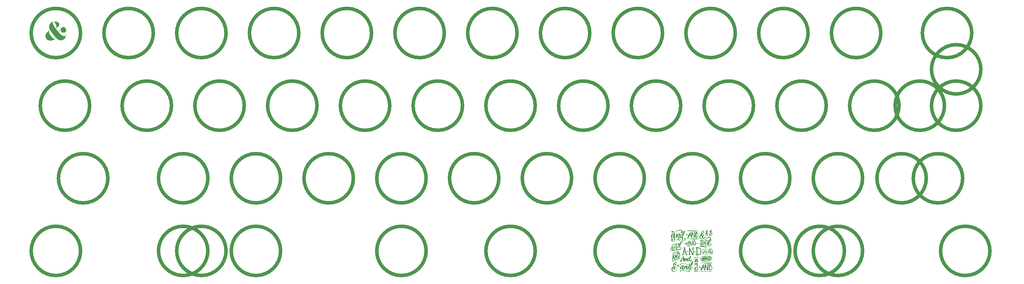
<source format=gbr>
%TF.GenerationSoftware,KiCad,Pcbnew,(7.0.0)*%
%TF.CreationDate,2024-01-19T21:38:11+01:00*%
%TF.ProjectId,ampersand,616d7065-7273-4616-9e64-2e6b69636164,rev?*%
%TF.SameCoordinates,Original*%
%TF.FileFunction,Legend,Top*%
%TF.FilePolarity,Positive*%
%FSLAX46Y46*%
G04 Gerber Fmt 4.6, Leading zero omitted, Abs format (unit mm)*
G04 Created by KiCad (PCBNEW (7.0.0)) date 2024-01-19 21:38:11*
%MOMM*%
%LPD*%
G01*
G04 APERTURE LIST*
%ADD10C,0.900000*%
%ADD11C,2.200000*%
%ADD12R,1.700000X1.700000*%
%ADD13O,1.700000X1.700000*%
G04 APERTURE END LIST*
D10*
%TO.C,SW_EC42*%
X152517000Y-91281250D02*
G75*
G03*
X152517000Y-91281250I-6467000J0D01*
G01*
%TO.C,SW_EC29*%
X85842000Y-72231250D02*
G75*
G03*
X85842000Y-72231250I-6467000J0D01*
G01*
%TO.C,SW_EC8*%
X166804500Y-34131250D02*
G75*
G03*
X166804500Y-34131250I-6467000J0D01*
G01*
%TO.C,SW_EC4*%
X90604501Y-34131250D02*
G75*
G03*
X90604501Y-34131250I-6467000J0D01*
G01*
%TO.C,SW_EC50*%
X271579500Y-91281250D02*
G75*
G03*
X271579500Y-91281250I-6467000J0D01*
G01*
%TO.C,SW_EC24*%
X228717000Y-53181250D02*
G75*
G03*
X228717000Y-53181250I-6467000J0D01*
G01*
%TO.C,SW_EC13*%
X266817000Y-34131250D02*
G75*
G03*
X266817000Y-34131250I-6467000J0D01*
G01*
%TO.C,G\u002A\u002A\u002A*%
G36*
X25730538Y-31376589D02*
G01*
X26162305Y-31376589D01*
X26165187Y-31431231D01*
X26175984Y-31494037D01*
X26194768Y-31565270D01*
X26221615Y-31645195D01*
X26256597Y-31734075D01*
X26299789Y-31832174D01*
X26351263Y-31939756D01*
X26373606Y-31984354D01*
X26411191Y-32056639D01*
X26453542Y-32134801D01*
X26499571Y-32217031D01*
X26548189Y-32301522D01*
X26598310Y-32386468D01*
X26648844Y-32470062D01*
X26698705Y-32550495D01*
X26746803Y-32625963D01*
X26792052Y-32694656D01*
X26833363Y-32754768D01*
X26858099Y-32789076D01*
X26871809Y-32807018D01*
X26882976Y-32817815D01*
X26894614Y-32821846D01*
X26909739Y-32819493D01*
X26931366Y-32811134D01*
X26953715Y-32801132D01*
X27014981Y-32768506D01*
X27068332Y-32730152D01*
X27112269Y-32687378D01*
X27145293Y-32641492D01*
X27152791Y-32627430D01*
X27161977Y-32607359D01*
X27167619Y-32589990D01*
X27170539Y-32570947D01*
X27171557Y-32545852D01*
X27171602Y-32527176D01*
X27167381Y-32465389D01*
X27155221Y-32393753D01*
X27135223Y-32312555D01*
X27107488Y-32222079D01*
X27072115Y-32122612D01*
X27029206Y-32014440D01*
X26978860Y-31897849D01*
X26921178Y-31773126D01*
X26871048Y-31670160D01*
X26824861Y-31579191D01*
X26782237Y-31499590D01*
X26742585Y-31430478D01*
X26705315Y-31370971D01*
X26669835Y-31320189D01*
X26635554Y-31277249D01*
X26601882Y-31241270D01*
X26568227Y-31211371D01*
X26558345Y-31203681D01*
X26523456Y-31178998D01*
X26493670Y-31162368D01*
X26465272Y-31152380D01*
X26434545Y-31147625D01*
X26408101Y-31146645D01*
X26380666Y-31147080D01*
X26359970Y-31149511D01*
X26340692Y-31155207D01*
X26317509Y-31165436D01*
X26306273Y-31170921D01*
X26254735Y-31202182D01*
X26213782Y-31239589D01*
X26184072Y-31282520D01*
X26179991Y-31290738D01*
X26167264Y-31329846D01*
X26162305Y-31376589D01*
X25730538Y-31376589D01*
X25811618Y-31316823D01*
X25922986Y-31250008D01*
X25934562Y-31243871D01*
X26048677Y-31190705D01*
X26164821Y-31149944D01*
X26284312Y-31121226D01*
X26408470Y-31104190D01*
X26458996Y-31100606D01*
X26498019Y-31099522D01*
X26547179Y-31099703D01*
X26603749Y-31101027D01*
X26665005Y-31103372D01*
X26728222Y-31106616D01*
X26790674Y-31110637D01*
X26849636Y-31115314D01*
X26900765Y-31120346D01*
X27046769Y-31140014D01*
X27181224Y-31165445D01*
X27304171Y-31196662D01*
X27415654Y-31233683D01*
X27515714Y-31276529D01*
X27604393Y-31325221D01*
X27681734Y-31379780D01*
X27747777Y-31440225D01*
X27802566Y-31506577D01*
X27846143Y-31578858D01*
X27847305Y-31581172D01*
X27869281Y-31629684D01*
X27884990Y-31675993D01*
X27895330Y-31724027D01*
X27901203Y-31777719D01*
X27903247Y-31825393D01*
X27902384Y-31898536D01*
X27895807Y-31964619D01*
X27882672Y-32027331D01*
X27862136Y-32090362D01*
X27833353Y-32157399D01*
X27821849Y-32181135D01*
X27769961Y-32271687D01*
X27705875Y-32359219D01*
X27630055Y-32443356D01*
X27542964Y-32523725D01*
X27445066Y-32599953D01*
X27336827Y-32671666D01*
X27218709Y-32738491D01*
X27091176Y-32800055D01*
X27010289Y-32834329D01*
X26978628Y-32847182D01*
X26951468Y-32858386D01*
X26930961Y-32867041D01*
X26919256Y-32872244D01*
X26917381Y-32873264D01*
X26917217Y-32875973D01*
X26919775Y-32882212D01*
X26925724Y-32893066D01*
X26935730Y-32909618D01*
X26950462Y-32932951D01*
X26970585Y-32964149D01*
X26996766Y-33004295D01*
X27018200Y-33036996D01*
X27165356Y-33251603D01*
X27320448Y-33458751D01*
X27485799Y-33661527D01*
X27509813Y-33689643D01*
X27536241Y-33720088D01*
X27564743Y-33752368D01*
X27593940Y-33784980D01*
X27622453Y-33816420D01*
X27648904Y-33845184D01*
X27671914Y-33869772D01*
X27690102Y-33888678D01*
X27702091Y-33900400D01*
X27706029Y-33903514D01*
X27709473Y-33898438D01*
X27715963Y-33883213D01*
X27724649Y-33860027D01*
X27734679Y-33831065D01*
X27737467Y-33822664D01*
X27792660Y-33669266D01*
X27855392Y-33521289D01*
X27924857Y-33380332D01*
X28000252Y-33247994D01*
X28080772Y-33125873D01*
X28104571Y-33093129D01*
X28143527Y-33043832D01*
X28189059Y-32991391D01*
X28238828Y-32938154D01*
X28290497Y-32886465D01*
X28341728Y-32838671D01*
X28390183Y-32797118D01*
X28429874Y-32766719D01*
X28520143Y-32708927D01*
X28613515Y-32661178D01*
X28708158Y-32624273D01*
X28802240Y-32599011D01*
X28823654Y-32594923D01*
X28867342Y-32589422D01*
X28918810Y-32586385D01*
X28973555Y-32585806D01*
X29027072Y-32587676D01*
X29074855Y-32591987D01*
X29096984Y-32595383D01*
X29191688Y-32619002D01*
X29280036Y-32653359D01*
X29361366Y-32697854D01*
X29435017Y-32751886D01*
X29500327Y-32814856D01*
X29556635Y-32886165D01*
X29603280Y-32965213D01*
X29639601Y-33051399D01*
X29654824Y-33101207D01*
X29675249Y-33200371D01*
X29683861Y-33299288D01*
X29680927Y-33396870D01*
X29666712Y-33492030D01*
X29641484Y-33583681D01*
X29605509Y-33670736D01*
X29559053Y-33752108D01*
X29502382Y-33826710D01*
X29468045Y-33863382D01*
X29414628Y-33911340D01*
X29357549Y-33951869D01*
X29292197Y-33988242D01*
X29291858Y-33988411D01*
X29209663Y-34022296D01*
X29122134Y-34045374D01*
X29031048Y-34057645D01*
X28938182Y-34059108D01*
X28845312Y-34049763D01*
X28754218Y-34029608D01*
X28666675Y-33998644D01*
X28644367Y-33988659D01*
X28569087Y-33946355D01*
X28500588Y-33893611D01*
X28439671Y-33831458D01*
X28387137Y-33760929D01*
X28343786Y-33683054D01*
X28310420Y-33598865D01*
X28293469Y-33536880D01*
X28278458Y-33441892D01*
X28276261Y-33347708D01*
X28286762Y-33254816D01*
X28309840Y-33163704D01*
X28345380Y-33074860D01*
X28393262Y-32988772D01*
X28442611Y-32919357D01*
X28457397Y-32899989D01*
X28467886Y-32885167D01*
X28472478Y-32877200D01*
X28472322Y-32876450D01*
X28461096Y-32879925D01*
X28441974Y-32889307D01*
X28417621Y-32903031D01*
X28390701Y-32919533D01*
X28363879Y-32937247D01*
X28341770Y-32953125D01*
X28268245Y-33015604D01*
X28197230Y-33090028D01*
X28128658Y-33176510D01*
X28062461Y-33275162D01*
X27998573Y-33386096D01*
X27936925Y-33509422D01*
X27877452Y-33645254D01*
X27820085Y-33793704D01*
X27795191Y-33863926D01*
X27784080Y-33897034D01*
X27774890Y-33926243D01*
X27768317Y-33949189D01*
X27765057Y-33963510D01*
X27764890Y-33966709D01*
X27770139Y-33975009D01*
X27783381Y-33991180D01*
X27803431Y-34013976D01*
X27829105Y-34042149D01*
X27859219Y-34074453D01*
X27892587Y-34109642D01*
X27928027Y-34146469D01*
X27964353Y-34183688D01*
X28000382Y-34220051D01*
X28034928Y-34254313D01*
X28066808Y-34285226D01*
X28074131Y-34292199D01*
X28196968Y-34405768D01*
X28314134Y-34508113D01*
X28425974Y-34599466D01*
X28532829Y-34680055D01*
X28635042Y-34750113D01*
X28732956Y-34809869D01*
X28826913Y-34859553D01*
X28917256Y-34899396D01*
X29004328Y-34929629D01*
X29034636Y-34938125D01*
X29104169Y-34951393D01*
X29176006Y-34955995D01*
X29246309Y-34951943D01*
X29311244Y-34939249D01*
X29318080Y-34937270D01*
X29360791Y-34923399D01*
X29395151Y-34909379D01*
X29425583Y-34893037D01*
X29456515Y-34872201D01*
X29467994Y-34863659D01*
X29520031Y-34816789D01*
X29562581Y-34761980D01*
X29596104Y-34698517D01*
X29620959Y-34626055D01*
X29626847Y-34601356D01*
X29630935Y-34576412D01*
X29633539Y-34547944D01*
X29634971Y-34512674D01*
X29635507Y-34474056D01*
X29635413Y-34434720D01*
X29634702Y-34395645D01*
X29633484Y-34360636D01*
X29631869Y-34333497D01*
X29631267Y-34326908D01*
X29626371Y-34280015D01*
X29648300Y-34280015D01*
X29658306Y-34280411D01*
X29665696Y-34282818D01*
X29671107Y-34289063D01*
X29675173Y-34300971D01*
X29678532Y-34320371D01*
X29681819Y-34349089D01*
X29685462Y-34386738D01*
X29690744Y-34509125D01*
X29684088Y-34634153D01*
X29665927Y-34760689D01*
X29636696Y-34887597D01*
X29596830Y-35013746D01*
X29546763Y-35138002D01*
X29486929Y-35259230D01*
X29417763Y-35376299D01*
X29339700Y-35488073D01*
X29253173Y-35593420D01*
X29201847Y-35648503D01*
X29101060Y-35743546D01*
X28995932Y-35826413D01*
X28886415Y-35897131D01*
X28772461Y-35955730D01*
X28654022Y-36002235D01*
X28531048Y-36036675D01*
X28513958Y-36040431D01*
X28463405Y-36048554D01*
X28403900Y-36053841D01*
X28339112Y-36056290D01*
X28272709Y-36055900D01*
X28208361Y-36052670D01*
X28149736Y-36046597D01*
X28113634Y-36040567D01*
X28038996Y-36023019D01*
X27966455Y-36000667D01*
X27892372Y-35972230D01*
X27813108Y-35936424D01*
X27799240Y-35929700D01*
X27713301Y-35884523D01*
X27626752Y-35832592D01*
X27538618Y-35773178D01*
X27447922Y-35705550D01*
X27353687Y-35628979D01*
X27254936Y-35542735D01*
X27150694Y-35446087D01*
X27144903Y-35440570D01*
X27040350Y-35340844D01*
X27000408Y-35390936D01*
X26892313Y-35517664D01*
X26779669Y-35632444D01*
X26662543Y-35735223D01*
X26541006Y-35825950D01*
X26415126Y-35904573D01*
X26284972Y-35971038D01*
X26168602Y-36018829D01*
X26042814Y-36058511D01*
X25911103Y-36087980D01*
X25775919Y-36106880D01*
X25639712Y-36114859D01*
X25519255Y-36112468D01*
X25379713Y-36098811D01*
X25245388Y-36074610D01*
X25116846Y-36040149D01*
X24994656Y-35995715D01*
X24879386Y-35941595D01*
X24771603Y-35878072D01*
X24671876Y-35805435D01*
X24580772Y-35723967D01*
X24498860Y-35633955D01*
X24455001Y-35576857D01*
X24427349Y-35534893D01*
X24398122Y-35484435D01*
X24369321Y-35429420D01*
X24342946Y-35373786D01*
X24320998Y-35321470D01*
X24310436Y-35292263D01*
X24279598Y-35179488D01*
X24260601Y-35062897D01*
X24253302Y-34943555D01*
X24257564Y-34822528D01*
X24273245Y-34700883D01*
X24300207Y-34579685D01*
X24338308Y-34459999D01*
X24387410Y-34342893D01*
X24447372Y-34229431D01*
X24450634Y-34223905D01*
X24495096Y-34152878D01*
X24541743Y-34086645D01*
X24592670Y-34022619D01*
X24649976Y-33958213D01*
X24715756Y-33890842D01*
X24739180Y-33868002D01*
X24827636Y-33788444D01*
X25192823Y-33788444D01*
X25194763Y-33843321D01*
X25200669Y-33897344D01*
X25211063Y-33952596D01*
X25226468Y-34011160D01*
X25247406Y-34075117D01*
X25274400Y-34146552D01*
X25295705Y-34198610D01*
X25334556Y-34285034D01*
X25381278Y-34378416D01*
X25434551Y-34476612D01*
X25493058Y-34577473D01*
X25555480Y-34678854D01*
X25620499Y-34778607D01*
X25686796Y-34874588D01*
X25753053Y-34964648D01*
X25812496Y-35040010D01*
X25880080Y-35119263D01*
X25950640Y-35195978D01*
X26023119Y-35269285D01*
X26096458Y-35338313D01*
X26169598Y-35402194D01*
X26241480Y-35460057D01*
X26311047Y-35511033D01*
X26377239Y-35554251D01*
X26438997Y-35588842D01*
X26495265Y-35613935D01*
X26521801Y-35622883D01*
X26544106Y-35627099D01*
X26573085Y-35629456D01*
X26599506Y-35629560D01*
X26630761Y-35627069D01*
X26656396Y-35621201D01*
X26683555Y-35610146D01*
X26691899Y-35606124D01*
X26726918Y-35585269D01*
X26765425Y-35555310D01*
X26807868Y-35515792D01*
X26854694Y-35466259D01*
X26906352Y-35406255D01*
X26963289Y-35335325D01*
X26982654Y-35310300D01*
X26981470Y-35303835D01*
X26972918Y-35290283D01*
X26956611Y-35269147D01*
X26932157Y-35239932D01*
X26899167Y-35202142D01*
X26886076Y-35187408D01*
X26748606Y-35030451D01*
X26611576Y-34868335D01*
X26474342Y-34700215D01*
X26336260Y-34525246D01*
X26196687Y-34342586D01*
X26054978Y-34151390D01*
X25910492Y-33950814D01*
X25762583Y-33740014D01*
X25610608Y-33518147D01*
X25591351Y-33489679D01*
X25544638Y-33420529D01*
X25501223Y-33436640D01*
X25462526Y-33452201D01*
X25421603Y-33470704D01*
X25381452Y-33490610D01*
X25345071Y-33510379D01*
X25315456Y-33528471D01*
X25298722Y-33540644D01*
X25254991Y-33584436D01*
X25221608Y-33635249D01*
X25209658Y-33660690D01*
X25202655Y-33678351D01*
X25197887Y-33694237D01*
X25194939Y-33711494D01*
X25193397Y-33733270D01*
X25192845Y-33762711D01*
X25192823Y-33788444D01*
X24827636Y-33788444D01*
X24848151Y-33769993D01*
X24965633Y-33678288D01*
X25093155Y-33591743D01*
X25176449Y-33541043D01*
X25204718Y-33525086D01*
X25240068Y-33506012D01*
X25280168Y-33484994D01*
X25322685Y-33463203D01*
X25365287Y-33441811D01*
X25405644Y-33421991D01*
X25441422Y-33404914D01*
X25470290Y-33391751D01*
X25488666Y-33384135D01*
X25506587Y-33377056D01*
X25514433Y-33371695D01*
X25514308Y-33365400D01*
X25509688Y-33357618D01*
X25428334Y-33223730D01*
X25358894Y-33088712D01*
X25301598Y-32953118D01*
X25256671Y-32817500D01*
X25224342Y-32682410D01*
X25218472Y-32650068D01*
X25212007Y-32601386D01*
X25207307Y-32543909D01*
X25204439Y-32481335D01*
X25203467Y-32417359D01*
X25204457Y-32355677D01*
X25207475Y-32299987D01*
X25211569Y-32260949D01*
X25235295Y-32135690D01*
X25271155Y-32013553D01*
X25318551Y-31895382D01*
X25376883Y-31782019D01*
X25445552Y-31674307D01*
X25523959Y-31573088D01*
X25611505Y-31479206D01*
X25707591Y-31393504D01*
X25730538Y-31376589D01*
G37*
%TO.C,SW_EC28*%
X66792000Y-72231250D02*
G75*
G03*
X66792000Y-72231250I-6467000J0D01*
G01*
%TO.C,SW_EC18*%
X114417000Y-53181250D02*
G75*
G03*
X114417000Y-53181250I-6467000J0D01*
G01*
%TO.C,SW_EC40*%
X66788250Y-91281250D02*
G75*
G03*
X66788250Y-91281250I-6467000J0D01*
G01*
X71554550Y-91281250D02*
G75*
G03*
X71554550Y-91281250I-6467000J0D01*
G01*
%TO.C,SW_EC26*%
X269198250Y-53181250D02*
G75*
G03*
X269198250Y-53181250I-6467000J0D01*
G01*
%TO.C,SW_EC35*%
X200142000Y-72231250D02*
G75*
G03*
X200142000Y-72231250I-6467000J0D01*
G01*
%TO.C,SW_EC32*%
X142992000Y-72231250D02*
G75*
G03*
X142992000Y-72231250I-6467000J0D01*
G01*
%TO.C,SW_EC31*%
X123942000Y-72231250D02*
G75*
G03*
X123942000Y-72231250I-6467000J0D01*
G01*
%TO.C,SW_EC14*%
X35835750Y-53181250D02*
G75*
G03*
X35835750Y-53181250I-6467000J0D01*
G01*
%TO.C,G\u002A\u002A\u002A*%
G36*
X194374663Y-91338980D02*
G01*
X194413440Y-91365465D01*
X194438827Y-91404729D01*
X194450157Y-91452781D01*
X194446764Y-91505630D01*
X194427981Y-91559286D01*
X194393141Y-91609757D01*
X194373285Y-91629287D01*
X194331167Y-91657178D01*
X194290650Y-91663036D01*
X194253184Y-91651251D01*
X194229987Y-91632303D01*
X194208115Y-91602910D01*
X194206455Y-91599931D01*
X194195565Y-91576136D01*
X194191447Y-91552771D01*
X194193700Y-91521591D01*
X194200669Y-91480965D01*
X194220740Y-91411144D01*
X194250418Y-91362382D01*
X194289289Y-91335194D01*
X194323163Y-91329265D01*
X194374663Y-91338980D01*
G37*
G36*
X192447469Y-91326096D02*
G01*
X192491642Y-91358074D01*
X192516750Y-91386476D01*
X192528804Y-91413013D01*
X192532360Y-91449140D01*
X192532455Y-91460703D01*
X192529115Y-91503866D01*
X192520655Y-91542375D01*
X192515473Y-91555357D01*
X192488235Y-91587914D01*
X192448969Y-91612184D01*
X192406608Y-91623923D01*
X192376406Y-91621412D01*
X192321924Y-91593026D01*
X192285589Y-91550072D01*
X192269164Y-91494886D01*
X192268372Y-91478287D01*
X192275489Y-91437666D01*
X192293733Y-91393970D01*
X192318444Y-91355906D01*
X192344960Y-91332183D01*
X192347138Y-91331111D01*
X192399842Y-91317027D01*
X192447469Y-91326096D01*
G37*
G36*
X194827038Y-89225451D02*
G01*
X194894512Y-89267247D01*
X194949310Y-89312976D01*
X194993645Y-89349308D01*
X195027281Y-89365893D01*
X195052978Y-89362867D01*
X195073495Y-89340364D01*
X195083661Y-89319521D01*
X195107226Y-89277812D01*
X195135879Y-89257306D01*
X195169471Y-89254745D01*
X195202578Y-89268689D01*
X195222550Y-89297968D01*
X195228630Y-89337344D01*
X195220062Y-89381579D01*
X195196089Y-89425438D01*
X195194449Y-89427557D01*
X195148922Y-89467354D01*
X195093453Y-89487603D01*
X195033873Y-89486859D01*
X194999232Y-89476021D01*
X194974781Y-89459801D01*
X194941262Y-89430415D01*
X194904745Y-89393328D01*
X194893395Y-89380702D01*
X194836637Y-89323876D01*
X194786070Y-89289993D01*
X194741368Y-89278889D01*
X194706909Y-89287675D01*
X194687121Y-89302060D01*
X194682802Y-89320126D01*
X194693206Y-89348825D01*
X194699097Y-89360567D01*
X194709549Y-89400775D01*
X194700593Y-89434800D01*
X194676747Y-89458418D01*
X194642531Y-89467403D01*
X194602463Y-89457531D01*
X194597937Y-89455138D01*
X194571025Y-89428139D01*
X194561388Y-89390343D01*
X194567840Y-89346301D01*
X194589193Y-89300562D01*
X194624260Y-89257677D01*
X194656184Y-89231890D01*
X194708948Y-89208070D01*
X194765541Y-89205825D01*
X194827038Y-89225451D01*
G37*
G36*
X190054473Y-91348263D02*
G01*
X190058894Y-91352491D01*
X190079040Y-91379324D01*
X190082517Y-91404480D01*
X190068045Y-91429109D01*
X190034344Y-91454360D01*
X189980134Y-91481384D01*
X189904136Y-91511329D01*
X189867616Y-91524289D01*
X189809183Y-91544210D01*
X189733439Y-91569513D01*
X189645967Y-91598361D01*
X189552353Y-91628920D01*
X189458181Y-91659352D01*
X189405470Y-91676233D01*
X189301368Y-91709822D01*
X189183399Y-91748508D01*
X189060216Y-91789414D01*
X188940470Y-91829663D01*
X188832815Y-91866377D01*
X188808640Y-91874723D01*
X188727831Y-91902409D01*
X188653636Y-91927271D01*
X188589330Y-91948256D01*
X188538185Y-91964311D01*
X188503474Y-91974386D01*
X188489009Y-91977469D01*
X188462098Y-91968736D01*
X188451299Y-91959620D01*
X188439184Y-91929410D01*
X188449588Y-91896915D01*
X188481279Y-91863363D01*
X188533026Y-91829982D01*
X188603599Y-91798000D01*
X188619222Y-91792114D01*
X188725861Y-91753548D01*
X188841781Y-91712431D01*
X188964387Y-91669624D01*
X189091080Y-91625988D01*
X189219261Y-91582383D01*
X189346334Y-91539672D01*
X189469700Y-91498714D01*
X189586761Y-91460371D01*
X189694919Y-91425503D01*
X189791576Y-91394972D01*
X189874135Y-91369639D01*
X189939998Y-91350364D01*
X189986565Y-91338009D01*
X189995874Y-91335889D01*
X190029045Y-91334016D01*
X190054473Y-91348263D01*
G37*
G36*
X191954615Y-89167411D02*
G01*
X191984239Y-89193028D01*
X192001776Y-89231224D01*
X192004289Y-89254708D01*
X191993693Y-89308047D01*
X191965405Y-89360951D01*
X191924676Y-89407022D01*
X191876754Y-89439862D01*
X191842928Y-89451336D01*
X191813383Y-89454929D01*
X191786953Y-89451946D01*
X191758841Y-89440149D01*
X191724248Y-89417297D01*
X191678376Y-89381153D01*
X191659996Y-89365968D01*
X191611176Y-89327135D01*
X191574988Y-89302984D01*
X191547265Y-89291046D01*
X191529407Y-89288622D01*
X191490228Y-89297166D01*
X191463198Y-89323851D01*
X191447143Y-89370260D01*
X191442477Y-89405845D01*
X191433736Y-89457068D01*
X191416989Y-89486139D01*
X191391231Y-89493872D01*
X191355457Y-89481079D01*
X191351959Y-89479092D01*
X191327609Y-89453703D01*
X191309512Y-89414961D01*
X191301670Y-89373412D01*
X191303549Y-89351541D01*
X191329360Y-89287642D01*
X191371329Y-89241267D01*
X191428304Y-89213302D01*
X191494246Y-89204596D01*
X191536165Y-89208109D01*
X191575861Y-89220367D01*
X191618487Y-89243947D01*
X191669193Y-89281427D01*
X191701876Y-89308460D01*
X191738760Y-89338194D01*
X191770033Y-89360617D01*
X191790324Y-89371966D01*
X191793436Y-89372649D01*
X191818502Y-89362399D01*
X191831343Y-89332681D01*
X191831340Y-89285044D01*
X191830640Y-89279570D01*
X191827520Y-89240222D01*
X191833068Y-89213232D01*
X191848341Y-89189187D01*
X191881153Y-89163174D01*
X191918415Y-89156687D01*
X191954615Y-89167411D01*
G37*
G36*
X196979471Y-88327478D02*
G01*
X196985057Y-88350333D01*
X196979266Y-88383957D01*
X196960660Y-88425207D01*
X196949216Y-88443271D01*
X196916352Y-88482437D01*
X196875942Y-88513128D01*
X196825113Y-88536162D01*
X196760990Y-88552356D01*
X196680700Y-88562525D01*
X196581369Y-88567486D01*
X196509178Y-88568305D01*
X196434716Y-88569481D01*
X196354554Y-88572599D01*
X196279147Y-88577161D01*
X196227089Y-88581748D01*
X196109419Y-88599325D01*
X196001302Y-88625002D01*
X195905158Y-88657647D01*
X195823407Y-88696130D01*
X195758469Y-88739319D01*
X195712765Y-88786082D01*
X195689279Y-88833112D01*
X195676747Y-88866002D01*
X195660538Y-88879494D01*
X195652599Y-88880494D01*
X195629620Y-88872299D01*
X195621573Y-88861982D01*
X195617059Y-88827954D01*
X195621396Y-88779960D01*
X195633258Y-88725777D01*
X195651316Y-88673183D01*
X195655418Y-88663835D01*
X195704973Y-88583695D01*
X195774168Y-88514002D01*
X195860448Y-88456055D01*
X195961257Y-88411148D01*
X196074042Y-88380578D01*
X196196247Y-88365640D01*
X196245825Y-88364331D01*
X196294317Y-88366399D01*
X196358927Y-88372069D01*
X196432171Y-88380545D01*
X196506566Y-88391029D01*
X196527349Y-88394341D01*
X196621735Y-88409239D01*
X196696024Y-88419043D01*
X196753653Y-88423397D01*
X196798059Y-88421947D01*
X196832681Y-88414338D01*
X196860956Y-88400214D01*
X196886321Y-88379222D01*
X196908822Y-88354950D01*
X196939916Y-88326644D01*
X196963945Y-88318534D01*
X196979471Y-88327478D01*
G37*
G36*
X195160535Y-92859363D02*
G01*
X195161523Y-92859871D01*
X195198027Y-92887237D01*
X195216868Y-92925122D01*
X195221302Y-92968576D01*
X195210133Y-93024611D01*
X195179108Y-93073036D01*
X195131951Y-93110755D01*
X195072387Y-93134670D01*
X195012999Y-93141836D01*
X194974594Y-93137529D01*
X194919008Y-93125415D01*
X194851309Y-93106706D01*
X194804113Y-93091879D01*
X194713299Y-93064331D01*
X194639812Y-93047657D01*
X194579720Y-93041569D01*
X194529093Y-93045783D01*
X194484002Y-93060013D01*
X194468466Y-93067482D01*
X194429047Y-93092241D01*
X194406122Y-93120091D01*
X194396162Y-93157869D01*
X194395473Y-93208800D01*
X194395836Y-93249274D01*
X194390820Y-93274615D01*
X194377666Y-93293556D01*
X194364997Y-93305242D01*
X194324592Y-93329223D01*
X194284690Y-93329764D01*
X194242798Y-93306820D01*
X194238130Y-93303003D01*
X194200159Y-93257932D01*
X194182733Y-93206776D01*
X194184108Y-93152368D01*
X194202539Y-93097543D01*
X194236281Y-93045133D01*
X194283591Y-92997972D01*
X194342724Y-92958894D01*
X194411935Y-92930733D01*
X194475293Y-92917739D01*
X194538575Y-92916949D01*
X194613841Y-92928722D01*
X194703678Y-92953611D01*
X194795168Y-92986159D01*
X194856527Y-93009141D01*
X194901111Y-93024123D01*
X194934239Y-93032489D01*
X194961235Y-93035623D01*
X194983662Y-93035184D01*
X194995568Y-93030814D01*
X194999998Y-93015971D01*
X194998245Y-92984800D01*
X194997074Y-92974453D01*
X194994224Y-92937065D01*
X194999092Y-92912648D01*
X195014957Y-92890582D01*
X195026725Y-92878422D01*
X195067653Y-92849240D01*
X195111090Y-92843047D01*
X195160535Y-92859363D01*
G37*
G36*
X195129225Y-96399082D02*
G01*
X195158260Y-96413301D01*
X195184509Y-96444212D01*
X195200653Y-96487441D01*
X195203615Y-96532350D01*
X195198754Y-96553283D01*
X195171688Y-96599648D01*
X195128955Y-96646196D01*
X195077797Y-96685944D01*
X195039982Y-96706358D01*
X194963997Y-96729029D01*
X194882697Y-96732946D01*
X194792955Y-96717942D01*
X194703042Y-96688379D01*
X194626979Y-96659661D01*
X194568557Y-96640395D01*
X194523689Y-96629813D01*
X194488289Y-96627151D01*
X194458274Y-96631644D01*
X194438055Y-96638730D01*
X194411064Y-96651679D01*
X194397819Y-96666200D01*
X194393442Y-96690724D01*
X194393041Y-96716490D01*
X194386830Y-96766755D01*
X194366937Y-96798251D01*
X194331472Y-96813120D01*
X194306135Y-96814993D01*
X194270392Y-96809382D01*
X194241627Y-96788736D01*
X194232057Y-96778061D01*
X194206451Y-96730552D01*
X194200957Y-96677014D01*
X194214228Y-96622181D01*
X194244915Y-96570784D01*
X194291672Y-96527557D01*
X194305993Y-96518417D01*
X194340871Y-96500146D01*
X194373533Y-96489933D01*
X194413541Y-96485596D01*
X194453060Y-96484889D01*
X194495487Y-96485783D01*
X194530124Y-96489751D01*
X194564153Y-96498720D01*
X194604758Y-96514616D01*
X194659122Y-96539367D01*
X194663126Y-96541246D01*
X194749984Y-96579783D01*
X194820403Y-96605291D01*
X194877854Y-96618156D01*
X194925809Y-96618765D01*
X194967737Y-96607503D01*
X195007111Y-96584757D01*
X195013229Y-96580213D01*
X195037943Y-96559932D01*
X195046229Y-96544970D01*
X195041071Y-96526522D01*
X195035323Y-96515052D01*
X195024674Y-96474034D01*
X195033370Y-96438095D01*
X195056781Y-96411069D01*
X195090276Y-96396787D01*
X195129225Y-96399082D01*
G37*
G36*
X190435078Y-93150909D02*
G01*
X190459160Y-93173949D01*
X190466750Y-93205088D01*
X190454424Y-93238196D01*
X190452800Y-93240336D01*
X190434452Y-93255764D01*
X190399705Y-93278669D01*
X190353756Y-93306051D01*
X190301808Y-93334910D01*
X190249059Y-93362244D01*
X190206342Y-93382549D01*
X190150240Y-93407350D01*
X190078084Y-93438651D01*
X189993483Y-93474937D01*
X189900043Y-93514695D01*
X189801370Y-93556411D01*
X189701073Y-93598570D01*
X189602758Y-93639660D01*
X189510033Y-93678167D01*
X189426503Y-93712576D01*
X189355777Y-93741374D01*
X189301461Y-93763046D01*
X189279430Y-93771555D01*
X189207604Y-93799120D01*
X189124174Y-93831780D01*
X189039688Y-93865372D01*
X188967332Y-93894656D01*
X188885602Y-93927778D01*
X188803391Y-93960453D01*
X188723957Y-93991450D01*
X188650555Y-94019537D01*
X188586442Y-94043481D01*
X188534876Y-94062049D01*
X188499111Y-94074009D01*
X188482552Y-94078131D01*
X188462844Y-94071723D01*
X188441837Y-94059445D01*
X188419009Y-94032532D01*
X188419011Y-94002651D01*
X188436165Y-93979223D01*
X188455298Y-93967452D01*
X188491466Y-93949476D01*
X188539339Y-93927819D01*
X188589213Y-93906780D01*
X188649252Y-93881802D01*
X188722983Y-93850375D01*
X188802256Y-93816012D01*
X188878919Y-93782228D01*
X188901311Y-93772228D01*
X188976946Y-93738807D01*
X189059234Y-93703245D01*
X189139493Y-93669245D01*
X189209043Y-93640513D01*
X189225413Y-93633917D01*
X189285148Y-93609525D01*
X189365400Y-93575946D01*
X189464766Y-93533783D01*
X189581842Y-93483639D01*
X189715225Y-93426118D01*
X189863510Y-93361823D01*
X190025296Y-93291356D01*
X190191718Y-93218590D01*
X190253744Y-93192275D01*
X190310296Y-93169857D01*
X190356755Y-93153050D01*
X190388499Y-93143567D01*
X190397926Y-93142095D01*
X190435078Y-93150909D01*
G37*
G36*
X190365903Y-89252823D02*
G01*
X190370182Y-89275954D01*
X190367642Y-89313149D01*
X190359866Y-89355979D01*
X190348435Y-89396018D01*
X190334930Y-89424836D01*
X190333175Y-89427230D01*
X190303059Y-89454380D01*
X190256635Y-89483305D01*
X190200916Y-89510071D01*
X190155706Y-89526855D01*
X190128547Y-89533180D01*
X190079708Y-89541972D01*
X190011356Y-89552923D01*
X189925660Y-89565726D01*
X189824787Y-89580075D01*
X189710902Y-89595661D01*
X189586175Y-89612177D01*
X189452772Y-89629316D01*
X189312861Y-89646771D01*
X189291434Y-89649399D01*
X189154416Y-89666471D01*
X189037555Y-89681861D01*
X188937122Y-89696294D01*
X188849387Y-89710494D01*
X188770620Y-89725186D01*
X188697093Y-89741094D01*
X188625075Y-89758942D01*
X188550838Y-89779454D01*
X188470651Y-89803355D01*
X188423493Y-89817948D01*
X188308996Y-89856170D01*
X188218288Y-89891897D01*
X188151284Y-89925168D01*
X188107901Y-89956023D01*
X188092089Y-89975219D01*
X188070512Y-89999905D01*
X188046546Y-90008879D01*
X188027117Y-89999863D01*
X188025253Y-89997198D01*
X188025261Y-89976109D01*
X188040760Y-89943673D01*
X188069053Y-89904213D01*
X188107444Y-89862052D01*
X188112881Y-89856747D01*
X188197384Y-89788566D01*
X188305367Y-89723994D01*
X188436566Y-89663105D01*
X188590714Y-89605976D01*
X188767546Y-89552682D01*
X188966797Y-89503299D01*
X189188200Y-89457903D01*
X189431490Y-89416571D01*
X189696402Y-89379376D01*
X189850083Y-89360841D01*
X189960266Y-89348265D01*
X190049194Y-89337992D01*
X190119455Y-89329545D01*
X190173640Y-89322446D01*
X190214340Y-89316217D01*
X190244144Y-89310380D01*
X190265642Y-89304457D01*
X190281424Y-89297970D01*
X190294080Y-89290441D01*
X190306200Y-89281393D01*
X190314050Y-89275226D01*
X190343203Y-89255958D01*
X190362175Y-89250516D01*
X190365903Y-89252823D01*
G37*
G36*
X190790049Y-90543345D02*
G01*
X190788373Y-90574924D01*
X190774454Y-90630544D01*
X190748848Y-90692353D01*
X190715653Y-90752857D01*
X190678963Y-90804562D01*
X190643897Y-90839229D01*
X190593838Y-90871784D01*
X190534379Y-90901963D01*
X190463328Y-90930434D01*
X190378492Y-90957862D01*
X190277676Y-90984917D01*
X190158688Y-91012263D01*
X190019334Y-91040570D01*
X189921633Y-91058915D01*
X189630807Y-91109103D01*
X189352642Y-91150537D01*
X189077938Y-91184389D01*
X188797495Y-91211833D01*
X188601217Y-91227261D01*
X188458288Y-91238410D01*
X188338435Y-91249771D01*
X188240723Y-91261467D01*
X188164223Y-91273622D01*
X188107999Y-91286358D01*
X188078766Y-91296286D01*
X188046679Y-91313738D01*
X188006842Y-91340651D01*
X187977240Y-91363602D01*
X187930962Y-91397510D01*
X187897130Y-91411663D01*
X187874890Y-91406292D01*
X187866613Y-91393431D01*
X187867320Y-91366355D01*
X187882485Y-91329898D01*
X187908271Y-91290224D01*
X187940839Y-91253496D01*
X187967407Y-91231590D01*
X188014963Y-91201160D01*
X188065046Y-91174277D01*
X188120058Y-91150340D01*
X188182406Y-91128753D01*
X188254494Y-91108914D01*
X188338728Y-91090227D01*
X188437512Y-91072092D01*
X188553250Y-91053911D01*
X188688349Y-91035084D01*
X188829289Y-91016991D01*
X189022597Y-90992498D01*
X189196831Y-90969499D01*
X189356822Y-90947269D01*
X189507400Y-90925086D01*
X189653396Y-90902226D01*
X189799642Y-90877967D01*
X189950967Y-90851585D01*
X190035186Y-90836438D01*
X190164659Y-90812561D01*
X190272963Y-90791468D01*
X190362650Y-90772236D01*
X190436271Y-90753941D01*
X190496377Y-90735660D01*
X190545519Y-90716470D01*
X190586249Y-90695447D01*
X190621118Y-90671670D01*
X190652676Y-90644214D01*
X190683475Y-90612156D01*
X190696893Y-90596988D01*
X190737215Y-90553586D01*
X190765618Y-90530314D01*
X190782948Y-90526968D01*
X190790049Y-90543345D01*
G37*
G36*
X196170977Y-96643593D02*
G01*
X196308556Y-96644000D01*
X196456009Y-96644660D01*
X196611569Y-96645556D01*
X196773470Y-96646673D01*
X196939946Y-96647993D01*
X197109230Y-96649499D01*
X197279556Y-96651176D01*
X197449158Y-96653007D01*
X197616270Y-96654975D01*
X197779124Y-96657064D01*
X197935955Y-96659257D01*
X198084997Y-96661539D01*
X198224482Y-96663891D01*
X198352645Y-96666298D01*
X198467719Y-96668744D01*
X198567939Y-96671211D01*
X198651537Y-96673684D01*
X198716747Y-96676145D01*
X198759656Y-96678431D01*
X198825922Y-96686810D01*
X198870797Y-96701249D01*
X198893705Y-96721281D01*
X198894066Y-96746438D01*
X198875596Y-96772122D01*
X198868481Y-96776930D01*
X198856217Y-96780832D01*
X198836558Y-96783904D01*
X198807261Y-96786226D01*
X198766082Y-96787875D01*
X198710777Y-96788930D01*
X198639103Y-96789467D01*
X198548814Y-96789566D01*
X198437669Y-96789303D01*
X198386442Y-96789113D01*
X198264029Y-96788378D01*
X198133269Y-96787156D01*
X197999866Y-96785530D01*
X197869527Y-96783582D01*
X197747960Y-96781394D01*
X197640869Y-96779050D01*
X197580045Y-96777432D01*
X197507107Y-96775517D01*
X197413408Y-96773398D01*
X197302193Y-96771131D01*
X197176706Y-96768773D01*
X197040192Y-96766381D01*
X196895896Y-96764013D01*
X196747063Y-96761724D01*
X196596938Y-96759571D01*
X196448766Y-96757612D01*
X196445687Y-96757573D01*
X196274715Y-96755297D01*
X196126556Y-96753050D01*
X196000013Y-96750795D01*
X195893893Y-96748496D01*
X195807000Y-96746118D01*
X195738139Y-96743625D01*
X195686115Y-96740980D01*
X195649733Y-96738148D01*
X195627798Y-96735094D01*
X195620428Y-96732820D01*
X195597798Y-96708766D01*
X195593419Y-96689095D01*
X195599237Y-96666616D01*
X195620802Y-96652946D01*
X195632761Y-96649209D01*
X195651767Y-96647384D01*
X195693010Y-96645927D01*
X195754725Y-96644823D01*
X195835146Y-96644053D01*
X195932506Y-96643603D01*
X196045038Y-96643455D01*
X196170977Y-96643593D01*
G37*
G36*
X196088991Y-94409584D02*
G01*
X196146958Y-94409828D01*
X196226691Y-94410157D01*
X196325951Y-94410561D01*
X196442497Y-94411032D01*
X196574089Y-94411561D01*
X196718487Y-94412138D01*
X196873450Y-94412756D01*
X197036739Y-94413404D01*
X197206111Y-94414075D01*
X197379328Y-94414758D01*
X197554149Y-94415445D01*
X197590105Y-94415586D01*
X198776536Y-94420239D01*
X198799486Y-94448577D01*
X198818061Y-94475259D01*
X198819828Y-94494046D01*
X198805320Y-94513648D01*
X198803573Y-94515412D01*
X198797786Y-94519198D01*
X198787421Y-94522449D01*
X198770768Y-94525204D01*
X198746117Y-94527503D01*
X198711760Y-94529386D01*
X198665986Y-94530893D01*
X198607086Y-94532063D01*
X198533351Y-94532938D01*
X198443070Y-94533555D01*
X198334534Y-94533957D01*
X198206034Y-94534181D01*
X198055861Y-94534269D01*
X197995318Y-94534275D01*
X197859913Y-94534206D01*
X197731696Y-94534010D01*
X197612667Y-94533696D01*
X197504823Y-94533276D01*
X197410163Y-94532763D01*
X197330687Y-94532167D01*
X197268391Y-94531500D01*
X197225276Y-94530774D01*
X197203339Y-94530001D01*
X197200925Y-94529668D01*
X197188356Y-94528592D01*
X197153874Y-94527088D01*
X197099567Y-94525216D01*
X197027525Y-94523031D01*
X196939836Y-94520594D01*
X196838589Y-94517962D01*
X196725875Y-94515192D01*
X196603781Y-94512343D01*
X196474397Y-94509474D01*
X196472799Y-94509439D01*
X196322991Y-94506178D01*
X196195385Y-94503309D01*
X196088182Y-94500736D01*
X195999580Y-94498365D01*
X195927781Y-94496100D01*
X195870983Y-94493845D01*
X195827386Y-94491505D01*
X195795190Y-94488985D01*
X195772596Y-94486188D01*
X195757802Y-94483020D01*
X195749009Y-94479385D01*
X195744416Y-94475187D01*
X195742336Y-94470694D01*
X195744612Y-94442577D01*
X195754653Y-94427903D01*
X195763040Y-94421893D01*
X195776589Y-94417260D01*
X195798118Y-94413851D01*
X195830446Y-94411510D01*
X195876390Y-94410084D01*
X195938769Y-94409417D01*
X196020402Y-94409356D01*
X196088991Y-94409584D01*
G37*
G36*
X197221690Y-92889825D02*
G01*
X197255181Y-92912922D01*
X197268246Y-92937637D01*
X197280130Y-92976801D01*
X197288715Y-93020875D01*
X197291886Y-93060321D01*
X197290962Y-93074161D01*
X197291024Y-93091111D01*
X197293228Y-93093821D01*
X197303137Y-93085666D01*
X197325549Y-93063750D01*
X197356624Y-93031896D01*
X197377029Y-93010449D01*
X197429599Y-92958667D01*
X197473292Y-92925665D01*
X197511792Y-92909764D01*
X197548781Y-92909285D01*
X197578753Y-92918453D01*
X197624429Y-92948255D01*
X197655964Y-92993981D01*
X197673386Y-93056237D01*
X197676727Y-93135632D01*
X197666014Y-93232773D01*
X197641278Y-93348268D01*
X197605653Y-93472872D01*
X197587514Y-93531396D01*
X197570640Y-93586990D01*
X197557209Y-93632418D01*
X197550662Y-93655631D01*
X197529908Y-93708140D01*
X197500176Y-93739884D01*
X197458856Y-93753246D01*
X197442873Y-93754029D01*
X197405454Y-93749392D01*
X197379021Y-93731934D01*
X197369547Y-93721019D01*
X197357888Y-93704550D01*
X197350784Y-93687155D01*
X197347604Y-93663344D01*
X197347717Y-93627628D01*
X197350492Y-93574516D01*
X197351270Y-93561968D01*
X197358608Y-93473954D01*
X197369767Y-93375458D01*
X197383374Y-93277140D01*
X197398058Y-93189660D01*
X197401513Y-93171846D01*
X197408727Y-93135834D01*
X197371651Y-93177847D01*
X197294009Y-93280849D01*
X197238841Y-93388019D01*
X197215007Y-93460920D01*
X197192929Y-93536740D01*
X197167471Y-93605526D01*
X197140773Y-93662357D01*
X197114975Y-93702317D01*
X197105692Y-93712199D01*
X197069782Y-93730435D01*
X197028184Y-93731642D01*
X196991257Y-93715975D01*
X196984905Y-93710396D01*
X196962008Y-93672751D01*
X196947290Y-93615750D01*
X196941165Y-93542758D01*
X196944052Y-93457139D01*
X196948396Y-93415430D01*
X196965375Y-93304323D01*
X196987225Y-93200674D01*
X197012957Y-93107317D01*
X197041582Y-93027086D01*
X197072110Y-92962816D01*
X197103553Y-92917339D01*
X197129757Y-92895834D01*
X197176581Y-92882800D01*
X197221690Y-92889825D01*
G37*
G36*
X196186136Y-89885579D02*
G01*
X196302567Y-89904360D01*
X196429580Y-89936362D01*
X196569551Y-89982123D01*
X196724861Y-90042183D01*
X196793797Y-90071184D01*
X196892317Y-90113169D01*
X196972404Y-90146345D01*
X197037498Y-90171803D01*
X197091035Y-90190638D01*
X197136453Y-90203941D01*
X197177191Y-90212805D01*
X197216686Y-90218325D01*
X197258377Y-90221592D01*
X197268637Y-90222140D01*
X197385335Y-90220135D01*
X197485304Y-90201382D01*
X197569303Y-90165584D01*
X197638090Y-90112441D01*
X197680931Y-90059865D01*
X197712881Y-90020147D01*
X197740272Y-89999594D01*
X197760127Y-89997305D01*
X197769466Y-90012377D01*
X197765312Y-90043911D01*
X197750066Y-90080789D01*
X197700745Y-90157770D01*
X197636573Y-90221224D01*
X197555374Y-90272670D01*
X197454972Y-90313629D01*
X197389814Y-90332483D01*
X197333772Y-90343884D01*
X197265653Y-90353392D01*
X197193190Y-90360358D01*
X197124116Y-90364132D01*
X197066162Y-90364064D01*
X197039875Y-90361900D01*
X196969111Y-90351666D01*
X196904552Y-90340664D01*
X196840990Y-90327689D01*
X196773219Y-90311537D01*
X196696032Y-90291003D01*
X196604222Y-90264883D01*
X196543032Y-90246938D01*
X196424366Y-90212154D01*
X196325368Y-90183913D01*
X196242806Y-90161541D01*
X196173451Y-90144364D01*
X196114074Y-90131710D01*
X196061443Y-90122904D01*
X196012328Y-90117272D01*
X195963501Y-90114141D01*
X195911729Y-90112838D01*
X195899515Y-90112728D01*
X195805885Y-90114063D01*
X195731550Y-90120146D01*
X195672093Y-90131986D01*
X195623096Y-90150591D01*
X195580140Y-90176967D01*
X195564645Y-90189103D01*
X195530995Y-90215249D01*
X195508632Y-90227156D01*
X195491633Y-90227329D01*
X195483002Y-90223642D01*
X195466295Y-90208514D01*
X195464449Y-90183870D01*
X195466125Y-90174171D01*
X195490291Y-90112914D01*
X195536159Y-90056164D01*
X195601656Y-90005094D01*
X195684710Y-89960881D01*
X195783247Y-89924697D01*
X195895194Y-89897719D01*
X195975503Y-89885517D01*
X196077908Y-89879478D01*
X196186136Y-89885579D01*
G37*
G36*
X198673658Y-91993480D02*
G01*
X198747697Y-92001666D01*
X198807339Y-92016402D01*
X198854348Y-92037778D01*
X198883512Y-92059236D01*
X198915973Y-92101711D01*
X198926609Y-92147490D01*
X198916372Y-92192279D01*
X198886211Y-92231789D01*
X198838812Y-92261013D01*
X198793715Y-92275235D01*
X198758440Y-92273304D01*
X198724475Y-92254564D01*
X198721078Y-92251942D01*
X198700658Y-92232302D01*
X198692228Y-92210090D01*
X198692195Y-92175213D01*
X198692451Y-92171519D01*
X198693544Y-92137330D01*
X198688323Y-92119487D01*
X198673718Y-92110552D01*
X198666387Y-92108309D01*
X198625362Y-92101680D01*
X198562448Y-92098224D01*
X198479536Y-92097836D01*
X198378521Y-92100409D01*
X198261294Y-92105835D01*
X198129749Y-92114008D01*
X197985778Y-92124822D01*
X197831275Y-92138169D01*
X197668131Y-92153943D01*
X197498239Y-92172037D01*
X197460007Y-92176334D01*
X197318670Y-92189670D01*
X197172820Y-92198462D01*
X197026415Y-92202781D01*
X196883417Y-92202699D01*
X196747784Y-92198287D01*
X196623477Y-92189616D01*
X196514456Y-92176757D01*
X196424680Y-92159782D01*
X196415678Y-92157546D01*
X196347111Y-92137258D01*
X196282591Y-92113170D01*
X196225303Y-92087064D01*
X196178433Y-92060722D01*
X196145169Y-92035925D01*
X196128697Y-92014454D01*
X196131573Y-91998692D01*
X196149898Y-91997000D01*
X196181499Y-92015223D01*
X196183590Y-92016780D01*
X196230438Y-92044344D01*
X196294779Y-92071508D01*
X196370169Y-92096031D01*
X196450163Y-92115672D01*
X196488008Y-92122659D01*
X196540981Y-92128670D01*
X196616025Y-92133185D01*
X196711244Y-92136133D01*
X196824744Y-92137444D01*
X196883825Y-92137474D01*
X196986903Y-92136234D01*
X197092930Y-92132912D01*
X197204392Y-92127293D01*
X197323778Y-92119165D01*
X197453576Y-92108312D01*
X197596274Y-92094522D01*
X197754359Y-92077579D01*
X197930320Y-92057271D01*
X198126643Y-92033383D01*
X198198239Y-92024437D01*
X198347512Y-92007321D01*
X198475330Y-91996397D01*
X198583457Y-91991753D01*
X198673658Y-91993480D01*
G37*
G36*
X192638839Y-88048803D02*
G01*
X192760112Y-88049169D01*
X192892360Y-88049728D01*
X193033721Y-88050466D01*
X193182334Y-88051370D01*
X193336338Y-88052425D01*
X193493871Y-88053617D01*
X193653071Y-88054933D01*
X193812076Y-88056359D01*
X193969026Y-88057881D01*
X194122059Y-88059484D01*
X194269313Y-88061155D01*
X194408926Y-88062879D01*
X194539038Y-88064644D01*
X194657786Y-88066435D01*
X194763309Y-88068237D01*
X194853746Y-88070038D01*
X194912236Y-88071422D01*
X195019113Y-88074459D01*
X195104436Y-88077664D01*
X195170656Y-88081392D01*
X195220228Y-88085999D01*
X195255601Y-88091841D01*
X195279230Y-88099273D01*
X195293567Y-88108652D01*
X195301064Y-88120332D01*
X195303212Y-88128135D01*
X195305336Y-88141134D01*
X195304937Y-88151954D01*
X195300035Y-88160794D01*
X195288651Y-88167855D01*
X195268806Y-88173336D01*
X195238521Y-88177437D01*
X195195817Y-88180359D01*
X195138714Y-88182301D01*
X195065233Y-88183464D01*
X194973395Y-88184047D01*
X194861222Y-88184251D01*
X194747683Y-88184275D01*
X194637094Y-88184119D01*
X194533994Y-88183673D01*
X194440843Y-88182970D01*
X194360101Y-88182041D01*
X194294229Y-88180921D01*
X194245687Y-88179640D01*
X194216935Y-88178232D01*
X194209877Y-88177167D01*
X194197049Y-88175949D01*
X194162024Y-88174571D01*
X194106613Y-88173064D01*
X194032629Y-88171457D01*
X193941880Y-88169781D01*
X193836178Y-88168067D01*
X193717333Y-88166345D01*
X193587157Y-88164646D01*
X193447459Y-88162999D01*
X193300051Y-88161435D01*
X193238571Y-88160833D01*
X193041220Y-88158814D01*
X192867233Y-88156752D01*
X192715964Y-88154631D01*
X192586770Y-88152438D01*
X192479007Y-88150157D01*
X192392030Y-88147773D01*
X192325195Y-88145272D01*
X192277858Y-88142638D01*
X192249374Y-88139858D01*
X192240567Y-88137926D01*
X192215169Y-88117908D01*
X192208424Y-88091397D01*
X192219839Y-88066350D01*
X192245924Y-88051449D01*
X192262254Y-88050362D01*
X192300729Y-88049552D01*
X192359486Y-88049005D01*
X192436665Y-88048707D01*
X192530403Y-88048645D01*
X192638839Y-88048803D01*
G37*
G36*
X192833106Y-85951380D02*
G01*
X192943286Y-85951785D01*
X193070482Y-85952396D01*
X193215971Y-85953209D01*
X193381027Y-85954215D01*
X193566927Y-85955409D01*
X193774947Y-85956785D01*
X193882880Y-85957508D01*
X194091657Y-85958907D01*
X194277733Y-85960189D01*
X194442414Y-85961415D01*
X194587007Y-85962646D01*
X194712816Y-85963945D01*
X194821149Y-85965374D01*
X194913311Y-85966994D01*
X194990608Y-85968868D01*
X195054347Y-85971057D01*
X195105832Y-85973623D01*
X195146371Y-85976627D01*
X195177270Y-85980132D01*
X195199834Y-85984200D01*
X195215369Y-85988893D01*
X195225181Y-85994271D01*
X195230577Y-86000398D01*
X195232863Y-86007335D01*
X195233344Y-86015144D01*
X195233306Y-86021470D01*
X195233102Y-86031334D01*
X195231365Y-86039809D01*
X195226407Y-86046996D01*
X195216541Y-86052993D01*
X195200080Y-86057900D01*
X195175335Y-86061819D01*
X195140619Y-86064847D01*
X195094244Y-86067086D01*
X195034523Y-86068635D01*
X194959769Y-86069594D01*
X194868293Y-86070062D01*
X194758408Y-86070140D01*
X194628427Y-86069928D01*
X194476662Y-86069525D01*
X194423651Y-86069373D01*
X194280141Y-86068843D01*
X194136976Y-86068092D01*
X193997104Y-86067148D01*
X193863472Y-86066041D01*
X193739026Y-86064801D01*
X193626715Y-86063457D01*
X193529485Y-86062038D01*
X193450283Y-86060573D01*
X193392058Y-86059093D01*
X193390725Y-86059051D01*
X193310208Y-86056841D01*
X193211829Y-86054735D01*
X193101732Y-86052830D01*
X192986064Y-86051221D01*
X192870968Y-86050004D01*
X192764510Y-86049283D01*
X192671395Y-86048641D01*
X192585520Y-86047619D01*
X192509963Y-86046290D01*
X192447798Y-86044722D01*
X192402104Y-86042987D01*
X192375956Y-86041154D01*
X192371386Y-86040316D01*
X192356026Y-86023688D01*
X192353574Y-85997815D01*
X192363678Y-85973466D01*
X192373846Y-85964945D01*
X192379340Y-85962377D01*
X192386541Y-85960092D01*
X192396724Y-85958082D01*
X192411166Y-85956343D01*
X192431143Y-85954866D01*
X192457929Y-85953647D01*
X192492802Y-85952679D01*
X192537036Y-85951955D01*
X192591908Y-85951470D01*
X192658693Y-85951216D01*
X192738667Y-85951188D01*
X192833106Y-85951380D01*
G37*
G36*
X198779641Y-90633662D02*
G01*
X198785675Y-90639300D01*
X198796624Y-90653996D01*
X198791560Y-90666931D01*
X198774421Y-90681671D01*
X198745348Y-90699580D01*
X198706201Y-90715023D01*
X198655524Y-90728117D01*
X198591858Y-90738979D01*
X198513746Y-90747724D01*
X198419731Y-90754470D01*
X198308355Y-90759331D01*
X198178160Y-90762426D01*
X198027690Y-90763870D01*
X197855487Y-90763779D01*
X197754100Y-90763142D01*
X197590633Y-90761898D01*
X197449128Y-90760969D01*
X197327542Y-90760380D01*
X197223832Y-90760160D01*
X197135952Y-90760334D01*
X197061861Y-90760928D01*
X196999514Y-90761971D01*
X196946869Y-90763487D01*
X196901880Y-90765504D01*
X196862505Y-90768048D01*
X196826701Y-90771146D01*
X196792423Y-90774824D01*
X196784604Y-90775748D01*
X196684452Y-90789612D01*
X196605435Y-90805157D01*
X196544689Y-90823446D01*
X196499350Y-90845539D01*
X196466554Y-90872496D01*
X196445687Y-90901272D01*
X196436451Y-90920888D01*
X196435759Y-90938775D01*
X196444975Y-90962690D01*
X196462066Y-90994348D01*
X196481401Y-91031762D01*
X196488874Y-91056887D01*
X196486238Y-91077211D01*
X196483221Y-91084642D01*
X196461927Y-91111152D01*
X196439052Y-91125442D01*
X196413791Y-91134145D01*
X196395241Y-91135134D01*
X196372152Y-91127646D01*
X196353435Y-91119635D01*
X196314412Y-91090647D01*
X196289495Y-91047358D01*
X196279747Y-90995623D01*
X196286236Y-90941299D01*
X196310024Y-90890240D01*
X196311367Y-90888326D01*
X196354965Y-90840425D01*
X196412248Y-90801698D01*
X196485987Y-90770859D01*
X196578955Y-90746621D01*
X196640957Y-90735370D01*
X196722362Y-90723242D01*
X196800211Y-90713716D01*
X196878328Y-90706635D01*
X196960538Y-90701846D01*
X197050666Y-90699195D01*
X197152537Y-90698526D01*
X197269976Y-90699685D01*
X197406807Y-90702518D01*
X197435999Y-90703250D01*
X197565017Y-90705869D01*
X197698462Y-90707306D01*
X197833293Y-90707621D01*
X197966472Y-90706873D01*
X198094958Y-90705120D01*
X198215710Y-90702423D01*
X198325690Y-90698839D01*
X198421857Y-90694428D01*
X198501170Y-90689249D01*
X198560592Y-90683361D01*
X198576160Y-90681138D01*
X198628337Y-90670502D01*
X198679657Y-90656366D01*
X198713454Y-90644051D01*
X198746553Y-90630526D01*
X198766008Y-90627235D01*
X198779641Y-90633662D01*
G37*
G36*
X197706708Y-93517627D02*
G01*
X197965519Y-93517627D01*
X197972669Y-93533543D01*
X197978451Y-93540482D01*
X197998143Y-93557345D01*
X198015780Y-93558085D01*
X198035181Y-93540827D01*
X198060163Y-93503696D01*
X198063037Y-93498949D01*
X198102012Y-93426665D01*
X198136646Y-93348247D01*
X198165034Y-93269379D01*
X198185272Y-93195743D01*
X198195458Y-93133024D01*
X198195903Y-93102299D01*
X198191353Y-93069327D01*
X198181376Y-93053387D01*
X198164270Y-93047846D01*
X198137113Y-93051856D01*
X198102761Y-93066732D01*
X198091112Y-93073791D01*
X198072161Y-93087006D01*
X198058551Y-93100304D01*
X198048359Y-93118365D01*
X198039659Y-93145867D01*
X198030527Y-93187490D01*
X198019039Y-93247914D01*
X198018657Y-93249958D01*
X198006455Y-93313300D01*
X197993994Y-93374396D01*
X197982822Y-93425851D01*
X197975201Y-93457608D01*
X197966468Y-93494999D01*
X197965519Y-93517627D01*
X197706708Y-93517627D01*
X197706807Y-93516437D01*
X197716804Y-93444161D01*
X197730854Y-93369217D01*
X197748066Y-93297885D01*
X197778646Y-93187848D01*
X197804726Y-93098895D01*
X197827230Y-93028721D01*
X197847082Y-92975025D01*
X197865207Y-92935502D01*
X197882529Y-92907850D01*
X197899974Y-92889764D01*
X197915753Y-92880118D01*
X197945399Y-92868793D01*
X197967302Y-92869426D01*
X197989666Y-92884378D01*
X198013367Y-92908196D01*
X198053399Y-92950642D01*
X198102107Y-92918409D01*
X198155854Y-92893013D01*
X198216474Y-92880157D01*
X198274585Y-92881164D01*
X198306005Y-92889645D01*
X198348971Y-92917163D01*
X198390418Y-92959952D01*
X198423515Y-93009872D01*
X198439030Y-93048126D01*
X198449238Y-93121966D01*
X198444809Y-93206781D01*
X198427540Y-93298159D01*
X198399230Y-93391693D01*
X198361676Y-93482971D01*
X198316675Y-93567584D01*
X198266026Y-93641123D01*
X198211525Y-93699176D01*
X198158845Y-93735461D01*
X198115722Y-93755318D01*
X198084571Y-93763659D01*
X198056790Y-93761346D01*
X198023779Y-93749235D01*
X198023252Y-93749006D01*
X197992724Y-93729602D01*
X197959950Y-93699981D01*
X197949214Y-93687918D01*
X197912119Y-93642915D01*
X197873879Y-93686468D01*
X197833365Y-93719269D01*
X197791338Y-93730800D01*
X197752190Y-93721598D01*
X197720313Y-93692201D01*
X197706863Y-93666048D01*
X197701263Y-93632503D01*
X197701436Y-93580925D01*
X197706708Y-93517627D01*
G37*
G36*
X190044693Y-91594937D02*
G01*
X190123502Y-91617201D01*
X190196569Y-91659646D01*
X190262778Y-91721036D01*
X190321014Y-91800137D01*
X190370159Y-91895713D01*
X190409098Y-92006527D01*
X190436714Y-92131345D01*
X190450928Y-92254102D01*
X190452667Y-92366862D01*
X190443216Y-92480621D01*
X190423597Y-92586824D01*
X190402918Y-92656118D01*
X190352610Y-92770086D01*
X190287355Y-92879633D01*
X190211145Y-92979248D01*
X190127968Y-93063423D01*
X190080439Y-93101329D01*
X190037986Y-93133122D01*
X189995584Y-93166800D01*
X189972614Y-93186198D01*
X189943536Y-93210878D01*
X189924260Y-93222006D01*
X189906719Y-93222070D01*
X189883293Y-93213733D01*
X189859828Y-93192566D01*
X189844469Y-93157476D01*
X189840106Y-93131662D01*
X189834954Y-93084743D01*
X189829184Y-93019602D01*
X189822969Y-92939125D01*
X189816478Y-92846193D01*
X189809882Y-92743691D01*
X189803354Y-92634503D01*
X189797064Y-92521512D01*
X189791183Y-92407602D01*
X189785883Y-92295656D01*
X189781334Y-92188558D01*
X189777708Y-92089192D01*
X189775175Y-92000441D01*
X189774799Y-91983471D01*
X189772880Y-91886502D01*
X189772185Y-91810562D01*
X189773355Y-91759783D01*
X189963646Y-91759783D01*
X189963806Y-91925644D01*
X189964457Y-91995137D01*
X189966175Y-92083400D01*
X189968786Y-92185308D01*
X189972111Y-92295737D01*
X189975973Y-92409561D01*
X189980196Y-92521655D01*
X189984601Y-92626894D01*
X189989012Y-92720152D01*
X189993252Y-92796304D01*
X189994647Y-92817734D01*
X190002454Y-92931770D01*
X190055823Y-92871751D01*
X190091649Y-92827097D01*
X190128396Y-92774506D01*
X190150483Y-92738505D01*
X190187474Y-92668014D01*
X190213760Y-92604093D01*
X190231301Y-92539319D01*
X190242055Y-92466268D01*
X190247983Y-92377518D01*
X190248381Y-92367592D01*
X190250394Y-92295197D01*
X190249679Y-92239037D01*
X190245675Y-92191437D01*
X190237821Y-92144724D01*
X190229292Y-92106595D01*
X190196942Y-91997180D01*
X190157037Y-91909616D01*
X190108728Y-91842700D01*
X190051170Y-91795233D01*
X189990654Y-91768115D01*
X189963646Y-91759783D01*
X189773355Y-91759783D01*
X189773519Y-91752674D01*
X189777689Y-91709863D01*
X189785500Y-91679153D01*
X189797757Y-91657569D01*
X189815266Y-91642135D01*
X189838832Y-91629876D01*
X189869263Y-91617815D01*
X189874318Y-91615896D01*
X189961260Y-91594090D01*
X190044693Y-91594937D01*
G37*
G36*
X191188595Y-94529388D02*
G01*
X191255387Y-94530791D01*
X191310588Y-94533677D01*
X191360405Y-94538630D01*
X191411046Y-94546232D01*
X191468717Y-94557069D01*
X191523471Y-94568330D01*
X191610061Y-94587239D01*
X191710969Y-94610559D01*
X191821949Y-94637200D01*
X191938756Y-94666074D01*
X192057144Y-94696093D01*
X192172867Y-94726168D01*
X192281681Y-94755211D01*
X192379338Y-94782134D01*
X192461595Y-94805848D01*
X192518380Y-94823364D01*
X192597101Y-94846924D01*
X192665459Y-94863552D01*
X192720913Y-94872915D01*
X192760923Y-94874681D01*
X192782949Y-94868518D01*
X192786110Y-94858377D01*
X192775828Y-94778912D01*
X192785514Y-94709350D01*
X192814205Y-94651681D01*
X192860935Y-94607897D01*
X192920438Y-94581182D01*
X192975124Y-94576528D01*
X193026254Y-94591582D01*
X193068849Y-94622715D01*
X193097930Y-94666298D01*
X193108519Y-94718253D01*
X193099972Y-94772360D01*
X193077582Y-94831866D01*
X193045890Y-94886732D01*
X193017125Y-94920321D01*
X192959893Y-94964829D01*
X192899926Y-94992340D01*
X192830173Y-95005359D01*
X192772531Y-95007200D01*
X192733779Y-95006102D01*
X192699277Y-95003052D01*
X192664214Y-94996885D01*
X192623779Y-94986436D01*
X192573159Y-94970542D01*
X192507544Y-94948037D01*
X192462808Y-94932238D01*
X192284968Y-94872653D01*
X192102245Y-94818096D01*
X191918256Y-94769328D01*
X191736617Y-94727112D01*
X191560944Y-94692208D01*
X191394855Y-94665379D01*
X191241964Y-94647387D01*
X191105889Y-94638992D01*
X191067994Y-94638458D01*
X190956015Y-94641630D01*
X190864001Y-94651803D01*
X190788772Y-94669599D01*
X190727148Y-94695636D01*
X190704411Y-94709275D01*
X190664570Y-94742279D01*
X190634605Y-94779932D01*
X190618430Y-94816297D01*
X190618020Y-94840371D01*
X190630293Y-94889677D01*
X190633120Y-94923541D01*
X190625704Y-94948915D01*
X190607246Y-94972753D01*
X190602250Y-94977858D01*
X190558352Y-95008387D01*
X190512913Y-95015539D01*
X190468650Y-94999327D01*
X190442611Y-94977145D01*
X190415180Y-94931362D01*
X190407976Y-94877020D01*
X190420271Y-94817284D01*
X190451342Y-94755318D01*
X190500462Y-94694286D01*
X190509533Y-94685222D01*
X190572693Y-94634524D01*
X190649056Y-94593761D01*
X190743030Y-94560744D01*
X190779903Y-94550862D01*
X190817933Y-94542468D01*
X190858132Y-94536392D01*
X190905123Y-94532320D01*
X190963533Y-94529937D01*
X191037987Y-94528932D01*
X191104005Y-94528884D01*
X191188595Y-94529388D01*
G37*
G36*
X196158094Y-93459336D02*
G01*
X196433884Y-93459336D01*
X196434874Y-93464573D01*
X196439417Y-93463165D01*
X196449464Y-93452764D01*
X196466966Y-93431023D01*
X196493871Y-93395594D01*
X196532131Y-93344129D01*
X196552633Y-93316385D01*
X196599358Y-93249878D01*
X196631479Y-93196970D01*
X196648527Y-93158682D01*
X196650029Y-93136030D01*
X196638770Y-93129832D01*
X196625449Y-93139682D01*
X196603465Y-93166337D01*
X196575520Y-93205451D01*
X196544315Y-93252682D01*
X196512550Y-93303686D01*
X196482927Y-93354119D01*
X196458147Y-93399637D01*
X196440910Y-93435896D01*
X196433918Y-93458553D01*
X196433884Y-93459336D01*
X196158094Y-93459336D01*
X196183253Y-93383887D01*
X196230121Y-93283812D01*
X196258591Y-93233233D01*
X196299143Y-93172248D01*
X196347954Y-93110205D01*
X196400586Y-93051832D01*
X196452598Y-93001855D01*
X196499552Y-92965004D01*
X196523494Y-92951138D01*
X196588896Y-92929576D01*
X196649759Y-92927090D01*
X196701799Y-92943571D01*
X196720108Y-92956217D01*
X196756294Y-92986666D01*
X196805407Y-92914344D01*
X196841977Y-92866957D01*
X196875336Y-92839833D01*
X196909853Y-92830451D01*
X196943626Y-92834612D01*
X196973481Y-92853402D01*
X196996491Y-92889117D01*
X197008797Y-92934859D01*
X197009865Y-92952992D01*
X197006686Y-92984637D01*
X196998322Y-93029858D01*
X196986531Y-93079246D01*
X196985620Y-93082629D01*
X196973647Y-93127927D01*
X196957913Y-93189229D01*
X196940279Y-93259198D01*
X196922605Y-93330497D01*
X196918831Y-93345900D01*
X196888311Y-93467166D01*
X196861026Y-93566410D01*
X196836002Y-93645246D01*
X196812263Y-93705288D01*
X196788832Y-93748149D01*
X196764735Y-93775443D01*
X196738996Y-93788783D01*
X196710639Y-93789783D01*
X196678689Y-93780057D01*
X196661333Y-93771816D01*
X196642157Y-93759689D01*
X196628665Y-93743749D01*
X196620048Y-93720086D01*
X196615499Y-93684791D01*
X196614209Y-93633951D01*
X196615371Y-93563656D01*
X196615711Y-93551029D01*
X196617125Y-93495206D01*
X196618027Y-93449335D01*
X196618344Y-93418035D01*
X196618005Y-93405923D01*
X196617976Y-93405903D01*
X196611175Y-93415339D01*
X196594001Y-93440989D01*
X196569082Y-93478885D01*
X196540410Y-93522956D01*
X196473144Y-93620236D01*
X196412007Y-93694717D01*
X196356627Y-93746710D01*
X196306633Y-93776525D01*
X196261653Y-93784475D01*
X196235621Y-93778354D01*
X196186798Y-93746239D01*
X196154115Y-93698243D01*
X196137495Y-93636188D01*
X196136863Y-93561896D01*
X196152141Y-93477189D01*
X196158094Y-93459336D01*
G37*
G36*
X194484534Y-87530717D02*
G01*
X194687871Y-87530717D01*
X194689056Y-87578770D01*
X194692534Y-87606012D01*
X194693831Y-87609392D01*
X194717004Y-87633922D01*
X194751557Y-87652217D01*
X194762765Y-87655347D01*
X194774782Y-87651590D01*
X194803627Y-87640921D01*
X194843850Y-87625376D01*
X194858795Y-87619482D01*
X194955263Y-87574057D01*
X195030792Y-87521969D01*
X195087971Y-87461344D01*
X195099389Y-87445108D01*
X195134107Y-87384976D01*
X195151666Y-87331473D01*
X195153732Y-87276329D01*
X195144406Y-87221371D01*
X195117006Y-87127666D01*
X195076306Y-87021000D01*
X195024745Y-86906540D01*
X194964764Y-86789454D01*
X194898802Y-86674908D01*
X194851041Y-86600002D01*
X194759156Y-86462184D01*
X194750204Y-86600002D01*
X194745852Y-86661948D01*
X194739911Y-86739517D01*
X194733041Y-86824429D01*
X194725903Y-86908406D01*
X194722940Y-86941883D01*
X194712605Y-87063608D01*
X194703924Y-87179149D01*
X194697004Y-87286068D01*
X194691951Y-87381928D01*
X194688871Y-87464290D01*
X194687871Y-87530717D01*
X194484534Y-87530717D01*
X194483364Y-87477593D01*
X194481939Y-87384715D01*
X194480629Y-87271558D01*
X194479937Y-87202006D01*
X194478957Y-87016375D01*
X194479715Y-86849170D01*
X194482181Y-86701236D01*
X194486322Y-86573415D01*
X194492106Y-86466553D01*
X194499502Y-86381495D01*
X194508478Y-86319084D01*
X194514103Y-86294625D01*
X194534381Y-86249138D01*
X194564858Y-86211077D01*
X194599903Y-86186197D01*
X194626577Y-86179643D01*
X194678936Y-86189519D01*
X194735523Y-86216708D01*
X194788883Y-86257550D01*
X194792573Y-86261087D01*
X194822473Y-86295059D01*
X194860977Y-86346025D01*
X194905410Y-86409782D01*
X194953097Y-86482132D01*
X195001365Y-86558874D01*
X195047538Y-86635807D01*
X195088943Y-86708731D01*
X195122904Y-86773445D01*
X195135377Y-86799488D01*
X195194344Y-86936570D01*
X195237532Y-87058104D01*
X195265229Y-87166378D01*
X195277726Y-87263682D01*
X195275313Y-87352302D01*
X195258279Y-87434529D01*
X195226914Y-87512649D01*
X195225923Y-87514621D01*
X195171207Y-87597781D01*
X195095426Y-87674455D01*
X195001049Y-87742892D01*
X194890548Y-87801345D01*
X194766392Y-87848065D01*
X194746499Y-87854023D01*
X194680482Y-87871865D01*
X194632490Y-87881107D01*
X194598159Y-87881821D01*
X194573128Y-87874079D01*
X194553033Y-87857949D01*
X194552308Y-87857172D01*
X194534537Y-87830460D01*
X194515937Y-87791124D01*
X194506008Y-87764142D01*
X194500626Y-87745147D01*
X194496148Y-87722890D01*
X194492461Y-87694940D01*
X194489451Y-87658866D01*
X194487007Y-87612238D01*
X194485016Y-87552624D01*
X194484534Y-87530717D01*
G37*
G36*
X198026283Y-96196576D02*
G01*
X198240253Y-96196576D01*
X198282266Y-96210299D01*
X198304269Y-96215687D01*
X198327274Y-96216086D01*
X198355676Y-96210353D01*
X198393866Y-96197345D01*
X198446238Y-96175919D01*
X198493801Y-96155249D01*
X198559505Y-96116005D01*
X198622297Y-96060033D01*
X198676294Y-95993939D01*
X198715614Y-95924326D01*
X198727013Y-95893408D01*
X198734250Y-95853781D01*
X198732827Y-95808122D01*
X198722000Y-95752923D01*
X198701024Y-95684676D01*
X198669157Y-95599873D01*
X198659865Y-95576813D01*
X198572525Y-95379736D01*
X198480371Y-95205845D01*
X198383198Y-95054765D01*
X198351857Y-95012285D01*
X198309357Y-94956608D01*
X198301918Y-95018527D01*
X198297699Y-95066724D01*
X198294955Y-95123098D01*
X198294374Y-95155730D01*
X198293183Y-95190507D01*
X198289917Y-95244299D01*
X198284939Y-95312235D01*
X198278611Y-95389447D01*
X198271297Y-95471065D01*
X198269333Y-95491836D01*
X198261201Y-95587588D01*
X198253944Y-95693179D01*
X198248047Y-95799957D01*
X198243993Y-95899269D01*
X198242325Y-95974617D01*
X198240253Y-96196576D01*
X198026283Y-96196576D01*
X198023322Y-96138576D01*
X198020647Y-96048448D01*
X198018910Y-95940615D01*
X198017931Y-95813231D01*
X198017529Y-95664448D01*
X198017489Y-95596609D01*
X198017720Y-95433869D01*
X198018539Y-95293269D01*
X198020060Y-95172943D01*
X198022394Y-95071029D01*
X198025656Y-94985663D01*
X198029958Y-94914981D01*
X198035414Y-94857120D01*
X198042135Y-94810215D01*
X198050236Y-94772402D01*
X198059829Y-94741819D01*
X198070811Y-94717018D01*
X198103375Y-94676240D01*
X198147710Y-94656067D01*
X198202914Y-94656714D01*
X198255643Y-94672926D01*
X198286579Y-94688468D01*
X198316647Y-94710050D01*
X198348252Y-94740363D01*
X198383798Y-94782096D01*
X198425691Y-94837940D01*
X198476335Y-94910586D01*
X198501903Y-94948405D01*
X198589452Y-95086904D01*
X198667853Y-95227252D01*
X198735475Y-95365825D01*
X198790687Y-95498993D01*
X198831859Y-95623130D01*
X198857360Y-95734609D01*
X198858472Y-95741555D01*
X198864095Y-95848643D01*
X198849080Y-95954827D01*
X198814923Y-96055382D01*
X198763119Y-96145579D01*
X198711766Y-96205368D01*
X198637536Y-96267384D01*
X198547310Y-96326484D01*
X198449039Y-96378037D01*
X198350674Y-96417414D01*
X198343782Y-96419662D01*
X198268391Y-96442749D01*
X198211413Y-96457187D01*
X198169018Y-96463357D01*
X198137374Y-96461639D01*
X198112648Y-96452412D01*
X198100077Y-96443857D01*
X198083420Y-96428878D01*
X198069142Y-96410969D01*
X198057061Y-96388285D01*
X198046997Y-96358977D01*
X198038772Y-96321199D01*
X198032204Y-96273104D01*
X198027114Y-96212845D01*
X198026283Y-96196576D01*
G37*
G36*
X194243122Y-96054426D02*
G01*
X194484302Y-96054426D01*
X194492283Y-96082623D01*
X194503066Y-96108738D01*
X194543215Y-96172743D01*
X194583950Y-96210762D01*
X194619108Y-96235426D01*
X194646089Y-96246791D01*
X194674091Y-96248124D01*
X194685550Y-96246863D01*
X194726196Y-96234548D01*
X194767636Y-96211611D01*
X194775578Y-96205639D01*
X194810382Y-96174247D01*
X194839326Y-96139026D01*
X194865945Y-96094482D01*
X194893774Y-96035122D01*
X194909508Y-95997529D01*
X194930366Y-95943292D01*
X194942782Y-95899862D01*
X194948887Y-95856490D01*
X194950808Y-95802429D01*
X194950879Y-95788670D01*
X194947969Y-95713460D01*
X194938224Y-95659408D01*
X194920720Y-95624400D01*
X194894528Y-95606326D01*
X194869232Y-95602611D01*
X194823529Y-95612982D01*
X194771015Y-95641878D01*
X194714831Y-95685977D01*
X194658115Y-95741957D01*
X194604008Y-95806495D01*
X194555648Y-95876267D01*
X194516176Y-95947951D01*
X194495149Y-95998520D01*
X194485514Y-96029967D01*
X194484302Y-96054426D01*
X194243122Y-96054426D01*
X194246943Y-95981116D01*
X194251446Y-95915849D01*
X194256237Y-95864529D01*
X194260130Y-95836685D01*
X194281166Y-95732206D01*
X194301337Y-95649271D01*
X194321497Y-95585481D01*
X194342498Y-95538433D01*
X194365193Y-95505726D01*
X194383547Y-95489368D01*
X194419026Y-95472671D01*
X194452286Y-95477063D01*
X194484501Y-95498766D01*
X194502365Y-95517170D01*
X194513394Y-95539133D01*
X194520075Y-95571836D01*
X194524183Y-95613293D01*
X194531084Y-95699624D01*
X194593700Y-95628373D01*
X194650756Y-95570840D01*
X194712802Y-95520788D01*
X194774538Y-95481812D01*
X194830666Y-95457507D01*
X194853383Y-95452207D01*
X194921838Y-95452154D01*
X194988210Y-95470304D01*
X195040312Y-95501636D01*
X195074100Y-95540313D01*
X195106985Y-95595935D01*
X195135686Y-95661553D01*
X195156923Y-95730222D01*
X195163573Y-95762646D01*
X195169246Y-95865453D01*
X195152285Y-95970912D01*
X195112414Y-96080516D01*
X195099821Y-96106773D01*
X195038890Y-96207594D01*
X194967914Y-96286753D01*
X194887018Y-96344156D01*
X194796326Y-96379710D01*
X194722569Y-96391931D01*
X194677161Y-96394105D01*
X194644551Y-96390234D01*
X194613836Y-96378079D01*
X194589675Y-96364649D01*
X194547777Y-96335977D01*
X194503412Y-96299456D01*
X194481415Y-96278482D01*
X194430109Y-96225692D01*
X194404006Y-96277266D01*
X194368734Y-96339293D01*
X194336697Y-96378527D01*
X194306667Y-96395763D01*
X194277419Y-96391799D01*
X194254338Y-96374480D01*
X194247159Y-96365044D01*
X194242096Y-96351023D01*
X194238949Y-96328934D01*
X194237516Y-96295296D01*
X194237596Y-96246624D01*
X194238987Y-96179438D01*
X194240293Y-96131404D01*
X194243102Y-96054808D01*
X194243122Y-96054426D01*
G37*
G36*
X189629965Y-91705414D02*
G01*
X189646189Y-91710774D01*
X189659177Y-91719429D01*
X189669170Y-91733740D01*
X189676413Y-91756068D01*
X189681149Y-91788773D01*
X189683620Y-91834215D01*
X189684071Y-91894756D01*
X189682745Y-91972755D01*
X189679884Y-92070573D01*
X189676817Y-92160081D01*
X189673310Y-92266939D01*
X189670125Y-92378743D01*
X189667392Y-92489759D01*
X189665240Y-92594255D01*
X189663799Y-92686498D01*
X189663197Y-92760757D01*
X189663192Y-92763717D01*
X189662207Y-92868146D01*
X189659701Y-92969119D01*
X189655875Y-93063477D01*
X189650930Y-93148063D01*
X189645066Y-93219720D01*
X189638486Y-93275289D01*
X189631390Y-93311613D01*
X189627654Y-93321679D01*
X189602346Y-93346362D01*
X189566902Y-93354244D01*
X189529809Y-93343679D01*
X189526120Y-93341404D01*
X189508947Y-93326695D01*
X189491371Y-93303883D01*
X189472643Y-93271093D01*
X189452017Y-93226448D01*
X189428746Y-93168071D01*
X189402081Y-93094086D01*
X189371276Y-93002615D01*
X189335582Y-92891783D01*
X189294254Y-92759714D01*
X189293635Y-92757715D01*
X189258318Y-92643679D01*
X189259871Y-93091794D01*
X189261425Y-93539910D01*
X189233086Y-93562943D01*
X189197771Y-93581618D01*
X189161999Y-93584823D01*
X189141387Y-93576789D01*
X189124464Y-93562157D01*
X189110062Y-93543727D01*
X189097874Y-93519397D01*
X189087593Y-93487068D01*
X189078913Y-93444635D01*
X189071526Y-93389999D01*
X189065126Y-93321057D01*
X189059405Y-93235708D01*
X189054057Y-93131850D01*
X189048774Y-93007381D01*
X189045427Y-92919766D01*
X189039334Y-92748966D01*
X189034593Y-92600830D01*
X189031195Y-92474051D01*
X189029130Y-92367324D01*
X189028388Y-92279343D01*
X189028959Y-92208804D01*
X189030833Y-92154399D01*
X189034001Y-92114824D01*
X189038451Y-92088774D01*
X189039068Y-92086503D01*
X189062082Y-92036558D01*
X189095964Y-92003092D01*
X189137038Y-91989591D01*
X189141387Y-91989473D01*
X189167680Y-91992446D01*
X189189565Y-92003256D01*
X189208653Y-92024739D01*
X189226559Y-92059729D01*
X189244894Y-92111063D01*
X189265271Y-92181576D01*
X189277931Y-92229549D01*
X189296715Y-92298627D01*
X189321284Y-92383654D01*
X189349603Y-92477880D01*
X189379634Y-92574558D01*
X189409343Y-92666936D01*
X189415528Y-92685692D01*
X189505030Y-92955777D01*
X189506588Y-92751713D01*
X189507705Y-92681908D01*
X189510016Y-92594187D01*
X189513310Y-92494601D01*
X189517373Y-92389201D01*
X189521993Y-92284038D01*
X189525561Y-92211543D01*
X189530160Y-92120983D01*
X189534323Y-92035527D01*
X189537881Y-91958922D01*
X189540666Y-91894914D01*
X189542510Y-91847249D01*
X189543242Y-91819673D01*
X189543245Y-91819089D01*
X189550377Y-91768963D01*
X189569204Y-91730614D01*
X189596657Y-91708066D01*
X189629669Y-91705340D01*
X189629965Y-91705414D01*
G37*
G36*
X194241065Y-94080315D02*
G01*
X194498044Y-94080315D01*
X194536235Y-94060566D01*
X194564128Y-94038663D01*
X194597301Y-94001194D01*
X194626367Y-93960443D01*
X194651778Y-93919012D01*
X194684207Y-93863062D01*
X194719762Y-93799456D01*
X194754551Y-93735062D01*
X194759771Y-93725171D01*
X194841234Y-93570273D01*
X194813870Y-93548115D01*
X194771278Y-93526670D01*
X194725986Y-93529041D01*
X194678122Y-93555206D01*
X194652373Y-93578091D01*
X194605452Y-93639794D01*
X194566135Y-93722677D01*
X194535043Y-93824953D01*
X194512798Y-93944833D01*
X194506425Y-93998197D01*
X194498044Y-94080315D01*
X194241065Y-94080315D01*
X194239448Y-94076735D01*
X194238561Y-94073387D01*
X194227226Y-93985238D01*
X194233281Y-93887735D01*
X194255094Y-93786171D01*
X194291034Y-93685837D01*
X194339469Y-93592027D01*
X194398765Y-93510033D01*
X194419125Y-93487814D01*
X194492062Y-93427288D01*
X194571697Y-93386853D01*
X194654773Y-93367230D01*
X194738037Y-93369142D01*
X194818232Y-93393310D01*
X194826770Y-93397380D01*
X194861277Y-93412520D01*
X194886110Y-93419733D01*
X194894998Y-93418214D01*
X194910833Y-93391335D01*
X194936930Y-93361873D01*
X194964167Y-93339514D01*
X194973819Y-93334545D01*
X195012363Y-93331853D01*
X195050958Y-93347377D01*
X195080513Y-93377134D01*
X195083623Y-93382617D01*
X195091665Y-93400977D01*
X195097005Y-93421988D01*
X195099533Y-93448826D01*
X195099140Y-93484669D01*
X195095716Y-93532696D01*
X195089153Y-93596083D01*
X195079340Y-93678009D01*
X195071255Y-93742025D01*
X195057469Y-93856712D01*
X195047958Y-93951257D01*
X195042760Y-94024940D01*
X195041915Y-94077042D01*
X195045459Y-94106842D01*
X195051388Y-94114142D01*
X195066206Y-94106116D01*
X195083258Y-94090135D01*
X195113383Y-94069548D01*
X195143287Y-94068063D01*
X195167087Y-94082366D01*
X195178901Y-94109141D01*
X195174318Y-94141439D01*
X195159561Y-94164715D01*
X195132566Y-94195447D01*
X195106605Y-94220250D01*
X195055710Y-94256737D01*
X195008767Y-94270919D01*
X194961674Y-94263105D01*
X194912149Y-94234934D01*
X194871789Y-94193256D01*
X194839264Y-94135886D01*
X194818282Y-94070785D01*
X194812330Y-94020663D01*
X194809240Y-93983939D01*
X194802842Y-93954115D01*
X194802102Y-93952091D01*
X194794448Y-93935619D01*
X194788891Y-93940915D01*
X194784317Y-93954506D01*
X194769315Y-93987056D01*
X194742835Y-94031426D01*
X194709239Y-94081395D01*
X194672887Y-94130743D01*
X194638140Y-94173246D01*
X194611994Y-94200371D01*
X194568916Y-94231644D01*
X194520268Y-94255765D01*
X194475202Y-94268592D01*
X194459062Y-94269598D01*
X194440962Y-94265595D01*
X194410284Y-94256148D01*
X194399043Y-94252306D01*
X194349898Y-94225051D01*
X194302469Y-94181745D01*
X194263428Y-94129827D01*
X194241065Y-94080315D01*
G37*
G36*
X194873911Y-94407659D02*
G01*
X194922588Y-94426945D01*
X194957658Y-94449970D01*
X194984176Y-94480325D01*
X195002400Y-94520288D01*
X195012595Y-94572133D01*
X195015020Y-94638137D01*
X195009937Y-94720576D01*
X194997609Y-94821725D01*
X194980491Y-94930895D01*
X194965632Y-95022426D01*
X194956052Y-95091920D01*
X194952240Y-95140862D01*
X194954685Y-95170741D01*
X194963875Y-95183042D01*
X194980301Y-95179252D01*
X195004450Y-95160859D01*
X195036813Y-95129350D01*
X195043490Y-95122460D01*
X195074906Y-95092341D01*
X195101927Y-95070798D01*
X195118763Y-95062442D01*
X195118886Y-95062441D01*
X195140980Y-95072300D01*
X195151106Y-95097592D01*
X195147220Y-95131891D01*
X195143867Y-95141009D01*
X195128494Y-95165249D01*
X195101869Y-95196605D01*
X195069296Y-95229950D01*
X195036080Y-95260160D01*
X195007529Y-95282111D01*
X194988946Y-95290677D01*
X194988931Y-95290677D01*
X194966427Y-95293688D01*
X194951217Y-95297114D01*
X194926880Y-95295552D01*
X194892128Y-95284505D01*
X194873353Y-95275943D01*
X194827374Y-95244121D01*
X194787327Y-95202012D01*
X194783324Y-95196481D01*
X194765903Y-95169303D01*
X194754811Y-95143932D01*
X194748314Y-95113301D01*
X194744679Y-95070343D01*
X194743021Y-95032268D01*
X194743210Y-94979218D01*
X194746520Y-94910799D01*
X194752308Y-94833825D01*
X194759929Y-94755108D01*
X194768741Y-94681464D01*
X194778100Y-94619706D01*
X194785345Y-94584250D01*
X194792291Y-94556200D01*
X194744175Y-94580747D01*
X194708796Y-94604062D01*
X194669738Y-94637506D01*
X194647415Y-94660556D01*
X194612286Y-94707834D01*
X194573353Y-94772464D01*
X194533410Y-94848716D01*
X194495250Y-94930858D01*
X194461668Y-95013161D01*
X194435456Y-95089892D01*
X194431493Y-95103532D01*
X194413611Y-95162941D01*
X194398060Y-95203514D01*
X194382664Y-95229994D01*
X194365879Y-95246662D01*
X194339587Y-95262275D01*
X194317095Y-95262176D01*
X194303183Y-95256763D01*
X194284621Y-95246891D01*
X194270555Y-95234418D01*
X194260727Y-95216497D01*
X194254880Y-95190281D01*
X194252756Y-95152924D01*
X194254100Y-95101579D01*
X194258653Y-95033399D01*
X194266158Y-94945538D01*
X194270643Y-94896520D01*
X194282526Y-94775746D01*
X194293994Y-94676755D01*
X194305518Y-94597337D01*
X194317571Y-94535284D01*
X194330624Y-94488387D01*
X194345149Y-94454438D01*
X194361617Y-94431227D01*
X194372010Y-94421988D01*
X194400876Y-94405769D01*
X194427630Y-94405987D01*
X194437776Y-94409110D01*
X194466084Y-94425449D01*
X194485110Y-94453394D01*
X194496188Y-94496563D01*
X194500651Y-94558575D01*
X194500898Y-94580367D01*
X194501075Y-94680476D01*
X194547328Y-94622380D01*
X194592307Y-94570190D01*
X194642208Y-94519280D01*
X194692086Y-94474142D01*
X194736993Y-94439263D01*
X194770647Y-94419679D01*
X194824327Y-94404297D01*
X194873911Y-94407659D01*
G37*
G36*
X192907420Y-96194732D02*
G01*
X192915035Y-96197582D01*
X192967178Y-96227798D01*
X192999812Y-96270142D01*
X193014489Y-96327080D01*
X193015658Y-96357399D01*
X193003315Y-96450866D01*
X192969476Y-96535459D01*
X192915506Y-96609642D01*
X192842767Y-96671877D01*
X192752623Y-96720627D01*
X192668178Y-96749072D01*
X192635104Y-96756893D01*
X192602288Y-96762491D01*
X192567695Y-96765541D01*
X192529291Y-96765721D01*
X192485040Y-96762706D01*
X192432907Y-96756173D01*
X192370860Y-96745797D01*
X192296862Y-96731256D01*
X192208878Y-96712225D01*
X192104876Y-96688381D01*
X191982819Y-96659399D01*
X191840672Y-96624957D01*
X191752209Y-96603328D01*
X191604555Y-96567181D01*
X191478075Y-96536351D01*
X191370631Y-96510410D01*
X191280089Y-96488933D01*
X191204310Y-96471492D01*
X191141158Y-96457662D01*
X191088496Y-96447015D01*
X191044188Y-96439126D01*
X191006097Y-96433568D01*
X190972087Y-96429914D01*
X190940019Y-96427738D01*
X190907759Y-96426613D01*
X190873168Y-96426114D01*
X190863929Y-96426037D01*
X190768078Y-96428126D01*
X190692423Y-96436599D01*
X190633811Y-96452267D01*
X190589085Y-96475943D01*
X190558139Y-96504721D01*
X190538574Y-96535367D01*
X190539245Y-96559618D01*
X190561431Y-96580253D01*
X190601093Y-96598121D01*
X190640737Y-96618741D01*
X190668102Y-96644428D01*
X190670668Y-96648510D01*
X190680512Y-96686353D01*
X190670616Y-96722488D01*
X190645198Y-96753718D01*
X190608480Y-96776845D01*
X190564682Y-96788671D01*
X190518023Y-96786001D01*
X190497814Y-96779468D01*
X190465293Y-96757773D01*
X190431480Y-96722972D01*
X190404477Y-96684051D01*
X190396546Y-96667165D01*
X190382835Y-96600155D01*
X190391373Y-96535163D01*
X190420403Y-96474396D01*
X190468167Y-96420064D01*
X190532908Y-96374373D01*
X190612867Y-96339532D01*
X190669459Y-96324317D01*
X190714112Y-96316357D01*
X190761224Y-96311319D01*
X190812564Y-96309478D01*
X190869904Y-96311108D01*
X190935014Y-96316483D01*
X191009662Y-96325879D01*
X191095620Y-96339570D01*
X191194658Y-96357832D01*
X191308546Y-96380937D01*
X191439054Y-96409162D01*
X191587952Y-96442781D01*
X191757010Y-96482068D01*
X191892616Y-96514116D01*
X192026909Y-96545921D01*
X192140117Y-96572437D01*
X192234474Y-96594080D01*
X192312215Y-96611269D01*
X192375574Y-96624421D01*
X192426785Y-96633955D01*
X192468083Y-96640288D01*
X192501701Y-96643838D01*
X192529874Y-96645024D01*
X192554836Y-96644262D01*
X192577194Y-96642166D01*
X192647985Y-96626444D01*
X192717699Y-96598082D01*
X192777386Y-96561185D01*
X192802750Y-96538687D01*
X192823899Y-96514345D01*
X192828880Y-96500031D01*
X192820335Y-96490507D01*
X192793996Y-96480335D01*
X192783779Y-96479071D01*
X192763843Y-96470804D01*
X192738164Y-96450573D01*
X192732313Y-96444750D01*
X192701461Y-96398297D01*
X192691035Y-96348941D01*
X192698355Y-96300305D01*
X192720744Y-96256013D01*
X192755524Y-96219686D01*
X192800015Y-96194948D01*
X192851540Y-96185422D01*
X192907420Y-96194732D01*
G37*
G36*
X194666621Y-92173076D02*
G01*
X194962368Y-92173076D01*
X195142851Y-92165531D01*
X195212977Y-92161558D01*
X195280785Y-92155866D01*
X195339721Y-92149129D01*
X195383236Y-92142020D01*
X195392557Y-92139850D01*
X195489623Y-92106184D01*
X195571536Y-92060806D01*
X195635925Y-92005527D01*
X195680421Y-91942154D01*
X195693851Y-91909892D01*
X195708300Y-91855621D01*
X195722544Y-91783440D01*
X195735794Y-91699437D01*
X195747256Y-91609702D01*
X195756140Y-91520325D01*
X195761654Y-91437396D01*
X195763101Y-91377280D01*
X195760566Y-91305922D01*
X195753910Y-91225134D01*
X195743947Y-91140219D01*
X195731492Y-91056481D01*
X195717358Y-90979221D01*
X195702361Y-90913744D01*
X195687314Y-90865353D01*
X195682894Y-90854923D01*
X195651656Y-90805204D01*
X195604430Y-90750876D01*
X195547023Y-90697403D01*
X195485239Y-90650247D01*
X195430890Y-90617822D01*
X195350582Y-90580723D01*
X195279111Y-90556466D01*
X195206872Y-90542775D01*
X195124260Y-90537372D01*
X195090083Y-90537017D01*
X194963221Y-90537018D01*
X194962794Y-91355047D01*
X194962368Y-92173076D01*
X194666621Y-92173076D01*
X194717143Y-92166764D01*
X194717143Y-91353288D01*
X194717143Y-90539812D01*
X194639798Y-90534887D01*
X194578595Y-90525046D01*
X194536557Y-90505378D01*
X194514827Y-90477222D01*
X194514547Y-90441913D01*
X194531438Y-90408112D01*
X194546119Y-90392474D01*
X194567848Y-90379855D01*
X194599608Y-90369647D01*
X194644381Y-90361243D01*
X194705150Y-90354037D01*
X194784898Y-90347423D01*
X194851987Y-90342922D01*
X195012024Y-90337204D01*
X195153276Y-90341871D01*
X195278847Y-90357453D01*
X195391843Y-90384478D01*
X195495369Y-90423474D01*
X195578549Y-90466610D01*
X195639232Y-90508732D01*
X195703234Y-90564116D01*
X195764476Y-90626561D01*
X195816883Y-90689870D01*
X195854378Y-90747841D01*
X195854566Y-90748199D01*
X195875761Y-90792472D01*
X195893232Y-90838876D01*
X195907831Y-90891352D01*
X195920412Y-90953839D01*
X195931827Y-91030279D01*
X195942930Y-91124612D01*
X195949173Y-91185147D01*
X195957074Y-91268773D01*
X195962065Y-91335474D01*
X195964253Y-91392141D01*
X195963747Y-91445665D01*
X195960655Y-91502937D01*
X195955211Y-91569443D01*
X195940869Y-91709381D01*
X195924085Y-91827919D01*
X195903551Y-91927640D01*
X195877966Y-92011126D01*
X195846022Y-92080958D01*
X195806417Y-92139718D01*
X195757845Y-92189987D01*
X195699002Y-92234348D01*
X195628583Y-92275381D01*
X195588238Y-92295644D01*
X195510534Y-92330514D01*
X195438535Y-92356267D01*
X195364685Y-92374833D01*
X195281427Y-92388140D01*
X195189429Y-92397445D01*
X195125413Y-92401722D01*
X195051456Y-92404986D01*
X194971450Y-92407243D01*
X194889283Y-92408497D01*
X194808845Y-92408754D01*
X194734024Y-92408018D01*
X194668712Y-92406295D01*
X194616796Y-92403590D01*
X194582167Y-92399908D01*
X194570096Y-92396640D01*
X194541255Y-92367815D01*
X194522222Y-92325795D01*
X194517153Y-92280717D01*
X194518465Y-92270624D01*
X194538045Y-92226430D01*
X194577783Y-92195223D01*
X194637708Y-92176982D01*
X194651741Y-92174935D01*
X194666621Y-92173076D01*
G37*
G36*
X188442510Y-93009531D02*
G01*
X188620732Y-93009531D01*
X188621576Y-93036629D01*
X188625067Y-93045806D01*
X188639991Y-93041217D01*
X188670016Y-93029225D01*
X188705965Y-93013611D01*
X188729936Y-93003554D01*
X188748189Y-92995463D01*
X188760833Y-92986291D01*
X188767980Y-92972988D01*
X188769740Y-92952505D01*
X188766222Y-92921794D01*
X188757537Y-92877806D01*
X188743795Y-92817493D01*
X188725106Y-92737805D01*
X188717168Y-92703698D01*
X188701629Y-92639039D01*
X188687526Y-92584848D01*
X188675817Y-92544459D01*
X188667461Y-92521201D01*
X188663610Y-92517639D01*
X188660541Y-92535500D01*
X188656298Y-92572607D01*
X188651350Y-92624257D01*
X188646167Y-92685746D01*
X188643858Y-92715702D01*
X188638459Y-92786355D01*
X188632989Y-92855365D01*
X188627996Y-92915957D01*
X188624031Y-92961359D01*
X188623146Y-92970782D01*
X188620732Y-93009531D01*
X188442510Y-93009531D01*
X188451731Y-92913764D01*
X188467625Y-92754811D01*
X188481450Y-92618034D01*
X188493419Y-92501708D01*
X188503744Y-92404109D01*
X188512638Y-92323515D01*
X188520313Y-92258201D01*
X188526982Y-92206444D01*
X188532856Y-92166519D01*
X188538149Y-92136703D01*
X188543072Y-92115273D01*
X188547838Y-92100505D01*
X188552659Y-92090674D01*
X188553256Y-92089737D01*
X188586501Y-92056809D01*
X188625640Y-92044422D01*
X188664875Y-92052306D01*
X188698408Y-92080188D01*
X188708999Y-92097020D01*
X188718166Y-92121518D01*
X188731637Y-92166923D01*
X188748815Y-92230636D01*
X188769102Y-92310064D01*
X188791900Y-92402609D01*
X188816612Y-92505675D01*
X188842640Y-92616667D01*
X188869386Y-92732989D01*
X188896253Y-92852044D01*
X188922643Y-92971236D01*
X188947958Y-93087969D01*
X188971601Y-93199648D01*
X188992974Y-93303676D01*
X189011479Y-93397457D01*
X189024778Y-93468675D01*
X189034827Y-93527025D01*
X189040135Y-93566789D01*
X189040901Y-93592875D01*
X189037323Y-93610191D01*
X189030986Y-93621723D01*
X189004298Y-93642171D01*
X188972329Y-93643580D01*
X188944074Y-93626217D01*
X188938651Y-93618986D01*
X188920375Y-93580594D01*
X188900043Y-93520175D01*
X188878173Y-93439574D01*
X188855281Y-93340634D01*
X188840614Y-93269944D01*
X188828186Y-93210781D01*
X188816562Y-93161096D01*
X188806824Y-93125128D01*
X188800055Y-93107110D01*
X188798646Y-93105825D01*
X188783363Y-93111597D01*
X188753817Y-93126582D01*
X188716113Y-93147278D01*
X188676355Y-93170185D01*
X188640647Y-93191802D01*
X188615091Y-93208630D01*
X188606084Y-93216254D01*
X188603696Y-93230941D01*
X188600916Y-93266088D01*
X188597935Y-93318154D01*
X188594941Y-93383599D01*
X188592125Y-93458881D01*
X188590764Y-93501752D01*
X188587277Y-93603376D01*
X188583287Y-93683656D01*
X188578380Y-93745259D01*
X188572143Y-93790848D01*
X188564160Y-93823088D01*
X188554018Y-93844644D01*
X188541303Y-93858180D01*
X188534723Y-93862316D01*
X188492656Y-93873533D01*
X188451085Y-93866117D01*
X188427467Y-93850364D01*
X188406193Y-93820452D01*
X188395950Y-93795526D01*
X188393585Y-93769906D01*
X188393464Y-93723026D01*
X188395420Y-93657513D01*
X188399288Y-93575992D01*
X188404901Y-93481091D01*
X188412093Y-93375435D01*
X188420698Y-93261650D01*
X188430550Y-93142364D01*
X188441483Y-93020202D01*
X188442510Y-93009531D01*
G37*
G36*
X194272733Y-88742705D02*
G01*
X194339135Y-88768065D01*
X194398161Y-88811661D01*
X194424673Y-88841522D01*
X194469691Y-88916995D01*
X194502607Y-89007005D01*
X194523814Y-89107858D01*
X194533703Y-89215860D01*
X194532667Y-89327318D01*
X194521100Y-89438537D01*
X194499393Y-89545825D01*
X194467940Y-89645486D01*
X194427133Y-89733829D01*
X194377364Y-89807158D01*
X194319027Y-89861780D01*
X194315994Y-89863884D01*
X194245660Y-89903316D01*
X194180353Y-89920610D01*
X194116423Y-89916014D01*
X194050223Y-89889775D01*
X194037750Y-89882753D01*
X193977283Y-89835040D01*
X193937311Y-89775245D01*
X193918101Y-89704217D01*
X193919919Y-89622804D01*
X193935019Y-89556177D01*
X193965406Y-89478463D01*
X194003472Y-89416318D01*
X194047043Y-89371182D01*
X194093948Y-89344494D01*
X194142013Y-89337694D01*
X194189067Y-89352221D01*
X194214796Y-89370771D01*
X194244411Y-89408886D01*
X194254072Y-89449248D01*
X194243360Y-89486636D01*
X194225659Y-89506561D01*
X194185868Y-89526485D01*
X194145971Y-89522550D01*
X194107024Y-89494874D01*
X194105101Y-89492848D01*
X194083851Y-89472472D01*
X194068257Y-89467578D01*
X194053586Y-89480125D01*
X194035105Y-89512074D01*
X194028751Y-89524472D01*
X194001045Y-89596931D01*
X193992672Y-89664684D01*
X194003421Y-89724582D01*
X194033084Y-89773477D01*
X194046204Y-89786008D01*
X194093486Y-89812961D01*
X194142320Y-89817680D01*
X194190716Y-89801676D01*
X194236681Y-89766459D01*
X194278223Y-89713541D01*
X194313351Y-89644430D01*
X194339335Y-89563670D01*
X194348591Y-89513021D01*
X194356220Y-89446301D01*
X194361992Y-89369575D01*
X194365679Y-89288909D01*
X194367052Y-89210369D01*
X194365881Y-89140022D01*
X194361937Y-89083932D01*
X194358337Y-89060551D01*
X194334966Y-88975933D01*
X194304766Y-88910818D01*
X194268647Y-88866188D01*
X194227518Y-88843021D01*
X194182291Y-88842300D01*
X194161968Y-88849066D01*
X194098277Y-88889389D01*
X194038724Y-88953346D01*
X193983324Y-89040921D01*
X193932087Y-89152097D01*
X193925723Y-89168309D01*
X193901601Y-89239953D01*
X193881741Y-89320107D01*
X193865524Y-89412434D01*
X193852330Y-89520596D01*
X193841541Y-89648255D01*
X193839466Y-89678745D01*
X193833479Y-89761046D01*
X193827563Y-89822089D01*
X193821330Y-89864617D01*
X193814392Y-89891376D01*
X193807610Y-89903816D01*
X193780932Y-89922843D01*
X193754268Y-89918009D01*
X193740834Y-89907101D01*
X193729440Y-89882803D01*
X193720686Y-89836713D01*
X193714577Y-89770901D01*
X193711116Y-89687439D01*
X193710307Y-89588397D01*
X193712156Y-89475845D01*
X193716666Y-89351855D01*
X193723841Y-89218496D01*
X193733687Y-89077840D01*
X193738994Y-89012655D01*
X193747216Y-88922718D01*
X193755198Y-88854111D01*
X193763789Y-88804183D01*
X193773837Y-88770283D01*
X193786191Y-88749759D01*
X193801697Y-88739958D01*
X193821206Y-88738229D01*
X193826614Y-88738725D01*
X193850874Y-88748659D01*
X193868499Y-88773574D01*
X193880197Y-88815771D01*
X193886673Y-88877555D01*
X193888553Y-88940513D01*
X193889578Y-89054549D01*
X193932615Y-88973866D01*
X193968851Y-88915660D01*
X194013368Y-88858718D01*
X194061148Y-88808450D01*
X194107173Y-88770271D01*
X194137575Y-88752803D01*
X194203898Y-88737108D01*
X194272733Y-88742705D01*
G37*
G36*
X194256162Y-86117971D02*
G01*
X194271039Y-86126298D01*
X194283521Y-86138032D01*
X194293998Y-86155450D01*
X194302857Y-86180828D01*
X194310490Y-86216444D01*
X194317284Y-86264575D01*
X194323631Y-86327499D01*
X194329919Y-86407492D01*
X194336538Y-86506832D01*
X194343876Y-86627795D01*
X194344153Y-86632481D01*
X194353609Y-86801622D01*
X194360669Y-86949173D01*
X194365347Y-87077429D01*
X194367658Y-87188686D01*
X194367618Y-87285241D01*
X194365243Y-87369389D01*
X194360546Y-87443425D01*
X194353543Y-87509646D01*
X194350100Y-87534462D01*
X194331233Y-87635638D01*
X194307675Y-87714321D01*
X194278734Y-87771691D01*
X194243718Y-87808927D01*
X194201935Y-87827209D01*
X194176973Y-87829617D01*
X194141654Y-87824873D01*
X194110575Y-87808719D01*
X194080941Y-87778273D01*
X194049952Y-87730653D01*
X194014812Y-87662976D01*
X194014393Y-87662110D01*
X193994461Y-87619934D01*
X193976514Y-87579129D01*
X193959658Y-87536845D01*
X193943002Y-87490231D01*
X193925653Y-87436434D01*
X193906718Y-87372606D01*
X193885306Y-87295894D01*
X193860524Y-87203448D01*
X193831479Y-87092416D01*
X193809627Y-87007904D01*
X193783334Y-86906329D01*
X193762231Y-86826060D01*
X193745673Y-86765111D01*
X193733020Y-86721501D01*
X193723627Y-86693246D01*
X193716851Y-86678363D01*
X193712051Y-86674867D01*
X193708584Y-86680775D01*
X193706540Y-86689804D01*
X193703585Y-86712621D01*
X193699050Y-86756030D01*
X193693221Y-86816687D01*
X193686383Y-86891249D01*
X193678825Y-86976372D01*
X193670831Y-87068713D01*
X193662690Y-87164930D01*
X193654688Y-87261678D01*
X193647110Y-87355614D01*
X193640244Y-87443395D01*
X193634377Y-87521678D01*
X193630400Y-87578084D01*
X193621330Y-87682363D01*
X193609420Y-87764015D01*
X193594082Y-87824314D01*
X193574724Y-87864536D01*
X193550755Y-87885954D01*
X193521587Y-87889844D01*
X193490770Y-87879593D01*
X193473250Y-87867637D01*
X193458515Y-87849058D01*
X193446173Y-87821626D01*
X193435830Y-87783112D01*
X193427094Y-87731286D01*
X193419571Y-87663920D01*
X193412868Y-87578784D01*
X193406592Y-87473648D01*
X193401632Y-87374019D01*
X193393928Y-87153286D01*
X193392574Y-86954851D01*
X193397586Y-86777856D01*
X193408978Y-86621443D01*
X193415409Y-86563764D01*
X193431680Y-86464854D01*
X193453552Y-86387893D01*
X193481691Y-86331334D01*
X193516765Y-86293632D01*
X193537299Y-86281280D01*
X193584547Y-86267853D01*
X193628120Y-86275144D01*
X193669339Y-86304006D01*
X193709525Y-86355294D01*
X193742152Y-86413717D01*
X193755905Y-86445984D01*
X193775188Y-86497810D01*
X193798883Y-86565686D01*
X193825869Y-86646103D01*
X193855029Y-86735553D01*
X193885243Y-86830526D01*
X193915392Y-86927513D01*
X193944358Y-87023005D01*
X193971020Y-87113494D01*
X193994261Y-87195469D01*
X194009565Y-87252283D01*
X194028363Y-87319965D01*
X194049909Y-87390764D01*
X194071168Y-87454996D01*
X194084833Y-87492359D01*
X194122956Y-87590088D01*
X194128958Y-86881864D01*
X194130209Y-86753225D01*
X194131703Y-86631445D01*
X194133394Y-86518698D01*
X194135234Y-86417154D01*
X194137175Y-86328985D01*
X194139171Y-86256362D01*
X194141175Y-86201456D01*
X194143138Y-86166439D01*
X194144825Y-86153734D01*
X194168910Y-86128821D01*
X194205335Y-86114397D01*
X194243502Y-86113865D01*
X194256162Y-86117971D01*
G37*
G36*
X196611568Y-91434298D02*
G01*
X196805817Y-91434298D01*
X196807696Y-91443561D01*
X196816397Y-91447942D01*
X196836477Y-91447533D01*
X196872493Y-91442427D01*
X196908167Y-91436360D01*
X196982490Y-91423417D01*
X197002398Y-91303546D01*
X197017618Y-91204955D01*
X197026900Y-91126655D01*
X197030345Y-91065704D01*
X197028050Y-91019156D01*
X197020116Y-90984068D01*
X197013680Y-90969152D01*
X196988066Y-90935523D01*
X196959367Y-90923094D01*
X196929723Y-90929633D01*
X196901275Y-90952906D01*
X196876165Y-90990683D01*
X196856535Y-91040730D01*
X196844524Y-91100815D01*
X196841796Y-91148346D01*
X196839563Y-91193117D01*
X196833675Y-91250200D01*
X196825327Y-91308394D01*
X196823807Y-91317261D01*
X196815620Y-91365384D01*
X196809382Y-91405185D01*
X196806090Y-91430181D01*
X196805817Y-91434298D01*
X196611568Y-91434298D01*
X196645076Y-91324160D01*
X196680660Y-91225650D01*
X196719626Y-91136921D01*
X196764868Y-91050920D01*
X196780075Y-91024633D01*
X196825645Y-90955270D01*
X196868911Y-90907041D01*
X196912438Y-90877569D01*
X196951735Y-90865462D01*
X196996878Y-90869719D01*
X197038666Y-90896458D01*
X197074951Y-90944180D01*
X197081051Y-90955508D01*
X197095132Y-90994429D01*
X197109006Y-91053802D01*
X197122227Y-91130073D01*
X197134348Y-91219689D01*
X197144922Y-91319095D01*
X197153503Y-91424737D01*
X197159643Y-91533062D01*
X197162010Y-91599350D01*
X197165041Y-91691394D01*
X197168635Y-91761721D01*
X197172992Y-91812620D01*
X197178310Y-91846379D01*
X197184790Y-91865286D01*
X197185228Y-91866012D01*
X197200553Y-91902151D01*
X197194636Y-91929950D01*
X197184076Y-91941329D01*
X197154803Y-91950995D01*
X197117701Y-91938835D01*
X197073940Y-91905284D01*
X197066052Y-91897613D01*
X197022794Y-91837997D01*
X196992837Y-91759742D01*
X196976697Y-91664527D01*
X196973854Y-91597132D01*
X196973854Y-91495411D01*
X196934842Y-91502829D01*
X196871194Y-91516598D01*
X196822302Y-91530598D01*
X196791775Y-91543701D01*
X196784325Y-91549830D01*
X196775768Y-91567920D01*
X196763570Y-91601270D01*
X196752629Y-91635362D01*
X196713129Y-91742420D01*
X196665175Y-91831638D01*
X196609981Y-91901202D01*
X196548760Y-91949296D01*
X196539195Y-91954514D01*
X196490565Y-91970438D01*
X196431754Y-91976746D01*
X196372992Y-91973296D01*
X196324511Y-91959947D01*
X196319648Y-91957557D01*
X196252042Y-91910218D01*
X196204623Y-91849923D01*
X196177317Y-91776543D01*
X196169864Y-91703998D01*
X196175411Y-91632108D01*
X196194173Y-91575411D01*
X196228471Y-91527702D01*
X196240307Y-91515924D01*
X196284442Y-91486914D01*
X196329406Y-91479568D01*
X196371060Y-91493950D01*
X196393226Y-91513592D01*
X196415873Y-91553261D01*
X196419675Y-91592445D01*
X196408143Y-91627339D01*
X196384786Y-91654137D01*
X196353114Y-91669034D01*
X196316637Y-91668223D01*
X196278866Y-91647900D01*
X196273645Y-91643254D01*
X196251257Y-91626403D01*
X196237648Y-91628415D01*
X196231046Y-91651011D01*
X196229619Y-91685973D01*
X196239485Y-91749510D01*
X196266939Y-91803151D01*
X196308772Y-91842789D01*
X196361772Y-91864316D01*
X196370131Y-91865682D01*
X196401096Y-91867542D01*
X196423184Y-91859808D01*
X196446567Y-91838124D01*
X196454069Y-91829714D01*
X196484350Y-91784809D01*
X196517030Y-91716511D01*
X196551920Y-91625295D01*
X196588829Y-91511634D01*
X196609984Y-91439505D01*
X196611568Y-91434298D01*
G37*
G36*
X198038540Y-90803336D02*
G01*
X198070151Y-90808926D01*
X198084687Y-90821441D01*
X198087933Y-90833297D01*
X198081187Y-90860928D01*
X198067051Y-90872665D01*
X198051175Y-90882614D01*
X198038427Y-90895402D01*
X198028405Y-90913651D01*
X198020712Y-90939983D01*
X198014949Y-90977021D01*
X198010716Y-91027387D01*
X198007615Y-91093703D01*
X198005247Y-91178592D01*
X198003212Y-91284676D01*
X198003067Y-91293254D01*
X198000860Y-91405913D01*
X197998110Y-91497865D01*
X197994361Y-91572410D01*
X197989157Y-91632848D01*
X197982041Y-91682479D01*
X197972559Y-91724604D01*
X197960252Y-91762522D01*
X197944666Y-91799533D01*
X197928502Y-91832738D01*
X197900191Y-91877043D01*
X197869433Y-91899660D01*
X197832493Y-91902872D01*
X197818381Y-91900081D01*
X197792601Y-91883688D01*
X197769374Y-91847345D01*
X197748137Y-91789794D01*
X197728328Y-91709778D01*
X197724174Y-91689379D01*
X197707917Y-91609071D01*
X197689502Y-91521585D01*
X197669761Y-91430553D01*
X197649529Y-91339607D01*
X197629637Y-91252379D01*
X197610920Y-91172502D01*
X197594209Y-91103608D01*
X197580338Y-91049328D01*
X197570141Y-91013295D01*
X197566985Y-91004032D01*
X197549575Y-90966294D01*
X197530223Y-90934792D01*
X197523925Y-90927139D01*
X197506257Y-90911580D01*
X197495205Y-90913860D01*
X197489805Y-90921137D01*
X197486552Y-90937945D01*
X197483662Y-90975501D01*
X197481253Y-91030547D01*
X197479447Y-91099823D01*
X197478362Y-91180072D01*
X197478098Y-91239237D01*
X197477182Y-91373165D01*
X197474540Y-91486203D01*
X197469925Y-91581421D01*
X197463087Y-91661889D01*
X197453777Y-91730681D01*
X197441747Y-91790865D01*
X197429771Y-91835637D01*
X197407436Y-91891786D01*
X197379654Y-91933769D01*
X197349181Y-91959430D01*
X197318772Y-91966615D01*
X197291182Y-91953168D01*
X197286288Y-91947864D01*
X197281011Y-91939829D01*
X197277583Y-91928443D01*
X197276115Y-91910509D01*
X197276718Y-91882825D01*
X197279503Y-91842193D01*
X197284580Y-91785413D01*
X197292062Y-91709287D01*
X197295887Y-91671373D01*
X197301785Y-91608665D01*
X197308397Y-91531138D01*
X197314976Y-91447938D01*
X197320778Y-91368209D01*
X197321632Y-91355682D01*
X197332334Y-91233396D01*
X197346810Y-91124968D01*
X197364599Y-91032282D01*
X197385238Y-90957220D01*
X197408268Y-90901666D01*
X197433226Y-90867502D01*
X197442896Y-90860639D01*
X197485747Y-90848632D01*
X197525760Y-90860100D01*
X197563038Y-90895145D01*
X197597686Y-90953867D01*
X197629808Y-91036366D01*
X197632216Y-91043822D01*
X197645111Y-91088150D01*
X197661658Y-91150939D01*
X197680618Y-91227148D01*
X197700751Y-91311735D01*
X197720817Y-91399658D01*
X197730439Y-91443301D01*
X197748776Y-91526362D01*
X197766479Y-91604357D01*
X197782607Y-91673317D01*
X197796224Y-91729275D01*
X197806389Y-91768262D01*
X197810655Y-91782485D01*
X197824371Y-91816451D01*
X197834717Y-91828143D01*
X197841762Y-91817259D01*
X197845572Y-91783495D01*
X197846217Y-91726548D01*
X197843764Y-91646117D01*
X197843371Y-91637206D01*
X197841176Y-91553846D01*
X197841394Y-91461312D01*
X197843768Y-91364158D01*
X197848040Y-91266940D01*
X197853954Y-91174211D01*
X197861252Y-91090525D01*
X197869678Y-91020438D01*
X197878973Y-90968503D01*
X197881739Y-90957685D01*
X197911746Y-90889077D01*
X197946563Y-90845887D01*
X197976811Y-90818300D01*
X198001030Y-90805286D01*
X198028208Y-90802686D01*
X198038540Y-90803336D01*
G37*
G36*
X197785792Y-94587447D02*
G01*
X197811465Y-94617124D01*
X197829188Y-94667786D01*
X197837453Y-94715061D01*
X197843147Y-94767340D01*
X197849276Y-94839214D01*
X197855661Y-94927023D01*
X197862123Y-95027107D01*
X197868482Y-95135806D01*
X197874558Y-95249460D01*
X197880171Y-95364410D01*
X197885143Y-95476995D01*
X197889293Y-95583556D01*
X197892442Y-95680432D01*
X197894410Y-95763964D01*
X197895018Y-95830492D01*
X197894259Y-95872696D01*
X197885336Y-96003372D01*
X197870733Y-96118252D01*
X197850849Y-96215703D01*
X197826087Y-96294092D01*
X197796847Y-96351786D01*
X197768819Y-96383297D01*
X197727023Y-96402398D01*
X197687703Y-96406864D01*
X197652180Y-96403816D01*
X197626098Y-96391063D01*
X197599155Y-96364275D01*
X197571169Y-96329346D01*
X197544794Y-96289327D01*
X197519269Y-96242131D01*
X197493834Y-96185672D01*
X197467730Y-96117866D01*
X197440195Y-96036625D01*
X197410471Y-95939865D01*
X197377797Y-95825499D01*
X197341413Y-95691442D01*
X197308775Y-95567271D01*
X197283798Y-95471590D01*
X197260603Y-95383462D01*
X197239903Y-95305539D01*
X197222410Y-95240470D01*
X197208837Y-95190906D01*
X197199894Y-95159497D01*
X197196369Y-95148913D01*
X197191193Y-95155723D01*
X197185465Y-95184101D01*
X197179536Y-95231625D01*
X197173756Y-95295872D01*
X197172357Y-95314520D01*
X197169349Y-95353593D01*
X197164650Y-95411540D01*
X197158681Y-95483320D01*
X197151861Y-95563893D01*
X197144612Y-95648217D01*
X197142317Y-95674634D01*
X197134440Y-95766542D01*
X197126378Y-95863251D01*
X197118697Y-95957778D01*
X197111963Y-96043139D01*
X197106744Y-96112351D01*
X197106280Y-96118774D01*
X197097515Y-96224644D01*
X197087915Y-96308264D01*
X197077172Y-96371386D01*
X197064978Y-96415759D01*
X197051025Y-96443137D01*
X197048769Y-96445877D01*
X197019979Y-96462540D01*
X196982497Y-96465837D01*
X196947542Y-96455817D01*
X196934110Y-96445383D01*
X196918055Y-96418375D01*
X196904218Y-96374500D01*
X196892389Y-96312351D01*
X196882355Y-96230519D01*
X196873905Y-96127599D01*
X196866829Y-96002181D01*
X196866483Y-95994754D01*
X196859400Y-95804888D01*
X196856135Y-95626622D01*
X196856600Y-95461489D01*
X196860709Y-95311024D01*
X196868375Y-95176759D01*
X196879512Y-95060229D01*
X196894034Y-94962966D01*
X196911854Y-94886504D01*
X196931926Y-94834204D01*
X196965643Y-94790390D01*
X197010443Y-94761459D01*
X197060445Y-94749103D01*
X197109763Y-94755016D01*
X197143772Y-94773241D01*
X197167835Y-94801672D01*
X197196542Y-94852051D01*
X197229354Y-94922886D01*
X197265729Y-95012686D01*
X197305127Y-95119958D01*
X197347007Y-95243209D01*
X197390827Y-95380948D01*
X197436047Y-95531682D01*
X197482126Y-95693920D01*
X197496593Y-95746657D01*
X197519532Y-95828059D01*
X197543128Y-95906635D01*
X197566253Y-95979105D01*
X197587778Y-96042188D01*
X197606578Y-96092606D01*
X197621524Y-96127078D01*
X197631488Y-96142326D01*
X197632778Y-96142780D01*
X197634064Y-96131116D01*
X197635278Y-96097489D01*
X197636399Y-96043941D01*
X197637408Y-95972515D01*
X197638284Y-95885257D01*
X197639007Y-95784208D01*
X197639558Y-95671413D01*
X197639916Y-95548914D01*
X197640061Y-95418756D01*
X197640064Y-95400357D01*
X197640075Y-95242972D01*
X197640200Y-95107846D01*
X197640578Y-94993233D01*
X197641349Y-94897386D01*
X197642650Y-94818556D01*
X197644621Y-94754996D01*
X197647400Y-94704959D01*
X197651127Y-94666698D01*
X197655939Y-94638465D01*
X197661977Y-94618512D01*
X197669378Y-94605092D01*
X197678282Y-94596458D01*
X197688827Y-94590862D01*
X197701152Y-94586556D01*
X197704805Y-94585388D01*
X197750722Y-94577341D01*
X197785792Y-94587447D01*
G37*
G36*
X198703863Y-90793637D02*
G01*
X198735546Y-90807172D01*
X198745439Y-90812335D01*
X198798767Y-90853602D01*
X198845446Y-90916304D01*
X198884903Y-90998648D01*
X198916563Y-91098843D01*
X198939853Y-91215097D01*
X198954200Y-91345618D01*
X198959017Y-91479312D01*
X198958802Y-91549642D01*
X198957184Y-91601526D01*
X198953541Y-91640511D01*
X198947253Y-91672148D01*
X198937699Y-91701985D01*
X198932648Y-91715101D01*
X198897310Y-91778367D01*
X198845521Y-91838939D01*
X198784394Y-91889537D01*
X198735015Y-91917307D01*
X198695331Y-91931207D01*
X198649537Y-91942266D01*
X198606013Y-91948979D01*
X198573135Y-91949835D01*
X198564355Y-91948027D01*
X198544307Y-91942244D01*
X198520266Y-91936510D01*
X198468802Y-91913577D01*
X198424709Y-91871636D01*
X198390884Y-91815266D01*
X198370228Y-91749048D01*
X198365138Y-91691465D01*
X198373055Y-91605274D01*
X198393677Y-91531032D01*
X198425437Y-91471236D01*
X198466770Y-91428385D01*
X198516110Y-91404975D01*
X198547085Y-91401288D01*
X198595351Y-91411601D01*
X198637196Y-91438919D01*
X198666810Y-91477810D01*
X198678383Y-91522844D01*
X198678391Y-91524035D01*
X198668712Y-91568161D01*
X198643435Y-91599131D01*
X198608198Y-91614983D01*
X198568639Y-91613759D01*
X198530398Y-91593496D01*
X198517135Y-91580100D01*
X198494445Y-91556857D01*
X198478526Y-91551609D01*
X198469386Y-91556456D01*
X198455400Y-91578286D01*
X198442065Y-91615733D01*
X198431673Y-91660462D01*
X198426516Y-91704140D01*
X198426311Y-91713085D01*
X198435431Y-91770332D01*
X198460337Y-91817356D01*
X198497347Y-91850414D01*
X198542780Y-91865761D01*
X198575130Y-91864456D01*
X198618260Y-91847201D01*
X198663626Y-91814516D01*
X198703525Y-91772823D01*
X198725365Y-91739234D01*
X198746830Y-91682445D01*
X198762901Y-91610060D01*
X198773742Y-91526002D01*
X198779512Y-91434195D01*
X198780373Y-91338562D01*
X198776487Y-91243026D01*
X198768015Y-91151512D01*
X198755119Y-91067941D01*
X198737958Y-90996239D01*
X198716696Y-90940327D01*
X198691493Y-90904130D01*
X198691003Y-90903681D01*
X198656149Y-90886342D01*
X198614313Y-90891343D01*
X198565200Y-90918792D01*
X198508516Y-90968799D01*
X198504336Y-90973066D01*
X198472082Y-91007670D01*
X198447761Y-91038644D01*
X198427686Y-91072328D01*
X198408174Y-91115064D01*
X198385541Y-91173193D01*
X198381059Y-91185220D01*
X198358010Y-91249608D01*
X198342959Y-91298886D01*
X198334342Y-91339967D01*
X198330599Y-91379761D01*
X198330043Y-91410992D01*
X198326095Y-91499277D01*
X198314604Y-91589188D01*
X198296803Y-91676231D01*
X198273920Y-91755917D01*
X198247188Y-91823751D01*
X198217837Y-91875242D01*
X198196241Y-91899284D01*
X198160062Y-91922472D01*
X198129657Y-91928319D01*
X198109238Y-91916331D01*
X198105964Y-91909921D01*
X198105799Y-91889430D01*
X198112378Y-91853736D01*
X198124303Y-91810220D01*
X198125601Y-91806142D01*
X198133650Y-91780079D01*
X198140367Y-91754687D01*
X198145969Y-91727306D01*
X198150673Y-91695274D01*
X198154697Y-91655932D01*
X198158257Y-91606620D01*
X198161570Y-91544677D01*
X198164853Y-91467443D01*
X198168324Y-91372259D01*
X198172200Y-91256463D01*
X198173357Y-91220897D01*
X198177281Y-91111279D01*
X198181503Y-91023218D01*
X198186489Y-90954263D01*
X198192709Y-90901965D01*
X198200628Y-90863873D01*
X198210716Y-90837538D01*
X198223439Y-90820509D01*
X198239266Y-90810336D01*
X198252558Y-90805953D01*
X198283580Y-90805536D01*
X198310258Y-90823756D01*
X198321728Y-90837447D01*
X198329220Y-90854429D01*
X198333566Y-90879779D01*
X198335604Y-90918576D01*
X198336168Y-90975897D01*
X198336174Y-90981322D01*
X198336734Y-91034328D01*
X198338168Y-91077157D01*
X198340249Y-91104954D01*
X198342355Y-91113139D01*
X198350414Y-91103286D01*
X198364557Y-91077939D01*
X198375263Y-91056179D01*
X198429386Y-90963332D01*
X198495464Y-90887613D01*
X198571224Y-90831177D01*
X198646682Y-90798394D01*
X198678051Y-90791248D01*
X198703863Y-90793637D01*
G37*
G36*
X193899571Y-90368739D02*
G01*
X193965980Y-90370681D01*
X194024838Y-90374249D01*
X194070896Y-90379423D01*
X194098368Y-90385952D01*
X194137789Y-90411221D01*
X194158139Y-90443248D01*
X194158473Y-90477339D01*
X194137847Y-90508796D01*
X194125046Y-90518612D01*
X194098155Y-90529959D01*
X194058569Y-90540045D01*
X194034906Y-90543982D01*
X193998154Y-90551174D01*
X193972449Y-90560636D01*
X193965292Y-90566905D01*
X193964529Y-90581076D01*
X193964147Y-90617261D01*
X193964133Y-90673466D01*
X193964468Y-90747701D01*
X193965137Y-90837973D01*
X193966124Y-90942292D01*
X193967414Y-91058665D01*
X193968989Y-91185101D01*
X193970834Y-91319608D01*
X193972017Y-91400289D01*
X193974508Y-91570547D01*
X193976475Y-91718462D01*
X193977859Y-91845694D01*
X193978601Y-91953903D01*
X193978641Y-92044749D01*
X193977920Y-92119892D01*
X193976379Y-92180992D01*
X193973958Y-92229709D01*
X193970597Y-92267702D01*
X193966239Y-92296633D01*
X193960822Y-92318160D01*
X193954288Y-92333944D01*
X193946578Y-92345645D01*
X193937894Y-92354686D01*
X193912469Y-92367245D01*
X193869966Y-92377307D01*
X193836843Y-92381599D01*
X193791609Y-92384713D01*
X193761310Y-92382641D01*
X193737151Y-92373846D01*
X193715566Y-92360411D01*
X193694760Y-92343492D01*
X193672111Y-92319367D01*
X193646728Y-92286495D01*
X193617715Y-92243336D01*
X193584180Y-92188348D01*
X193545229Y-92119991D01*
X193499969Y-92036723D01*
X193447506Y-91937005D01*
X193386947Y-91819294D01*
X193317397Y-91682051D01*
X193285905Y-91619436D01*
X193024610Y-91098987D01*
X193026236Y-91397184D01*
X193027069Y-91498153D01*
X193028459Y-91608330D01*
X193030276Y-91719897D01*
X193032388Y-91825033D01*
X193034664Y-91915920D01*
X193035239Y-91935334D01*
X193042616Y-92175287D01*
X193100386Y-92183525D01*
X193162779Y-92199411D01*
X193204370Y-92226165D01*
X193224249Y-92261568D01*
X193225600Y-92297344D01*
X193207711Y-92326092D01*
X193168212Y-92351605D01*
X193167828Y-92351793D01*
X193139802Y-92359545D01*
X193092939Y-92366127D01*
X193032385Y-92371399D01*
X192963289Y-92375220D01*
X192890799Y-92377449D01*
X192820062Y-92377947D01*
X192756226Y-92376571D01*
X192704439Y-92373182D01*
X192669848Y-92367639D01*
X192663672Y-92365568D01*
X192626594Y-92338859D01*
X192609125Y-92300443D01*
X192610361Y-92266101D01*
X192629685Y-92224187D01*
X192666634Y-92197268D01*
X192721393Y-92184546D01*
X192778532Y-92179055D01*
X192779177Y-91433059D01*
X192779449Y-91264581D01*
X192780010Y-91118226D01*
X192780942Y-90992109D01*
X192782330Y-90884344D01*
X192784257Y-90793048D01*
X192786806Y-90716335D01*
X192790061Y-90652322D01*
X192794106Y-90599124D01*
X192799024Y-90554856D01*
X192804898Y-90517633D01*
X192811812Y-90485572D01*
X192819850Y-90456787D01*
X192822853Y-90447414D01*
X192846575Y-90403567D01*
X192880853Y-90377202D01*
X192921438Y-90371231D01*
X192931361Y-90373084D01*
X192949980Y-90381874D01*
X192969736Y-90400424D01*
X192991920Y-90430917D01*
X193017825Y-90475538D01*
X193048743Y-90536471D01*
X193085964Y-90615899D01*
X193120736Y-90693299D01*
X193143594Y-90743459D01*
X193175789Y-90812104D01*
X193215884Y-90896261D01*
X193262441Y-90992961D01*
X193314023Y-91099233D01*
X193369193Y-91212106D01*
X193426513Y-91328610D01*
X193484546Y-91445774D01*
X193494666Y-91466122D01*
X193780848Y-92041116D01*
X193780412Y-91820233D01*
X193779546Y-91730061D01*
X193777456Y-91629585D01*
X193774414Y-91528721D01*
X193770695Y-91437383D01*
X193768832Y-91401288D01*
X193765402Y-91332981D01*
X193761707Y-91246686D01*
X193757968Y-91148419D01*
X193754404Y-91044195D01*
X193751238Y-90940028D01*
X193749368Y-90870121D01*
X193741048Y-90537016D01*
X193712548Y-90537016D01*
X193662424Y-90529502D01*
X193624104Y-90509690D01*
X193599584Y-90481676D01*
X193590861Y-90449552D01*
X193599933Y-90417413D01*
X193628796Y-90389354D01*
X193637981Y-90384144D01*
X193663408Y-90377646D01*
X193707530Y-90372877D01*
X193765097Y-90369816D01*
X193830860Y-90368444D01*
X193899571Y-90368739D01*
G37*
G36*
X195834122Y-93530179D02*
G01*
X196016014Y-93530179D01*
X196029655Y-93614820D01*
X196063996Y-93690385D01*
X196081381Y-93715455D01*
X196121831Y-93759378D01*
X196171912Y-93796105D01*
X196234099Y-93826479D01*
X196310867Y-93851341D01*
X196404693Y-93871534D01*
X196518051Y-93887899D01*
X196618958Y-93898310D01*
X196829779Y-93913199D01*
X197039196Y-93919439D01*
X197254819Y-93917079D01*
X197484257Y-93906168D01*
X197516740Y-93904040D01*
X197663364Y-93893700D01*
X197788376Y-93883790D01*
X197894157Y-93873951D01*
X197983089Y-93863820D01*
X198057556Y-93853036D01*
X198119937Y-93841237D01*
X198172617Y-93828062D01*
X198217976Y-93813150D01*
X198258397Y-93796138D01*
X198272292Y-93789384D01*
X198312633Y-93762857D01*
X198361626Y-93721234D01*
X198414670Y-93669437D01*
X198467161Y-93612386D01*
X198514497Y-93555003D01*
X198552076Y-93502208D01*
X198569755Y-93471342D01*
X198610372Y-93372675D01*
X198638095Y-93270561D01*
X198651254Y-93172422D01*
X198650943Y-93110552D01*
X198641590Y-93042353D01*
X198623280Y-92986198D01*
X198593658Y-92940244D01*
X198550371Y-92902651D01*
X198491064Y-92871576D01*
X198413382Y-92845177D01*
X198314970Y-92821613D01*
X198270262Y-92812755D01*
X198191933Y-92798467D01*
X198119369Y-92786662D01*
X198048873Y-92777055D01*
X197976751Y-92769357D01*
X197899308Y-92763282D01*
X197812848Y-92758542D01*
X197713678Y-92754850D01*
X197598102Y-92751920D01*
X197462424Y-92749463D01*
X197454005Y-92749331D01*
X197289270Y-92747504D01*
X197145985Y-92747689D01*
X197021652Y-92750170D01*
X196913776Y-92755229D01*
X196819861Y-92763149D01*
X196737410Y-92774212D01*
X196663928Y-92788702D01*
X196596917Y-92806900D01*
X196533883Y-92829091D01*
X196472329Y-92855556D01*
X196458501Y-92862093D01*
X196400367Y-92891769D01*
X196353423Y-92920941D01*
X196309525Y-92955486D01*
X196260528Y-93001283D01*
X196246903Y-93014803D01*
X196195138Y-93069050D01*
X196156594Y-93116402D01*
X196125512Y-93164665D01*
X196099545Y-93214533D01*
X196050932Y-93330762D01*
X196023097Y-93435735D01*
X196016014Y-93530179D01*
X195834122Y-93530179D01*
X195830488Y-93497556D01*
X195839277Y-93379118D01*
X195869730Y-93261805D01*
X195921677Y-93148097D01*
X195989373Y-93047453D01*
X196023519Y-93010800D01*
X196073441Y-92965620D01*
X196134253Y-92915614D01*
X196201068Y-92864479D01*
X196268999Y-92815914D01*
X196333160Y-92773617D01*
X196388664Y-92741286D01*
X196404354Y-92733383D01*
X196479642Y-92702992D01*
X196572203Y-92674379D01*
X196675302Y-92649168D01*
X196782206Y-92628983D01*
X196886180Y-92615448D01*
X196897799Y-92614377D01*
X196991453Y-92608065D01*
X197102638Y-92603722D01*
X197227140Y-92601269D01*
X197360744Y-92600626D01*
X197499234Y-92601716D01*
X197638397Y-92604458D01*
X197774016Y-92608772D01*
X197901879Y-92614581D01*
X198017769Y-92621804D01*
X198117471Y-92630362D01*
X198186236Y-92638612D01*
X198255931Y-92650472D01*
X198332161Y-92666520D01*
X198408497Y-92685114D01*
X198478513Y-92704614D01*
X198535780Y-92723378D01*
X198565201Y-92735366D01*
X198648931Y-92786884D01*
X198714712Y-92853907D01*
X198762339Y-92935772D01*
X198791610Y-93031815D01*
X198802323Y-93141374D01*
X198794274Y-93263784D01*
X198767628Y-93396968D01*
X198726859Y-93511239D01*
X198666366Y-93621669D01*
X198589414Y-93724912D01*
X198499267Y-93817624D01*
X198399191Y-93896459D01*
X198292450Y-93958073D01*
X198182308Y-93999121D01*
X198179127Y-93999962D01*
X198106942Y-94015438D01*
X198014411Y-94029934D01*
X197905185Y-94043252D01*
X197782914Y-94055190D01*
X197651248Y-94065547D01*
X197513836Y-94074123D01*
X197374329Y-94080717D01*
X197236376Y-94085127D01*
X197103627Y-94087154D01*
X196979733Y-94086596D01*
X196868342Y-94083252D01*
X196775791Y-94077167D01*
X196633679Y-94063602D01*
X196512712Y-94050208D01*
X196410040Y-94036451D01*
X196322813Y-94021798D01*
X196248179Y-94005714D01*
X196183287Y-93987667D01*
X196125286Y-93967123D01*
X196077500Y-93946469D01*
X196027348Y-93921695D01*
X195992778Y-93900222D01*
X195966983Y-93876690D01*
X195943155Y-93845733D01*
X195935790Y-93834825D01*
X195878576Y-93727890D01*
X195843531Y-93614640D01*
X195834122Y-93530179D01*
G37*
G36*
X196103625Y-95630603D02*
G01*
X196429665Y-95630603D01*
X196445200Y-95632694D01*
X196474992Y-95629096D01*
X196510514Y-95621693D01*
X196543244Y-95612371D01*
X196564657Y-95603016D01*
X196567949Y-95600010D01*
X196570888Y-95583095D01*
X196572140Y-95547669D01*
X196571912Y-95499157D01*
X196570410Y-95442981D01*
X196567841Y-95384563D01*
X196564410Y-95329328D01*
X196560325Y-95282698D01*
X196555791Y-95250095D01*
X196554393Y-95243929D01*
X196549709Y-95239454D01*
X196541723Y-95251376D01*
X196529806Y-95281319D01*
X196513331Y-95330907D01*
X196491671Y-95401763D01*
X196486023Y-95420788D01*
X196466747Y-95487009D01*
X196450486Y-95544847D01*
X196438246Y-95590559D01*
X196431030Y-95620403D01*
X196429665Y-95630603D01*
X196103625Y-95630603D01*
X196129065Y-95575603D01*
X196159265Y-95511384D01*
X196195600Y-95435837D01*
X196236221Y-95352645D01*
X196279281Y-95265492D01*
X196322930Y-95178063D01*
X196365322Y-95094041D01*
X196404607Y-95017109D01*
X196438938Y-94950952D01*
X196466466Y-94899254D01*
X196484610Y-94866925D01*
X196516956Y-94816075D01*
X196543329Y-94784648D01*
X196567183Y-94769985D01*
X196591976Y-94769431D01*
X196605925Y-94773661D01*
X196617241Y-94778417D01*
X196626727Y-94784758D01*
X196634711Y-94794865D01*
X196641520Y-94810921D01*
X196647483Y-94835108D01*
X196652928Y-94869607D01*
X196658181Y-94916601D01*
X196663571Y-94978273D01*
X196669426Y-95056803D01*
X196676073Y-95154375D01*
X196683840Y-95273170D01*
X196686026Y-95306917D01*
X196692180Y-95399878D01*
X196698133Y-95485957D01*
X196703649Y-95561999D01*
X196708489Y-95624846D01*
X196712415Y-95671344D01*
X196715188Y-95698335D01*
X196715939Y-95703041D01*
X196720939Y-95732413D01*
X196726827Y-95779445D01*
X196733305Y-95840333D01*
X196740075Y-95911274D01*
X196746839Y-95988463D01*
X196753299Y-96068097D01*
X196759159Y-96146371D01*
X196764120Y-96219482D01*
X196767884Y-96283625D01*
X196770154Y-96334997D01*
X196770632Y-96369794D01*
X196769225Y-96383912D01*
X196744314Y-96407956D01*
X196710172Y-96414382D01*
X196686624Y-96407325D01*
X196675234Y-96398952D01*
X196665511Y-96385362D01*
X196656933Y-96363949D01*
X196648979Y-96332105D01*
X196641127Y-96287223D01*
X196632858Y-96226696D01*
X196623649Y-96147916D01*
X196612979Y-96048276D01*
X196610949Y-96028745D01*
X196582330Y-95752658D01*
X196535016Y-95755541D01*
X196493816Y-95759875D01*
X196445248Y-95767433D01*
X196426259Y-95771069D01*
X196364818Y-95783715D01*
X196331512Y-95864217D01*
X196301370Y-95933041D01*
X196265395Y-96008771D01*
X196225912Y-96087106D01*
X196185245Y-96163745D01*
X196145717Y-96234388D01*
X196109653Y-96294733D01*
X196079374Y-96340482D01*
X196062730Y-96361670D01*
X196016910Y-96405721D01*
X195965508Y-96444105D01*
X195914566Y-96473088D01*
X195870126Y-96488931D01*
X195853956Y-96490778D01*
X195818788Y-96481296D01*
X195790936Y-96461427D01*
X195766120Y-96421950D01*
X195761472Y-96394158D01*
X195766836Y-96370450D01*
X195782336Y-96327543D01*
X195807087Y-96267566D01*
X195840203Y-96192649D01*
X195880799Y-96104919D01*
X195889184Y-96087188D01*
X195924061Y-96013126D01*
X195954935Y-95946494D01*
X195980470Y-95890263D01*
X195999331Y-95847403D01*
X196010183Y-95820886D01*
X196012223Y-95813453D01*
X195999098Y-95809525D01*
X195967845Y-95802825D01*
X195924019Y-95794503D01*
X195899515Y-95790159D01*
X195791168Y-95768063D01*
X195703718Y-95742325D01*
X195634154Y-95711482D01*
X195579465Y-95674070D01*
X195536640Y-95628625D01*
X195521085Y-95606188D01*
X195480463Y-95525945D01*
X195462736Y-95447602D01*
X195467411Y-95367643D01*
X195480592Y-95317941D01*
X195506355Y-95261632D01*
X195538364Y-95224016D01*
X195574150Y-95206406D01*
X195611242Y-95210118D01*
X195642622Y-95231682D01*
X195656959Y-95250605D01*
X195662185Y-95273282D01*
X195658039Y-95304998D01*
X195644263Y-95351035D01*
X195635533Y-95375936D01*
X195623763Y-95440982D01*
X195634519Y-95502796D01*
X195666322Y-95557977D01*
X195717692Y-95603120D01*
X195739872Y-95615843D01*
X195795793Y-95637933D01*
X195866167Y-95656404D01*
X195941492Y-95669234D01*
X196012267Y-95674405D01*
X196015394Y-95674425D01*
X196083258Y-95674634D01*
X196103625Y-95630603D01*
G37*
G36*
X192683015Y-87105671D02*
G01*
X192989377Y-87105671D01*
X193024999Y-87098801D01*
X193064692Y-87091130D01*
X193097903Y-87084696D01*
X193135185Y-87077461D01*
X193127056Y-86919644D01*
X193123502Y-86858601D01*
X193119604Y-86804710D01*
X193115804Y-86763325D01*
X193112540Y-86739799D01*
X193112140Y-86738196D01*
X193106030Y-86737223D01*
X193095090Y-86759245D01*
X193079522Y-86803783D01*
X193066530Y-86846230D01*
X193048632Y-86906828D01*
X193031051Y-86966179D01*
X193016170Y-87016249D01*
X193008542Y-87041783D01*
X192989377Y-87105671D01*
X192683015Y-87105671D01*
X192688284Y-87097672D01*
X192691162Y-87091931D01*
X192701663Y-87070522D01*
X192721172Y-87030695D01*
X192748150Y-86975594D01*
X192781055Y-86908367D01*
X192818348Y-86832160D01*
X192858488Y-86750119D01*
X192867442Y-86731817D01*
X192908800Y-86647891D01*
X192948591Y-86568291D01*
X192985101Y-86496359D01*
X193016617Y-86435435D01*
X193041426Y-86388861D01*
X193057813Y-86359975D01*
X193059703Y-86356964D01*
X193094414Y-86313716D01*
X193128052Y-86291833D01*
X193158905Y-86291989D01*
X193181057Y-86309195D01*
X193188354Y-86319934D01*
X193194597Y-86334245D01*
X193200077Y-86354615D01*
X193205087Y-86383532D01*
X193209917Y-86423485D01*
X193214860Y-86476961D01*
X193220206Y-86546449D01*
X193226249Y-86634435D01*
X193233279Y-86743409D01*
X193234822Y-86767829D01*
X193240603Y-86855914D01*
X193246664Y-86941885D01*
X193252633Y-87020932D01*
X193258141Y-87088246D01*
X193262815Y-87139015D01*
X193264874Y-87157951D01*
X193270129Y-87204810D01*
X193276757Y-87268434D01*
X193284040Y-87341674D01*
X193291257Y-87417381D01*
X193293899Y-87446042D01*
X193300581Y-87518727D01*
X193307211Y-87589776D01*
X193313177Y-87652719D01*
X193317870Y-87701082D01*
X193319380Y-87716127D01*
X193322899Y-87759669D01*
X193321583Y-87786599D01*
X193314238Y-87804036D01*
X193302503Y-87816581D01*
X193269988Y-87833295D01*
X193238596Y-87828151D01*
X193213742Y-87802914D01*
X193206031Y-87785154D01*
X193201049Y-87761647D01*
X193194372Y-87718924D01*
X193186541Y-87661673D01*
X193178093Y-87594582D01*
X193169571Y-87522337D01*
X193161513Y-87449627D01*
X193154459Y-87381139D01*
X193148950Y-87321560D01*
X193145525Y-87275579D01*
X193144648Y-87252228D01*
X193143762Y-87232788D01*
X193138860Y-87219871D01*
X193126573Y-87213292D01*
X193103533Y-87212864D01*
X193066373Y-87218402D01*
X193011724Y-87229720D01*
X192957295Y-87241875D01*
X192934184Y-87258760D01*
X192912877Y-87298930D01*
X192910624Y-87304798D01*
X192893968Y-87344780D01*
X192868977Y-87399050D01*
X192838145Y-87462734D01*
X192803964Y-87530961D01*
X192768927Y-87598856D01*
X192735526Y-87661546D01*
X192706254Y-87714159D01*
X192683604Y-87751820D01*
X192676954Y-87761610D01*
X192641425Y-87801259D01*
X192595115Y-87840263D01*
X192545292Y-87873499D01*
X192499222Y-87895844D01*
X192478438Y-87901582D01*
X192443102Y-87902384D01*
X192416203Y-87896554D01*
X192384229Y-87871200D01*
X192368240Y-87832543D01*
X192368976Y-87798289D01*
X192376046Y-87777421D01*
X192391917Y-87738601D01*
X192414976Y-87685508D01*
X192443613Y-87621822D01*
X192476215Y-87551223D01*
X192490221Y-87521415D01*
X192523323Y-87450905D01*
X192552660Y-87387610D01*
X192576762Y-87334769D01*
X192594160Y-87295618D01*
X192603384Y-87273396D01*
X192604478Y-87269734D01*
X192593971Y-87263024D01*
X192568384Y-87259770D01*
X192565465Y-87259724D01*
X192523017Y-87255807D01*
X192466432Y-87245795D01*
X192403851Y-87231645D01*
X192343411Y-87215313D01*
X192293252Y-87198756D01*
X192269647Y-87188611D01*
X192196327Y-87138719D01*
X192140802Y-87074094D01*
X192104865Y-86997393D01*
X192091000Y-86923878D01*
X192093550Y-86859467D01*
X192108859Y-86798032D01*
X192134470Y-86746702D01*
X192162574Y-86716290D01*
X192188324Y-86700675D01*
X192211091Y-86700223D01*
X192231749Y-86707556D01*
X192264454Y-86730932D01*
X192276804Y-86765997D01*
X192269004Y-86813526D01*
X192263672Y-86828094D01*
X192246707Y-86894649D01*
X192248258Y-86958613D01*
X192268142Y-87013515D01*
X192268993Y-87014911D01*
X192302910Y-87050780D01*
X192355156Y-87083024D01*
X192420110Y-87109655D01*
X192492148Y-87128683D01*
X192565650Y-87138120D01*
X192616481Y-87137848D01*
X192651701Y-87133139D01*
X192672458Y-87121700D01*
X192683015Y-87105671D01*
G37*
G36*
X197194988Y-86089615D02*
G01*
X197317538Y-86089615D01*
X197320600Y-86126057D01*
X197328307Y-86171547D01*
X197339160Y-86220375D01*
X197351659Y-86266828D01*
X197364304Y-86305192D01*
X197375598Y-86329757D01*
X197382125Y-86335692D01*
X197390456Y-86325730D01*
X197406722Y-86298976D01*
X197428157Y-86260132D01*
X197441284Y-86235056D01*
X197468687Y-86178293D01*
X197485667Y-86132552D01*
X197495050Y-86088833D01*
X197498800Y-86051998D01*
X197500949Y-86005711D01*
X197498501Y-85975402D01*
X197490078Y-85953259D01*
X197478420Y-85936567D01*
X197446470Y-85909458D01*
X197413421Y-85903730D01*
X197381754Y-85917022D01*
X197353949Y-85946977D01*
X197332487Y-85991234D01*
X197319846Y-86047434D01*
X197317538Y-86089615D01*
X197194988Y-86089615D01*
X197194097Y-86069380D01*
X197198661Y-86028137D01*
X197221994Y-85937229D01*
X197257245Y-85865526D01*
X197303812Y-85813790D01*
X197361091Y-85782782D01*
X197399315Y-85774557D01*
X197477088Y-85774653D01*
X197541784Y-85794581D01*
X197594931Y-85835122D01*
X197637531Y-85896063D01*
X197651449Y-85927126D01*
X197659416Y-85960600D01*
X197662754Y-86004339D01*
X197663024Y-86047602D01*
X197661685Y-86094011D01*
X197657476Y-86133664D01*
X197648702Y-86171153D01*
X197633669Y-86211075D01*
X197610680Y-86258023D01*
X197578042Y-86316592D01*
X197539738Y-86381823D01*
X197511056Y-86431249D01*
X197487585Y-86473843D01*
X197471758Y-86505037D01*
X197466009Y-86520213D01*
X197470564Y-86537962D01*
X197482251Y-86570321D01*
X197498099Y-86610119D01*
X197515138Y-86650187D01*
X197530399Y-86683356D01*
X197540911Y-86702455D01*
X197542080Y-86703855D01*
X197548538Y-86700862D01*
X197550167Y-86688804D01*
X197552199Y-86661252D01*
X197556951Y-86625630D01*
X197557341Y-86623243D01*
X197559813Y-86593383D01*
X197551335Y-86576880D01*
X197533201Y-86566482D01*
X197508728Y-86544516D01*
X197501919Y-86514553D01*
X197514099Y-86485576D01*
X197520374Y-86479449D01*
X197542698Y-86472100D01*
X197581549Y-86469206D01*
X197629961Y-86470271D01*
X197680970Y-86474797D01*
X197727610Y-86482286D01*
X197762917Y-86492241D01*
X197773467Y-86497532D01*
X197796370Y-86522384D01*
X197798911Y-86549453D01*
X197783798Y-86574322D01*
X197753740Y-86592568D01*
X197711447Y-86599774D01*
X197710796Y-86599776D01*
X197672835Y-86599776D01*
X197659432Y-86692805D01*
X197648931Y-86765660D01*
X197641728Y-86819164D01*
X197637960Y-86857765D01*
X197637769Y-86885912D01*
X197641291Y-86908053D01*
X197648667Y-86928636D01*
X197660035Y-86952110D01*
X197668023Y-86967831D01*
X197704797Y-87033956D01*
X197739446Y-87080311D01*
X197775381Y-87110486D01*
X197816013Y-87128073D01*
X197821683Y-87129588D01*
X197865663Y-87146447D01*
X197887897Y-87168777D01*
X197887508Y-87195423D01*
X197880620Y-87207309D01*
X197863822Y-87221574D01*
X197836381Y-87227736D01*
X197802409Y-87228137D01*
X197732973Y-87214496D01*
X197671089Y-87178731D01*
X197618845Y-87122095D01*
X197613966Y-87114933D01*
X197581662Y-87066118D01*
X197564449Y-87100031D01*
X197527813Y-87153689D01*
X197478046Y-87202370D01*
X197424501Y-87236943D01*
X197423996Y-87237178D01*
X197353779Y-87257286D01*
X197282782Y-87253715D01*
X197224820Y-87232593D01*
X197190387Y-87210713D01*
X197164002Y-87182117D01*
X197138674Y-87139020D01*
X197135905Y-87133562D01*
X197116999Y-87092729D01*
X197106297Y-87057863D01*
X197103767Y-87036281D01*
X197265596Y-87036281D01*
X197278216Y-87089007D01*
X197302782Y-87123974D01*
X197343544Y-87147892D01*
X197382978Y-87147924D01*
X197421827Y-87124016D01*
X197431054Y-87114807D01*
X197454769Y-87080466D01*
X197477037Y-87033629D01*
X197493891Y-86984342D01*
X197501363Y-86942650D01*
X197501405Y-86936704D01*
X197495945Y-86918999D01*
X197481570Y-86885039D01*
X197460513Y-86839830D01*
X197436937Y-86792171D01*
X197373085Y-86666465D01*
X197342688Y-86726453D01*
X197304945Y-86812119D01*
X197279294Y-86894523D01*
X197266067Y-86970348D01*
X197265596Y-87036281D01*
X197103767Y-87036281D01*
X197101744Y-87019021D01*
X197101290Y-86966258D01*
X197101295Y-86965891D01*
X197110289Y-86868573D01*
X197135265Y-86770853D01*
X197177511Y-86669337D01*
X197238320Y-86560633D01*
X197279332Y-86497743D01*
X197286512Y-86482978D01*
X197287002Y-86464793D01*
X197279791Y-86437452D01*
X197263868Y-86395221D01*
X197259235Y-86383708D01*
X197220121Y-86269490D01*
X197198252Y-86163792D01*
X197194988Y-86089615D01*
G37*
G36*
X194111374Y-88319256D02*
G01*
X194173789Y-88341207D01*
X194184063Y-88347380D01*
X194241479Y-88396320D01*
X194277815Y-88453936D01*
X194292103Y-88517982D01*
X194284906Y-88580775D01*
X194261216Y-88636262D01*
X194226038Y-88672523D01*
X194181042Y-88687978D01*
X194170971Y-88688433D01*
X194123815Y-88678639D01*
X194090499Y-88651381D01*
X194072620Y-88609851D01*
X194071777Y-88557237D01*
X194083068Y-88513020D01*
X194089822Y-88477239D01*
X194078211Y-88451245D01*
X194045891Y-88431340D01*
X194026747Y-88424291D01*
X193971232Y-88417928D01*
X193915023Y-88433770D01*
X193859736Y-88470125D01*
X193806987Y-88525302D01*
X193758391Y-88597610D01*
X193715564Y-88685357D01*
X193680122Y-88786852D01*
X193679995Y-88787289D01*
X193662307Y-88855427D01*
X193647029Y-88930258D01*
X193633804Y-89014732D01*
X193622276Y-89111799D01*
X193612087Y-89224409D01*
X193602881Y-89355513D01*
X193595405Y-89486685D01*
X193590335Y-89574953D01*
X193584742Y-89657456D01*
X193578942Y-89730509D01*
X193573252Y-89790430D01*
X193567990Y-89833536D01*
X193563688Y-89855520D01*
X193536700Y-89908397D01*
X193499446Y-89940982D01*
X193455357Y-89952424D01*
X193407864Y-89941871D01*
X193360398Y-89908474D01*
X193358357Y-89906459D01*
X193335621Y-89878928D01*
X193315118Y-89843024D01*
X193296390Y-89796766D01*
X193278982Y-89738175D01*
X193262438Y-89665271D01*
X193246301Y-89576074D01*
X193230115Y-89468605D01*
X193213423Y-89340883D01*
X193198004Y-89210598D01*
X193188895Y-89132015D01*
X193180479Y-89061789D01*
X193173185Y-89003303D01*
X193167442Y-88959944D01*
X193163677Y-88935096D01*
X193162568Y-88930499D01*
X193159392Y-88936014D01*
X193155494Y-88959143D01*
X193150765Y-89001046D01*
X193145093Y-89062881D01*
X193138367Y-89145807D01*
X193130477Y-89250982D01*
X193126187Y-89310491D01*
X193110968Y-89488314D01*
X193092027Y-89643708D01*
X193068892Y-89778032D01*
X193041094Y-89892644D01*
X193008162Y-89988902D01*
X192969627Y-90068165D01*
X192925018Y-90131790D01*
X192873866Y-90181135D01*
X192815699Y-90217559D01*
X192811468Y-90219605D01*
X192763570Y-90235321D01*
X192706854Y-90244048D01*
X192653718Y-90244269D01*
X192634487Y-90241239D01*
X192585652Y-90219632D01*
X192537164Y-90180736D01*
X192495657Y-90130433D01*
X192480583Y-90104790D01*
X192460469Y-90060729D01*
X192451338Y-90023041D01*
X192450379Y-89978447D01*
X192451054Y-89965234D01*
X192461750Y-89900407D01*
X192483908Y-89847154D01*
X192514944Y-89808283D01*
X192552274Y-89786602D01*
X192593316Y-89784920D01*
X192611365Y-89791000D01*
X192634909Y-89813222D01*
X192639737Y-89848428D01*
X192625641Y-89894315D01*
X192621477Y-89902762D01*
X192601059Y-89960419D01*
X192595601Y-90020431D01*
X192604106Y-90077134D01*
X192625575Y-90124864D01*
X192659009Y-90157958D01*
X192667241Y-90162416D01*
X192711487Y-90170900D01*
X192761669Y-90160222D01*
X192813523Y-90132951D01*
X192862782Y-90091657D01*
X192905183Y-90038909D01*
X192922790Y-90008431D01*
X192952888Y-89935049D01*
X192980022Y-89839398D01*
X193004255Y-89721139D01*
X193025650Y-89579932D01*
X193044269Y-89415439D01*
X193055496Y-89288622D01*
X193068583Y-89135527D01*
X193081574Y-89005477D01*
X193094633Y-88897515D01*
X193107926Y-88810679D01*
X193121617Y-88744011D01*
X193135871Y-88696551D01*
X193150853Y-88667338D01*
X193164126Y-88656198D01*
X193200347Y-88653499D01*
X193232656Y-88673833D01*
X193259813Y-88716375D01*
X193261970Y-88721284D01*
X193273031Y-88755523D01*
X193286369Y-88810506D01*
X193301435Y-88883134D01*
X193317679Y-88970312D01*
X193334552Y-89068941D01*
X193351504Y-89175925D01*
X193367985Y-89288167D01*
X193383447Y-89402569D01*
X193384999Y-89414662D01*
X193398781Y-89518029D01*
X193413056Y-89616865D01*
X193427073Y-89706372D01*
X193440079Y-89781748D01*
X193451320Y-89838194D01*
X193451619Y-89839532D01*
X193459734Y-89857495D01*
X193468133Y-89857537D01*
X193479548Y-89834664D01*
X193489642Y-89791397D01*
X193498500Y-89726987D01*
X193506208Y-89640688D01*
X193512851Y-89531750D01*
X193517500Y-89426666D01*
X193521264Y-89338320D01*
X193525636Y-89251110D01*
X193530310Y-89170173D01*
X193534981Y-89100643D01*
X193539340Y-89047656D01*
X193541124Y-89030541D01*
X193566248Y-88875199D01*
X193603434Y-88736033D01*
X193652100Y-88614614D01*
X193711660Y-88512514D01*
X193752916Y-88460587D01*
X193816494Y-88402597D01*
X193888418Y-88358343D01*
X193964399Y-88328950D01*
X194040148Y-88315546D01*
X194111374Y-88319256D01*
G37*
G36*
X198232291Y-86179359D02*
G01*
X198465390Y-86179359D01*
X198466499Y-86196985D01*
X198484954Y-86198434D01*
X198521225Y-86184109D01*
X198575779Y-86154407D01*
X198580740Y-86151501D01*
X198632617Y-86115031D01*
X198677497Y-86072427D01*
X198710946Y-86028795D01*
X198728531Y-85989241D01*
X198730006Y-85979613D01*
X198728005Y-85954350D01*
X198712821Y-85943881D01*
X198701154Y-85941941D01*
X198666229Y-85948605D01*
X198624114Y-85973519D01*
X198578622Y-86013595D01*
X198533569Y-86065746D01*
X198513339Y-86093982D01*
X198481160Y-86145158D01*
X198465390Y-86179359D01*
X198232291Y-86179359D01*
X198233832Y-86176639D01*
X198248771Y-86137255D01*
X198250744Y-86131628D01*
X198295805Y-86030703D01*
X198354590Y-85943437D01*
X198424653Y-85872001D01*
X198503543Y-85818564D01*
X198588812Y-85785296D01*
X198653188Y-85775023D01*
X198720837Y-85777156D01*
X198773000Y-85794692D01*
X198814147Y-85829687D01*
X198834505Y-85858432D01*
X198855123Y-85913220D01*
X198852361Y-85971802D01*
X198826158Y-86034372D01*
X198776452Y-86101126D01*
X198749182Y-86129833D01*
X198678705Y-86191889D01*
X198604349Y-86239519D01*
X198516611Y-86278691D01*
X198505682Y-86282759D01*
X198465668Y-86298568D01*
X198443932Y-86311311D01*
X198435724Y-86324710D01*
X198435617Y-86337667D01*
X198450441Y-86370015D01*
X198482694Y-86396849D01*
X198523283Y-86412105D01*
X198554090Y-86410703D01*
X198601257Y-86398807D01*
X198647877Y-86382388D01*
X198695114Y-86365884D01*
X198737325Y-86354369D01*
X198766917Y-86349832D01*
X198771378Y-86350013D01*
X198802786Y-86361948D01*
X198819796Y-86384523D01*
X198818095Y-86411305D01*
X198815571Y-86415916D01*
X198807831Y-86427047D01*
X198797839Y-86436539D01*
X198781187Y-86446976D01*
X198753465Y-86460944D01*
X198710267Y-86481028D01*
X198684393Y-86492846D01*
X198619014Y-86530905D01*
X198549521Y-86585372D01*
X198481563Y-86650723D01*
X198420790Y-86721435D01*
X198372855Y-86791984D01*
X198366240Y-86803840D01*
X198346900Y-86841230D01*
X198334642Y-86871370D01*
X198327858Y-86901852D01*
X198324941Y-86940264D01*
X198324283Y-86994198D01*
X198324279Y-87001902D01*
X198327839Y-87082052D01*
X198339155Y-87141708D01*
X198359180Y-87183400D01*
X198388867Y-87209657D01*
X198405298Y-87216995D01*
X198450463Y-87220996D01*
X198500169Y-87206182D01*
X198550445Y-87176183D01*
X198597315Y-87134631D01*
X198636807Y-87085157D01*
X198664945Y-87031392D01*
X198677757Y-86976967D01*
X198678127Y-86967705D01*
X198667500Y-86912118D01*
X198637902Y-86862834D01*
X198594061Y-86827694D01*
X198593585Y-86827450D01*
X198554368Y-86799604D01*
X198538859Y-86768128D01*
X198547023Y-86732934D01*
X198551591Y-86725290D01*
X198561180Y-86712351D01*
X198572831Y-86704042D01*
X198591423Y-86699493D01*
X198621835Y-86697837D01*
X198668945Y-86698205D01*
X198700001Y-86698869D01*
X198829173Y-86701808D01*
X198918375Y-86650240D01*
X198978882Y-86618705D01*
X199023338Y-86603742D01*
X199052963Y-86605246D01*
X199068978Y-86623115D01*
X199072159Y-86637201D01*
X199064529Y-86666016D01*
X199038688Y-86699915D01*
X198998989Y-86735785D01*
X198949785Y-86770512D01*
X198895430Y-86800985D01*
X198840277Y-86824090D01*
X198794271Y-86835899D01*
X198764780Y-86841886D01*
X198753643Y-86851337D01*
X198755424Y-86870927D01*
X198757874Y-86880583D01*
X198768939Y-86959331D01*
X198764508Y-87042769D01*
X198745457Y-87120347D01*
X198736151Y-87142776D01*
X198697168Y-87207341D01*
X198643892Y-87270400D01*
X198583574Y-87324313D01*
X198533009Y-87356818D01*
X198479612Y-87376118D01*
X198416154Y-87387117D01*
X198351594Y-87389235D01*
X198294888Y-87381894D01*
X198270619Y-87373764D01*
X198205944Y-87331663D01*
X198152447Y-87269945D01*
X198111962Y-87191108D01*
X198093801Y-87133110D01*
X198083527Y-87084424D01*
X198080226Y-87043030D01*
X198083499Y-86997040D01*
X198088153Y-86964224D01*
X198103242Y-86890105D01*
X198125406Y-86826032D01*
X198157762Y-86766463D01*
X198203425Y-86705856D01*
X198265514Y-86638669D01*
X198278703Y-86625421D01*
X198320026Y-86583792D01*
X198354000Y-86548646D01*
X198377601Y-86523183D01*
X198387807Y-86510600D01*
X198387937Y-86509860D01*
X198376015Y-86503070D01*
X198349811Y-86489376D01*
X198332811Y-86480729D01*
X198278799Y-86440628D01*
X198241112Y-86385214D01*
X198227744Y-86345399D01*
X198217870Y-86322020D01*
X198196455Y-86307446D01*
X198170325Y-86299253D01*
X198118487Y-86285253D01*
X198084284Y-86273547D01*
X198061888Y-86261352D01*
X198045472Y-86245882D01*
X198037478Y-86235774D01*
X198022164Y-86212359D01*
X198021631Y-86197549D01*
X198031929Y-86184760D01*
X198045667Y-86174439D01*
X198061697Y-86174484D01*
X198087945Y-86185708D01*
X198099634Y-86191709D01*
X198141649Y-86207962D01*
X198180600Y-86213783D01*
X198186101Y-86213471D01*
X198206686Y-86209443D01*
X198221200Y-86198933D01*
X198232291Y-86179359D01*
G37*
G36*
X191216337Y-91570502D02*
G01*
X191440111Y-91570502D01*
X191451222Y-91573322D01*
X191481069Y-91574876D01*
X191524420Y-91575300D01*
X191576044Y-91574732D01*
X191630710Y-91573305D01*
X191683186Y-91571157D01*
X191728242Y-91568424D01*
X191760645Y-91565241D01*
X191775110Y-91561795D01*
X191773377Y-91549784D01*
X191766438Y-91518291D01*
X191755242Y-91471037D01*
X191740737Y-91411745D01*
X191723871Y-91344138D01*
X191705594Y-91271938D01*
X191686852Y-91198868D01*
X191668596Y-91128649D01*
X191651772Y-91065005D01*
X191637330Y-91011658D01*
X191626218Y-90972331D01*
X191619534Y-90951146D01*
X191611490Y-90935850D01*
X191604901Y-90942585D01*
X191603907Y-90945144D01*
X191598462Y-90963137D01*
X191588246Y-90999849D01*
X191574242Y-91051523D01*
X191557435Y-91114401D01*
X191538809Y-91184724D01*
X191519348Y-91258735D01*
X191500037Y-91332674D01*
X191481860Y-91402785D01*
X191465802Y-91465308D01*
X191452847Y-91516486D01*
X191443979Y-91552561D01*
X191440182Y-91569773D01*
X191440111Y-91570502D01*
X191216337Y-91570502D01*
X191228824Y-91519274D01*
X191262669Y-91385967D01*
X191297855Y-91252435D01*
X191333471Y-91122147D01*
X191368604Y-90998575D01*
X191402343Y-90885187D01*
X191433776Y-90785455D01*
X191461991Y-90702847D01*
X191482499Y-90649327D01*
X191500865Y-90604353D01*
X191515093Y-90568362D01*
X191523107Y-90546660D01*
X191524137Y-90542877D01*
X191513113Y-90540075D01*
X191483950Y-90538003D01*
X191442517Y-90537041D01*
X191434109Y-90537016D01*
X191384505Y-90535839D01*
X191352378Y-90531403D01*
X191331275Y-90522349D01*
X191320073Y-90513008D01*
X191300491Y-90479203D01*
X191298051Y-90440445D01*
X191312861Y-90406364D01*
X191318831Y-90400097D01*
X191350071Y-90384037D01*
X191403444Y-90371533D01*
X191477307Y-90362807D01*
X191570017Y-90358084D01*
X191632171Y-90357267D01*
X191723081Y-90359339D01*
X191792435Y-90366311D01*
X191842324Y-90378934D01*
X191874837Y-90397957D01*
X191892066Y-90424131D01*
X191896255Y-90451986D01*
X191885942Y-90490348D01*
X191854892Y-90517023D01*
X191802938Y-90532131D01*
X191782033Y-90534529D01*
X191745943Y-90539044D01*
X191722031Y-90544955D01*
X191716198Y-90549231D01*
X191720381Y-90563547D01*
X191731703Y-90595136D01*
X191748327Y-90639006D01*
X191764172Y-90679500D01*
X191784690Y-90734955D01*
X191808811Y-90805966D01*
X191834044Y-90884870D01*
X191857897Y-90964001D01*
X191867020Y-90995874D01*
X191888777Y-91071901D01*
X191915447Y-91162882D01*
X191944668Y-91260891D01*
X191974081Y-91358003D01*
X191998518Y-91437299D01*
X192051367Y-91612239D01*
X192098639Y-91779324D01*
X192139161Y-91934204D01*
X192171760Y-92072526D01*
X192179059Y-92106510D01*
X192199822Y-92205541D01*
X192264793Y-92205541D01*
X192329895Y-92209650D01*
X192387937Y-92220949D01*
X192432855Y-92237901D01*
X192454591Y-92253734D01*
X192469878Y-92286553D01*
X192465433Y-92323638D01*
X192442651Y-92357853D01*
X192432564Y-92366405D01*
X192418971Y-92375316D01*
X192403136Y-92381907D01*
X192381335Y-92386575D01*
X192349843Y-92389713D01*
X192304934Y-92391717D01*
X192242884Y-92392982D01*
X192174483Y-92393765D01*
X192100187Y-92393968D01*
X192031214Y-92393203D01*
X191972342Y-92391599D01*
X191928350Y-92389279D01*
X191905297Y-92386658D01*
X191853770Y-92367783D01*
X191822605Y-92336826D01*
X191812228Y-92294580D01*
X191822649Y-92253115D01*
X191852631Y-92223774D01*
X191900254Y-92207962D01*
X191933885Y-92205541D01*
X191965032Y-92204575D01*
X191983593Y-92199106D01*
X191990321Y-92185285D01*
X191985971Y-92159258D01*
X191971298Y-92117173D01*
X191957933Y-92082815D01*
X191938252Y-92030747D01*
X191915221Y-91966774D01*
X191892759Y-91901873D01*
X191884921Y-91878438D01*
X191846260Y-91761401D01*
X191789129Y-91761401D01*
X191740200Y-91762090D01*
X191681534Y-91763969D01*
X191617926Y-91766758D01*
X191554170Y-91770174D01*
X191495063Y-91773938D01*
X191445398Y-91777767D01*
X191409972Y-91781382D01*
X191393579Y-91784501D01*
X191393411Y-91784596D01*
X191385200Y-91798785D01*
X191373661Y-91830615D01*
X191359966Y-91875398D01*
X191345283Y-91928446D01*
X191330784Y-91985071D01*
X191317639Y-92040584D01*
X191307020Y-92090296D01*
X191300095Y-92129520D01*
X191298036Y-92153567D01*
X191299973Y-92158855D01*
X191323241Y-92159101D01*
X191338804Y-92158294D01*
X191374562Y-92160310D01*
X191418805Y-92169000D01*
X191462033Y-92181829D01*
X191494745Y-92196263D01*
X191502937Y-92202080D01*
X191523684Y-92234286D01*
X191524142Y-92270776D01*
X191506384Y-92307100D01*
X191472485Y-92338813D01*
X191429317Y-92359928D01*
X191394761Y-92366593D01*
X191341292Y-92370871D01*
X191273892Y-92372734D01*
X191197537Y-92372156D01*
X191117208Y-92369111D01*
X191037884Y-92363574D01*
X191021611Y-92362072D01*
X190948894Y-92351559D01*
X190897830Y-92335610D01*
X190866468Y-92313174D01*
X190852857Y-92283202D01*
X190851926Y-92270799D01*
X190858316Y-92236963D01*
X190879368Y-92211755D01*
X190917903Y-92193335D01*
X190976745Y-92179860D01*
X190995782Y-92176931D01*
X191096850Y-92162490D01*
X191111620Y-92060977D01*
X191125086Y-91980847D01*
X191144450Y-91883142D01*
X191168803Y-91771331D01*
X191197231Y-91648885D01*
X191216337Y-91570502D01*
G37*
G36*
X192183812Y-89025087D02*
G01*
X192646996Y-89025087D01*
X192651936Y-89051444D01*
X192668342Y-89078623D01*
X192698057Y-89114495D01*
X192706510Y-89124273D01*
X192739152Y-89160002D01*
X192759814Y-89177199D01*
X192770295Y-89176988D01*
X192772561Y-89165584D01*
X192774239Y-89148692D01*
X192778814Y-89112906D01*
X192785637Y-89063075D01*
X192794056Y-89004048D01*
X192796319Y-88988528D01*
X192809990Y-88886745D01*
X192817840Y-88806806D01*
X192819846Y-88747259D01*
X192815983Y-88706651D01*
X192806226Y-88683527D01*
X192791112Y-88676430D01*
X192768062Y-88688236D01*
X192743061Y-88723092D01*
X192716509Y-88780159D01*
X192688807Y-88858594D01*
X192664136Y-88943356D01*
X192651677Y-88991682D01*
X192646996Y-89025087D01*
X192183812Y-89025087D01*
X192185802Y-89021409D01*
X192224546Y-88979681D01*
X192245614Y-88965260D01*
X192275002Y-88950774D01*
X192303418Y-88943180D01*
X192339335Y-88941144D01*
X192386658Y-88943056D01*
X192466614Y-88953257D01*
X192526620Y-88973345D01*
X192528976Y-88974536D01*
X192559725Y-88989836D01*
X192580439Y-88999179D01*
X192584723Y-89000532D01*
X192590034Y-88989757D01*
X192601024Y-88960181D01*
X192616245Y-88915930D01*
X192634250Y-88861129D01*
X192640415Y-88841874D01*
X192662502Y-88774552D01*
X192680558Y-88725606D01*
X192696837Y-88690242D01*
X192713591Y-88663666D01*
X192733073Y-88641083D01*
X192736304Y-88637810D01*
X192782851Y-88602827D01*
X192828458Y-88591304D01*
X192872097Y-88603349D01*
X192895847Y-88620940D01*
X192920417Y-88651668D01*
X192937852Y-88693029D01*
X192948267Y-88747128D01*
X192951775Y-88816066D01*
X192948492Y-88901948D01*
X192938531Y-89006876D01*
X192923214Y-89124518D01*
X192908806Y-89231709D01*
X192896021Y-89338723D01*
X192885122Y-89442298D01*
X192876370Y-89539169D01*
X192870026Y-89626076D01*
X192866353Y-89699756D01*
X192865611Y-89756946D01*
X192868062Y-89794384D01*
X192869081Y-89799755D01*
X192878053Y-89862199D01*
X192873138Y-89908845D01*
X192855189Y-89938220D01*
X192825061Y-89948853D01*
X192787214Y-89940774D01*
X192772835Y-89927068D01*
X192754224Y-89899560D01*
X192745980Y-89884703D01*
X192727825Y-89831438D01*
X192717338Y-89757916D01*
X192714621Y-89666662D01*
X192719777Y-89560204D01*
X192729231Y-89469015D01*
X192735694Y-89411648D01*
X192739779Y-89363220D01*
X192741180Y-89328517D01*
X192739593Y-89312324D01*
X192739256Y-89311905D01*
X192723472Y-89309051D01*
X192691500Y-89309223D01*
X192659315Y-89311569D01*
X192588113Y-89318632D01*
X192556494Y-89446030D01*
X192528144Y-89546159D01*
X192496470Y-89627937D01*
X192458748Y-89697011D01*
X192412256Y-89759030D01*
X192397693Y-89775467D01*
X192340719Y-89831020D01*
X192288066Y-89866499D01*
X192235237Y-89884160D01*
X192177734Y-89886258D01*
X192176971Y-89886196D01*
X192108813Y-89870853D01*
X192050578Y-89835951D01*
X191999794Y-89779776D01*
X191980736Y-89750509D01*
X191946799Y-89674610D01*
X191932485Y-89596552D01*
X191936810Y-89520192D01*
X191958787Y-89449391D01*
X191997429Y-89388009D01*
X192051751Y-89339904D01*
X192090930Y-89319240D01*
X192156255Y-89301790D01*
X192215479Y-89304365D01*
X192265381Y-89325146D01*
X192302739Y-89362313D01*
X192324332Y-89414045D01*
X192328391Y-89453408D01*
X192322492Y-89494378D01*
X192307281Y-89528695D01*
X192286481Y-89549502D01*
X192274461Y-89552706D01*
X192259057Y-89543053D01*
X192239470Y-89518695D01*
X192231231Y-89505247D01*
X192211282Y-89474893D01*
X192192570Y-89454531D01*
X192186918Y-89451019D01*
X192159590Y-89452192D01*
X192126776Y-89470189D01*
X192094295Y-89500653D01*
X192067969Y-89539229D01*
X192067308Y-89540519D01*
X192043575Y-89609801D01*
X192042369Y-89676919D01*
X192063247Y-89738802D01*
X192103611Y-89790399D01*
X192151452Y-89821586D01*
X192202405Y-89830581D01*
X192254882Y-89818737D01*
X192307294Y-89787404D01*
X192358052Y-89737934D01*
X192405567Y-89671678D01*
X192448252Y-89589989D01*
X192484518Y-89494217D01*
X192495595Y-89456917D01*
X192510775Y-89401444D01*
X192518085Y-89365142D01*
X192515363Y-89343863D01*
X192500447Y-89333459D01*
X192471175Y-89329781D01*
X192428784Y-89328753D01*
X192339677Y-89318753D01*
X192266230Y-89293199D01*
X192209891Y-89252799D01*
X192175342Y-89204988D01*
X192159240Y-89167204D01*
X192149577Y-89133159D01*
X192148334Y-89121816D01*
X192152254Y-89102670D01*
X192304383Y-89102670D01*
X192315379Y-89131782D01*
X192344352Y-89159266D01*
X192385282Y-89182845D01*
X192432146Y-89200241D01*
X192478924Y-89209177D01*
X192519595Y-89207374D01*
X192546472Y-89194244D01*
X192552005Y-89180804D01*
X192612340Y-89180804D01*
X192621760Y-89190793D01*
X192648570Y-89192592D01*
X192675524Y-89191602D01*
X192688335Y-89189182D01*
X192688504Y-89188836D01*
X192680718Y-89179007D01*
X192661306Y-89159108D01*
X192653976Y-89152000D01*
X192619448Y-89118920D01*
X192614042Y-89155756D01*
X192612340Y-89180804D01*
X192552005Y-89180804D01*
X192552892Y-89178649D01*
X192559819Y-89148125D01*
X192562482Y-89131957D01*
X192566251Y-89097924D01*
X192562496Y-89079163D01*
X192548137Y-89067355D01*
X192536461Y-89061662D01*
X192505060Y-89051669D01*
X192461632Y-89043110D01*
X192433808Y-89039639D01*
X192374596Y-89040193D01*
X192332405Y-89053771D01*
X192308882Y-89079571D01*
X192304383Y-89102670D01*
X192152254Y-89102670D01*
X192158600Y-89071680D01*
X192183812Y-89025087D01*
G37*
G36*
X195963034Y-86653559D02*
G01*
X196138445Y-86653559D01*
X196138487Y-86695588D01*
X196140363Y-86711154D01*
X196147651Y-86744507D01*
X196191636Y-86717892D01*
X196223963Y-86696854D01*
X196266022Y-86667536D01*
X196307644Y-86637074D01*
X196366190Y-86590329D01*
X196424380Y-86539127D01*
X196478083Y-86487545D01*
X196523168Y-86439661D01*
X196555504Y-86399551D01*
X196566930Y-86381185D01*
X196586077Y-86323024D01*
X196586097Y-86266530D01*
X196569455Y-86215637D01*
X196538620Y-86174281D01*
X196496059Y-86146396D01*
X196444239Y-86135916D01*
X196414792Y-86138588D01*
X196355678Y-86160605D01*
X196297427Y-86201863D01*
X196244450Y-86257859D01*
X196201158Y-86324091D01*
X196176227Y-86382126D01*
X196166040Y-86422238D01*
X196156438Y-86476142D01*
X196148151Y-86537132D01*
X196141910Y-86598506D01*
X196138445Y-86653559D01*
X195963034Y-86653559D01*
X195970713Y-86585471D01*
X195983540Y-86502555D01*
X195998495Y-86430726D01*
X196007657Y-86397643D01*
X196050358Y-86292301D01*
X196106765Y-86199793D01*
X196174547Y-86122329D01*
X196251378Y-86062116D01*
X196334926Y-86021364D01*
X196422865Y-86002283D01*
X196424620Y-86002141D01*
X196501047Y-86007038D01*
X196570027Y-86032074D01*
X196629492Y-86073991D01*
X196677379Y-86129529D01*
X196711620Y-86195432D01*
X196730150Y-86268441D01*
X196730904Y-86345297D01*
X196711814Y-86422744D01*
X196703574Y-86442085D01*
X196668808Y-86499239D01*
X196613069Y-86566738D01*
X196536816Y-86644112D01*
X196440509Y-86730888D01*
X196340654Y-86813756D01*
X196275819Y-86866926D01*
X196229118Y-86907795D01*
X196199025Y-86937838D01*
X196184011Y-86958528D01*
X196181604Y-86967188D01*
X196185389Y-86994241D01*
X196195936Y-87037148D01*
X196212031Y-87092550D01*
X196232463Y-87157088D01*
X196256018Y-87227404D01*
X196281484Y-87300140D01*
X196307648Y-87371937D01*
X196333298Y-87439437D01*
X196357221Y-87499281D01*
X196378204Y-87548111D01*
X196395034Y-87582568D01*
X196406500Y-87599293D01*
X196410020Y-87599785D01*
X196418430Y-87579978D01*
X196426923Y-87542054D01*
X196434687Y-87491888D01*
X196440916Y-87435354D01*
X196444798Y-87378327D01*
X196445687Y-87340807D01*
X196443052Y-87271799D01*
X196434783Y-87224496D01*
X196420333Y-87197140D01*
X196399155Y-87187974D01*
X196398159Y-87187961D01*
X196374209Y-87180281D01*
X196344547Y-87161184D01*
X196336730Y-87154622D01*
X196307295Y-87115638D01*
X196297064Y-87072992D01*
X196303401Y-87031153D01*
X196323673Y-86994589D01*
X196355247Y-86967767D01*
X196395488Y-86955155D01*
X196441763Y-86961222D01*
X196449086Y-86964029D01*
X196477459Y-86980927D01*
X196501297Y-87008684D01*
X196525123Y-87051685D01*
X196541427Y-87087983D01*
X196552082Y-87121703D01*
X196558561Y-87160312D01*
X196562335Y-87211277D01*
X196563815Y-87247980D01*
X196564421Y-87332617D01*
X196559153Y-87408442D01*
X196546785Y-87483975D01*
X196526089Y-87567739D01*
X196509765Y-87623522D01*
X196477655Y-87728979D01*
X196524327Y-87776776D01*
X196585371Y-87827363D01*
X196650415Y-87859997D01*
X196714352Y-87872151D01*
X196717212Y-87872176D01*
X196772556Y-87861189D01*
X196828148Y-87831239D01*
X196879240Y-87786847D01*
X196921084Y-87732534D01*
X196948931Y-87672818D01*
X196955666Y-87645180D01*
X196955882Y-87597083D01*
X196940296Y-87539673D01*
X196938820Y-87535736D01*
X196925493Y-87498521D01*
X196921007Y-87476128D01*
X196924948Y-87461229D01*
X196933963Y-87449699D01*
X196961295Y-87430845D01*
X196991631Y-87433619D01*
X197027717Y-87458366D01*
X197031670Y-87461990D01*
X197063300Y-87504550D01*
X197087194Y-87561662D01*
X197100619Y-87624395D01*
X197100842Y-87683818D01*
X197100442Y-87686641D01*
X197079897Y-87759355D01*
X197042176Y-87833518D01*
X196991571Y-87903787D01*
X196932373Y-87964818D01*
X196868872Y-88011267D01*
X196822514Y-88032811D01*
X196730399Y-88051810D01*
X196635565Y-88047849D01*
X196540591Y-88021387D01*
X196448055Y-87972878D01*
X196435275Y-87964237D01*
X196359731Y-87911665D01*
X196298064Y-87976869D01*
X196237650Y-88030761D01*
X196164171Y-88076514D01*
X196139102Y-88089166D01*
X196087646Y-88112863D01*
X196048147Y-88127019D01*
X196011687Y-88133947D01*
X195969348Y-88135960D01*
X195958658Y-88135975D01*
X195880852Y-88129562D01*
X195811530Y-88109357D01*
X195808533Y-88108137D01*
X195726449Y-88066117D01*
X195659358Y-88011798D01*
X195604434Y-87945943D01*
X195564764Y-87881031D01*
X195539000Y-87813728D01*
X195532188Y-87775932D01*
X195762717Y-87775932D01*
X195779192Y-87850729D01*
X195803604Y-87898215D01*
X195849034Y-87947726D01*
X195905506Y-87985309D01*
X195966308Y-88007544D01*
X196024725Y-88011010D01*
X196024978Y-88010977D01*
X196069863Y-88000954D01*
X196118186Y-87984198D01*
X196133012Y-87977586D01*
X196171134Y-87955496D01*
X196210992Y-87926642D01*
X196247383Y-87895565D01*
X196275105Y-87866806D01*
X196288952Y-87844908D01*
X196289638Y-87840871D01*
X196283508Y-87822997D01*
X196267475Y-87792081D01*
X196246164Y-87756666D01*
X196201192Y-87678994D01*
X196157214Y-87587462D01*
X196112836Y-87478886D01*
X196066665Y-87350085D01*
X196061215Y-87333945D01*
X196040712Y-87273634D01*
X196022588Y-87221734D01*
X196008318Y-87182356D01*
X195999375Y-87159614D01*
X195997368Y-87155772D01*
X195986538Y-87160003D01*
X195967465Y-87181981D01*
X195942598Y-87217958D01*
X195914386Y-87264188D01*
X195885276Y-87316922D01*
X195862633Y-87362016D01*
X195813203Y-87478875D01*
X195779934Y-87588090D01*
X195763035Y-87687748D01*
X195762717Y-87775932D01*
X195532188Y-87775932D01*
X195525199Y-87737150D01*
X195521396Y-87651696D01*
X195528535Y-87536480D01*
X195551338Y-87428764D01*
X195591886Y-87319601D01*
X195605537Y-87289993D01*
X195638962Y-87224399D01*
X195674009Y-87166176D01*
X195713887Y-87111523D01*
X195761803Y-87056641D01*
X195820966Y-86997728D01*
X195894585Y-86930985D01*
X195946686Y-86885893D01*
X195952750Y-86869149D01*
X195955471Y-86837486D01*
X195955216Y-86818727D01*
X195955530Y-86751759D01*
X195961036Y-86671273D01*
X195963034Y-86653559D01*
G37*
G36*
X190418667Y-89342639D02*
G01*
X190635241Y-89342639D01*
X190658454Y-89313183D01*
X190674138Y-89291181D01*
X190698777Y-89254225D01*
X190728758Y-89207815D01*
X190755103Y-89166068D01*
X190793668Y-89102244D01*
X190835686Y-89029467D01*
X190874516Y-88959356D01*
X190890647Y-88928958D01*
X190919233Y-88872210D01*
X190937937Y-88829250D01*
X190949036Y-88793166D01*
X190954808Y-88757046D01*
X190956903Y-88727963D01*
X190961053Y-88646420D01*
X190906018Y-88705119D01*
X190874200Y-88744847D01*
X190839855Y-88796807D01*
X190809495Y-88850990D01*
X190804495Y-88861169D01*
X190783677Y-88908250D01*
X190758757Y-88969956D01*
X190731837Y-89040482D01*
X190705016Y-89114026D01*
X190680397Y-89184782D01*
X190660078Y-89246948D01*
X190646162Y-89294718D01*
X190643267Y-89306628D01*
X190635241Y-89342639D01*
X190418667Y-89342639D01*
X190453216Y-89245259D01*
X190516495Y-89093795D01*
X190583113Y-88958820D01*
X190652190Y-88841813D01*
X190722848Y-88744254D01*
X190794209Y-88667622D01*
X190865392Y-88613398D01*
X190869931Y-88610719D01*
X190916156Y-88585861D01*
X190948646Y-88574612D01*
X190973033Y-88576390D01*
X190994949Y-88590616D01*
X191001773Y-88597114D01*
X191024822Y-88636671D01*
X191032644Y-88692366D01*
X191025553Y-88762040D01*
X191003865Y-88843535D01*
X190967896Y-88934692D01*
X190945616Y-88981314D01*
X190929380Y-89011042D01*
X190902402Y-89057542D01*
X190866792Y-89117304D01*
X190824658Y-89186820D01*
X190778112Y-89262584D01*
X190729765Y-89340282D01*
X190550806Y-89626015D01*
X190510365Y-89784422D01*
X190475932Y-89930137D01*
X190451827Y-90056861D01*
X190438083Y-90164109D01*
X190434737Y-90251395D01*
X190441823Y-90318233D01*
X190459376Y-90364138D01*
X190467650Y-90374800D01*
X190504822Y-90401138D01*
X190543958Y-90404584D01*
X190583827Y-90386041D01*
X190623196Y-90346409D01*
X190660832Y-90286592D01*
X190695230Y-90208228D01*
X190720239Y-90142941D01*
X190739705Y-90097362D01*
X190755258Y-90068290D01*
X190768530Y-90052522D01*
X190776902Y-90047824D01*
X190787669Y-90050755D01*
X190791074Y-90070275D01*
X190787010Y-90108172D01*
X190775371Y-90166236D01*
X190767942Y-90198139D01*
X190744337Y-90282344D01*
X190716970Y-90349125D01*
X190682606Y-90405058D01*
X190643605Y-90450951D01*
X190599845Y-90493484D01*
X190563122Y-90519181D01*
X190526424Y-90530672D01*
X190482736Y-90530586D01*
X190445461Y-90525258D01*
X190374124Y-90507896D01*
X190322671Y-90483213D01*
X190290893Y-90453891D01*
X190275935Y-90426131D01*
X190259780Y-90382846D01*
X190244805Y-90332252D01*
X190233387Y-90282563D01*
X190227904Y-90241995D01*
X190227729Y-90235657D01*
X190225683Y-90206117D01*
X190220586Y-90190099D01*
X190218726Y-90189137D01*
X190208554Y-90198539D01*
X190188499Y-90223646D01*
X190161906Y-90260124D01*
X190143966Y-90286015D01*
X190106410Y-90337406D01*
X190064160Y-90389374D01*
X190024698Y-90432857D01*
X190013993Y-90443394D01*
X189980122Y-90474578D01*
X189956348Y-90492166D01*
X189935590Y-90499340D01*
X189910769Y-90499278D01*
X189893692Y-90497416D01*
X189856094Y-90491945D01*
X189826849Y-90485995D01*
X189819601Y-90483804D01*
X189808186Y-90486880D01*
X189792368Y-90505075D01*
X189770587Y-90540656D01*
X189741287Y-90595887D01*
X189737656Y-90603028D01*
X189700756Y-90670178D01*
X189661177Y-90732747D01*
X189623881Y-90783065D01*
X189613412Y-90795135D01*
X189581068Y-90829295D01*
X189557459Y-90849063D01*
X189535773Y-90858337D01*
X189509195Y-90861016D01*
X189498084Y-90861118D01*
X189430624Y-90850701D01*
X189369530Y-90821770D01*
X189321714Y-90777807D01*
X189315442Y-90769146D01*
X189302147Y-90747598D01*
X189293489Y-90726178D01*
X189288504Y-90699135D01*
X189286226Y-90660714D01*
X189285690Y-90605163D01*
X189285706Y-90591912D01*
X189286415Y-90541902D01*
X189288868Y-90497442D01*
X189293891Y-90453273D01*
X189302310Y-90404133D01*
X189314950Y-90344762D01*
X189332638Y-90269899D01*
X189342724Y-90228698D01*
X189360269Y-90156206D01*
X189375609Y-90090361D01*
X189387849Y-90035214D01*
X189396090Y-89994820D01*
X189399437Y-89973231D01*
X189399468Y-89972237D01*
X189398181Y-89955157D01*
X189390050Y-89953285D01*
X189368669Y-89965608D01*
X189366458Y-89967009D01*
X189292835Y-90026363D01*
X189224004Y-90106846D01*
X189161465Y-90205806D01*
X189106717Y-90320591D01*
X189061259Y-90448550D01*
X189033007Y-90556738D01*
X189015971Y-90630144D01*
X189001348Y-90682906D01*
X188987373Y-90718024D01*
X188972284Y-90738495D01*
X188954317Y-90747319D01*
X188931710Y-90747493D01*
X188921754Y-90745955D01*
X188880746Y-90735328D01*
X188857920Y-90718107D01*
X188847456Y-90688168D01*
X188844938Y-90665121D01*
X188841292Y-90615040D01*
X188784651Y-90732368D01*
X188737792Y-90823558D01*
X188692733Y-90899859D01*
X188651413Y-90958141D01*
X188629378Y-90983004D01*
X188596641Y-91000634D01*
X188549132Y-91001810D01*
X188500620Y-90991328D01*
X188450412Y-90971653D01*
X188413572Y-90943552D01*
X188388618Y-90903899D01*
X188374064Y-90849566D01*
X188368427Y-90777426D01*
X188369014Y-90714011D01*
X188373145Y-90588291D01*
X188346961Y-90634449D01*
X188326950Y-90670406D01*
X188301923Y-90716283D01*
X188282503Y-90752417D01*
X188244082Y-90816078D01*
X188204166Y-90867286D01*
X188165667Y-90902977D01*
X188131495Y-90920085D01*
X188122313Y-90921137D01*
X188069781Y-90910659D01*
X188029016Y-90879911D01*
X188000704Y-90829919D01*
X187996584Y-90811393D01*
X188127905Y-90811393D01*
X188134710Y-90833345D01*
X188142428Y-90837110D01*
X188157448Y-90827674D01*
X188180604Y-90802619D01*
X188207537Y-90766826D01*
X188214804Y-90756085D01*
X188253930Y-90693340D01*
X188291272Y-90627003D01*
X188324637Y-90561651D01*
X188351833Y-90501861D01*
X188370667Y-90452212D01*
X188378946Y-90417279D01*
X188379147Y-90413007D01*
X188375598Y-90374835D01*
X188366573Y-90337877D01*
X188354504Y-90309489D01*
X188341823Y-90297029D01*
X188340775Y-90296940D01*
X188322095Y-90306661D01*
X188296145Y-90332526D01*
X188267120Y-90369585D01*
X188239217Y-90412890D01*
X188232835Y-90424247D01*
X188207521Y-90477072D01*
X188184214Y-90537271D01*
X188163776Y-90600916D01*
X188147065Y-90664079D01*
X188134943Y-90722832D01*
X188128270Y-90773246D01*
X188127905Y-90811393D01*
X187996584Y-90811393D01*
X187985533Y-90761709D01*
X187983022Y-90712748D01*
X187989960Y-90628730D01*
X188009231Y-90538598D01*
X188038522Y-90448556D01*
X188075520Y-90364809D01*
X188117912Y-90293563D01*
X188156474Y-90247453D01*
X188190496Y-90219351D01*
X188235708Y-90188314D01*
X188276458Y-90164329D01*
X188331381Y-90139542D01*
X188373219Y-90132490D01*
X188405600Y-90143678D01*
X188432155Y-90173606D01*
X188439876Y-90186965D01*
X188454998Y-90214208D01*
X188465200Y-90230699D01*
X188466294Y-90232039D01*
X188472687Y-90223810D01*
X188486173Y-90197666D01*
X188504664Y-90157878D01*
X188522483Y-90117160D01*
X188548062Y-90059825D01*
X188568851Y-90020403D01*
X188587894Y-89994114D01*
X188608235Y-89976177D01*
X188615084Y-89971686D01*
X188642612Y-89957296D01*
X188661097Y-89952426D01*
X188663822Y-89953418D01*
X188670618Y-89973605D01*
X188672378Y-90011220D01*
X188669661Y-90060347D01*
X188663029Y-90115066D01*
X188653042Y-90169461D01*
X188640259Y-90217614D01*
X188638252Y-90223596D01*
X188612561Y-90307156D01*
X188593078Y-90393719D01*
X188578862Y-90489065D01*
X188568971Y-90598973D01*
X188564686Y-90675059D01*
X188561609Y-90744453D01*
X188560121Y-90793920D01*
X188560565Y-90827507D01*
X188563284Y-90849262D01*
X188568619Y-90863233D01*
X188576916Y-90873468D01*
X188581888Y-90878097D01*
X188600618Y-90892977D01*
X188614365Y-90892545D01*
X188634001Y-90876152D01*
X188635325Y-90874909D01*
X188656909Y-90847947D01*
X188685218Y-90802636D01*
X188718152Y-90742954D01*
X188753614Y-90672879D01*
X188789503Y-90596390D01*
X188823081Y-90519010D01*
X188860150Y-90415639D01*
X188891849Y-90295880D01*
X188907092Y-90223344D01*
X188923876Y-90140880D01*
X188938785Y-90078498D01*
X188953317Y-90032514D01*
X188968969Y-89999239D01*
X188987239Y-89974988D01*
X189009623Y-89956074D01*
X189017900Y-89950547D01*
X189044007Y-89937026D01*
X189062653Y-89937014D01*
X189075594Y-89953009D01*
X189084589Y-89987513D01*
X189091394Y-90043025D01*
X189092646Y-90056861D01*
X189100988Y-90152492D01*
X189159070Y-90065653D01*
X189209821Y-89997598D01*
X189267474Y-89933274D01*
X189328456Y-89875623D01*
X189389193Y-89827584D01*
X189446114Y-89792099D01*
X189495645Y-89772109D01*
X189519719Y-89768774D01*
X189541562Y-89780034D01*
X189560016Y-89811187D01*
X189574554Y-89858286D01*
X189584648Y-89917387D01*
X189589772Y-89984545D01*
X189589396Y-90055815D01*
X189582995Y-90127252D01*
X189574288Y-90176902D01*
X189559286Y-90248076D01*
X189543435Y-90327269D01*
X189527786Y-90408821D01*
X189513390Y-90487075D01*
X189501298Y-90556373D01*
X189492561Y-90611057D01*
X189489497Y-90633415D01*
X189486085Y-90675223D01*
X189489495Y-90702483D01*
X189501131Y-90724032D01*
X189504578Y-90728446D01*
X189528979Y-90748593D01*
X189546971Y-90749719D01*
X189568108Y-90733993D01*
X189597440Y-90702173D01*
X189631350Y-90659067D01*
X189666223Y-90609482D01*
X189698442Y-90558225D01*
X189718967Y-90521037D01*
X189760864Y-90439038D01*
X189740651Y-90378181D01*
X189737000Y-90361470D01*
X189891623Y-90361470D01*
X189899376Y-90391793D01*
X189918211Y-90412694D01*
X189932591Y-90416978D01*
X189946166Y-90408806D01*
X189970895Y-90387211D01*
X190001829Y-90356574D01*
X190007061Y-90351085D01*
X190051660Y-90299197D01*
X190096654Y-90238647D01*
X190138840Y-90174636D01*
X190175010Y-90112367D01*
X190201959Y-90057042D01*
X190216481Y-90013864D01*
X190217176Y-90010119D01*
X190225477Y-89942589D01*
X190227531Y-89882501D01*
X190223724Y-89833533D01*
X190214446Y-89799365D01*
X190200083Y-89783674D01*
X190193284Y-89783339D01*
X190177632Y-89794695D01*
X190152567Y-89822035D01*
X190121359Y-89860958D01*
X190087277Y-89907065D01*
X190053593Y-89955955D01*
X190023575Y-90003228D01*
X190003382Y-90038859D01*
X189984940Y-90078339D01*
X189963998Y-90129695D01*
X189942552Y-90187165D01*
X189922601Y-90244986D01*
X189906138Y-90297396D01*
X189895162Y-90338631D01*
X189891623Y-90361470D01*
X189737000Y-90361470D01*
X189727786Y-90319290D01*
X189727141Y-90253500D01*
X189739137Y-90177030D01*
X189764197Y-90086104D01*
X189777967Y-90044861D01*
X189820925Y-89931977D01*
X189864128Y-89840767D01*
X189908767Y-89768915D01*
X189938765Y-89731880D01*
X189970074Y-89703033D01*
X190013416Y-89670361D01*
X190063331Y-89637178D01*
X190114360Y-89606799D01*
X190161044Y-89582540D01*
X190197923Y-89567716D01*
X190214069Y-89564709D01*
X190243922Y-89573612D01*
X190277337Y-89596654D01*
X190282418Y-89601372D01*
X190320244Y-89638034D01*
X190394154Y-89411732D01*
X190418667Y-89342639D01*
G37*
G36*
X193195779Y-94900837D02*
G01*
X193432739Y-94900837D01*
X193435052Y-94905632D01*
X193443229Y-94900015D01*
X193459126Y-94881809D01*
X193484597Y-94848837D01*
X193521499Y-94798921D01*
X193532923Y-94783273D01*
X193609378Y-94673709D01*
X193670687Y-94574946D01*
X193719762Y-94481967D01*
X193755499Y-94400048D01*
X193774219Y-94347612D01*
X193790803Y-94291939D01*
X193804084Y-94238274D01*
X193812894Y-94191863D01*
X193816067Y-94157952D01*
X193812874Y-94142167D01*
X193798947Y-94143585D01*
X193775896Y-94161832D01*
X193747258Y-94193339D01*
X193716573Y-94234538D01*
X193707171Y-94248762D01*
X193680039Y-94296114D01*
X193647151Y-94361639D01*
X193610524Y-94440796D01*
X193572172Y-94529042D01*
X193534111Y-94621835D01*
X193498355Y-94714634D01*
X193488152Y-94742422D01*
X193467860Y-94798786D01*
X193450904Y-94846624D01*
X193438787Y-94881636D01*
X193433015Y-94899521D01*
X193432739Y-94900837D01*
X193195779Y-94900837D01*
X193198189Y-94894388D01*
X193261356Y-94731826D01*
X193325840Y-94581152D01*
X193390528Y-94444552D01*
X193454307Y-94324207D01*
X193516062Y-94222302D01*
X193574683Y-94141019D01*
X193593917Y-94118224D01*
X193640687Y-94073757D01*
X193694326Y-94035815D01*
X193748270Y-94008222D01*
X193795953Y-93994802D01*
X193807023Y-93994105D01*
X193840850Y-94003136D01*
X193876891Y-94026652D01*
X193878535Y-94028099D01*
X193902370Y-94053503D01*
X193915172Y-94081416D01*
X193921411Y-94122055D01*
X193921839Y-94127131D01*
X193919676Y-94202831D01*
X193903323Y-94291844D01*
X193874341Y-94389360D01*
X193834291Y-94490571D01*
X193784731Y-94590669D01*
X193754658Y-94642413D01*
X193729206Y-94681573D01*
X193692153Y-94735589D01*
X193646489Y-94800252D01*
X193595205Y-94871355D01*
X193541290Y-94944688D01*
X193511857Y-94984104D01*
X193456255Y-95058256D01*
X193413104Y-95116568D01*
X193380417Y-95162381D01*
X193356207Y-95199039D01*
X193338490Y-95229882D01*
X193325278Y-95258252D01*
X193314585Y-95287491D01*
X193304425Y-95320941D01*
X193297817Y-95344217D01*
X193262105Y-95480761D01*
X193234077Y-95608876D01*
X193213961Y-95726377D01*
X193201985Y-95831081D01*
X193198377Y-95920804D01*
X193203364Y-95993362D01*
X193217175Y-96046572D01*
X193223259Y-96058755D01*
X193252653Y-96093228D01*
X193287745Y-96105398D01*
X193328955Y-96095142D01*
X193376702Y-96062334D01*
X193431405Y-96006852D01*
X193442297Y-95994120D01*
X193490118Y-95928948D01*
X193528696Y-95860187D01*
X193554180Y-95795230D01*
X193560766Y-95766744D01*
X193567895Y-95722812D01*
X193529055Y-95736352D01*
X193483304Y-95741539D01*
X193442704Y-95727377D01*
X193411079Y-95698485D01*
X193392251Y-95659485D01*
X193390042Y-95614998D01*
X193401122Y-95581711D01*
X193430336Y-95544432D01*
X193471780Y-95514043D01*
X193516200Y-95496595D01*
X193534335Y-95494577D01*
X193568368Y-95500815D01*
X193601746Y-95515056D01*
X193640036Y-95550877D01*
X193663649Y-95602152D01*
X193673177Y-95665811D01*
X193669215Y-95738782D01*
X193652356Y-95817995D01*
X193623193Y-95900379D01*
X193582319Y-95982864D01*
X193530328Y-96062379D01*
X193485399Y-96117114D01*
X193413498Y-96183935D01*
X193340987Y-96227724D01*
X193269687Y-96248804D01*
X193201417Y-96247503D01*
X193137997Y-96224146D01*
X193081247Y-96179059D01*
X193032986Y-96112567D01*
X192996571Y-96029608D01*
X192983685Y-95971774D01*
X192977051Y-95892554D01*
X192976031Y-95843549D01*
X192975468Y-95716647D01*
X192943021Y-95758353D01*
X192875648Y-95842591D01*
X192818590Y-95908202D01*
X192769642Y-95957043D01*
X192726598Y-95990972D01*
X192687255Y-96011845D01*
X192649407Y-96021520D01*
X192629171Y-96022743D01*
X192574882Y-96015921D01*
X192541183Y-95998736D01*
X192516533Y-95982002D01*
X192499141Y-95974737D01*
X192498801Y-95974728D01*
X192487548Y-95983974D01*
X192465928Y-96009088D01*
X192437143Y-96046135D01*
X192407271Y-96087119D01*
X192365672Y-96143334D01*
X192332278Y-96182213D01*
X192303631Y-96207404D01*
X192280745Y-96220639D01*
X192222795Y-96235095D01*
X192167256Y-96227201D01*
X192117443Y-96198597D01*
X192076667Y-96150923D01*
X192056167Y-96109430D01*
X192039174Y-96040792D01*
X192033163Y-95953862D01*
X192037841Y-95851543D01*
X192052913Y-95736737D01*
X192078085Y-95612347D01*
X192113064Y-95481275D01*
X192123065Y-95448574D01*
X192136922Y-95401639D01*
X192146202Y-95364676D01*
X192149763Y-95342594D01*
X192148638Y-95338528D01*
X192131853Y-95346419D01*
X192103774Y-95367048D01*
X192069748Y-95395847D01*
X192035122Y-95428251D01*
X192005242Y-95459694D01*
X192001058Y-95464568D01*
X191938207Y-95545950D01*
X191883789Y-95632166D01*
X191834344Y-95729386D01*
X191786408Y-95843785D01*
X191782095Y-95855016D01*
X191757636Y-95917310D01*
X191738332Y-95960891D01*
X191721712Y-95989810D01*
X191705306Y-96008119D01*
X191686643Y-96019870D01*
X191679725Y-96022934D01*
X191637462Y-96028485D01*
X191596459Y-96013246D01*
X191567638Y-95985213D01*
X191552465Y-95967295D01*
X191543967Y-95963449D01*
X191536317Y-95975648D01*
X191519985Y-96003646D01*
X191497971Y-96042272D01*
X191488686Y-96058755D01*
X191436638Y-96145032D01*
X191388590Y-96210074D01*
X191342361Y-96255843D01*
X191295770Y-96284301D01*
X191246638Y-96297412D01*
X191221974Y-96298830D01*
X191185987Y-96296789D01*
X191158686Y-96287834D01*
X191130396Y-96267721D01*
X191110370Y-96249868D01*
X191073015Y-96210683D01*
X191046319Y-96169504D01*
X191028750Y-96121445D01*
X191018777Y-96061622D01*
X191014867Y-95985150D01*
X191014674Y-95944719D01*
X191017511Y-95859094D01*
X191024595Y-95774318D01*
X191034984Y-95701303D01*
X191036322Y-95694281D01*
X191045152Y-95646961D01*
X191051217Y-95609519D01*
X191053669Y-95587451D01*
X191053314Y-95583930D01*
X191046001Y-95592032D01*
X191028885Y-95617012D01*
X191004434Y-95655113D01*
X190975114Y-95702577D01*
X190971647Y-95708293D01*
X190908689Y-95811239D01*
X190855673Y-95895094D01*
X190810877Y-95961754D01*
X190772581Y-96013110D01*
X190739063Y-96051059D01*
X190708602Y-96077493D01*
X190679475Y-96094306D01*
X190649963Y-96103392D01*
X190618343Y-96106646D01*
X190609481Y-96106770D01*
X190552237Y-96095978D01*
X190502907Y-96063273D01*
X190460884Y-96008166D01*
X190442312Y-95971815D01*
X190429269Y-95939830D01*
X190420978Y-95909005D01*
X190416495Y-95872599D01*
X190414875Y-95823874D01*
X190414918Y-95798994D01*
X190626606Y-95798994D01*
X190627435Y-95845067D01*
X190631369Y-95887670D01*
X190637758Y-95920594D01*
X190645951Y-95937632D01*
X190648709Y-95938717D01*
X190661013Y-95929974D01*
X190682991Y-95907078D01*
X190709304Y-95875697D01*
X190738388Y-95837282D01*
X190774710Y-95786602D01*
X190816234Y-95726770D01*
X190860925Y-95660903D01*
X190906748Y-95592115D01*
X190951669Y-95523522D01*
X190993651Y-95458237D01*
X191030660Y-95399377D01*
X191060661Y-95350056D01*
X191081618Y-95313388D01*
X191091497Y-95292490D01*
X191092001Y-95289932D01*
X191081389Y-95246281D01*
X191052396Y-95214159D01*
X191035672Y-95205607D01*
X190996882Y-95203072D01*
X190951256Y-95219876D01*
X190901297Y-95253245D01*
X190849510Y-95300402D01*
X190798400Y-95358573D01*
X190750472Y-95424981D01*
X190708230Y-95496851D01*
X190674179Y-95571408D01*
X190655743Y-95626619D01*
X190643322Y-95678253D01*
X190632818Y-95733335D01*
X190629533Y-95755659D01*
X190626606Y-95798994D01*
X190414918Y-95798994D01*
X190414957Y-95776666D01*
X190416626Y-95709591D01*
X190421076Y-95658041D01*
X190429539Y-95613585D01*
X190443242Y-95567789D01*
X190447008Y-95556910D01*
X190503621Y-95429348D01*
X190579184Y-95311282D01*
X190661380Y-95216996D01*
X190741946Y-95148042D01*
X190822587Y-95099197D01*
X190901434Y-95071075D01*
X190976617Y-95064291D01*
X191046267Y-95079460D01*
X191060503Y-95085728D01*
X191106612Y-95116036D01*
X191140758Y-95153694D01*
X191141647Y-95155108D01*
X191168191Y-95198057D01*
X191196886Y-95163259D01*
X191236780Y-95115161D01*
X191265085Y-95082767D01*
X191285480Y-95063255D01*
X191301643Y-95053801D01*
X191317252Y-95051582D01*
X191335986Y-95053776D01*
X191338907Y-95054248D01*
X191382035Y-95066023D01*
X191408745Y-95088119D01*
X191425916Y-95126804D01*
X191428484Y-95135862D01*
X191433132Y-95155939D01*
X191435104Y-95175859D01*
X191433655Y-95199101D01*
X191428042Y-95229146D01*
X191417524Y-95269476D01*
X191401356Y-95323570D01*
X191378797Y-95394909D01*
X191362167Y-95446562D01*
X191312681Y-95609422D01*
X191275873Y-95752401D01*
X191251656Y-95875950D01*
X191239946Y-95980522D01*
X191240657Y-96066567D01*
X191242048Y-96079724D01*
X191247306Y-96115804D01*
X191253394Y-96132582D01*
X191263168Y-96134676D01*
X191273227Y-96130152D01*
X191296148Y-96111366D01*
X191326609Y-96075054D01*
X191365407Y-96020110D01*
X191413338Y-95945430D01*
X191451919Y-95882203D01*
X191484883Y-95826108D01*
X191507728Y-95782610D01*
X191523376Y-95744152D01*
X191534751Y-95703175D01*
X191544778Y-95652122D01*
X191547897Y-95634079D01*
X191572244Y-95510551D01*
X191601062Y-95397676D01*
X191633419Y-95297803D01*
X191668381Y-95213283D01*
X191705015Y-95146468D01*
X191742387Y-95099708D01*
X191767565Y-95080666D01*
X191811055Y-95056877D01*
X191844652Y-95081853D01*
X191863450Y-95099163D01*
X191875275Y-95120363D01*
X191880186Y-95149096D01*
X191878244Y-95189008D01*
X191869507Y-95243745D01*
X191854038Y-95316950D01*
X191848900Y-95339548D01*
X191835427Y-95399415D01*
X191824181Y-95451622D01*
X191816167Y-95491330D01*
X191812392Y-95513698D01*
X191812228Y-95515987D01*
X191818728Y-95514024D01*
X191836319Y-95495750D01*
X191862133Y-95464389D01*
X191886370Y-95432597D01*
X191970637Y-95328834D01*
X192058121Y-95239740D01*
X192144724Y-95169442D01*
X192154176Y-95162929D01*
X192216259Y-95131439D01*
X192273174Y-95122178D01*
X192322388Y-95133514D01*
X192361368Y-95163815D01*
X192387581Y-95211448D01*
X192398494Y-95274779D01*
X192396686Y-95319249D01*
X192391328Y-95350487D01*
X192380552Y-95399848D01*
X192365544Y-95462374D01*
X192347492Y-95533107D01*
X192329062Y-95601725D01*
X192301862Y-95704176D01*
X192278533Y-95799354D01*
X192259628Y-95884480D01*
X192245698Y-95956776D01*
X192237295Y-96013464D01*
X192234971Y-96051765D01*
X192236976Y-96065473D01*
X192247711Y-96076780D01*
X192265865Y-96071278D01*
X192292665Y-96047943D01*
X192329333Y-96005750D01*
X192368019Y-95955836D01*
X192402341Y-95909425D01*
X192424326Y-95876727D01*
X192436367Y-95852495D01*
X192440861Y-95831488D01*
X192440202Y-95808460D01*
X192439290Y-95799774D01*
X192439302Y-95798298D01*
X192683215Y-95798298D01*
X192683579Y-95824217D01*
X192688054Y-95830683D01*
X192699643Y-95822499D01*
X192723784Y-95800357D01*
X192756672Y-95767873D01*
X192785974Y-95737654D01*
X192879915Y-95633947D01*
X192952911Y-95541965D01*
X193004964Y-95461705D01*
X193036075Y-95393163D01*
X193046246Y-95336334D01*
X193035480Y-95291216D01*
X193026845Y-95278288D01*
X193005073Y-95251401D01*
X192951821Y-95275035D01*
X192889170Y-95315355D01*
X192831949Y-95377361D01*
X192781438Y-95459096D01*
X192738914Y-95558601D01*
X192714319Y-95638783D01*
X192699116Y-95701700D01*
X192688571Y-95756165D01*
X192683215Y-95798298D01*
X192439302Y-95798298D01*
X192439893Y-95724869D01*
X192455489Y-95638087D01*
X192483995Y-95544429D01*
X192523332Y-95448897D01*
X192571419Y-95356492D01*
X192626175Y-95272216D01*
X192685519Y-95201071D01*
X192690418Y-95196081D01*
X192758709Y-95138643D01*
X192832539Y-95096096D01*
X192907828Y-95069656D01*
X192980496Y-95060542D01*
X193046461Y-95069971D01*
X193074600Y-95081468D01*
X193101544Y-95091612D01*
X193119161Y-95091440D01*
X193120338Y-95090471D01*
X193127326Y-95076330D01*
X193140942Y-95043620D01*
X193159602Y-94996331D01*
X193181722Y-94938452D01*
X193195779Y-94900837D01*
G37*
G36*
X197051169Y-88421097D02*
G01*
X197191907Y-88421097D01*
X197197378Y-88441818D01*
X197214710Y-88461851D01*
X197248501Y-88483647D01*
X197291926Y-88503119D01*
X197309882Y-88509165D01*
X197353765Y-88516609D01*
X197414871Y-88518833D01*
X197487018Y-88515982D01*
X197564031Y-88508202D01*
X197604052Y-88502239D01*
X197657410Y-88492269D01*
X197722229Y-88478504D01*
X197794666Y-88461936D01*
X197870879Y-88443556D01*
X197947023Y-88424356D01*
X198019257Y-88405328D01*
X198083736Y-88387464D01*
X198136618Y-88371756D01*
X198174059Y-88359197D01*
X198192215Y-88350776D01*
X198192720Y-88350310D01*
X198203452Y-88330562D01*
X198217589Y-88292735D01*
X198233619Y-88242249D01*
X198250031Y-88184524D01*
X198265312Y-88124979D01*
X198277951Y-88069036D01*
X198286436Y-88022112D01*
X198288252Y-88007821D01*
X198288052Y-87941008D01*
X198270555Y-87889134D01*
X198234163Y-87848976D01*
X198198697Y-87827162D01*
X198132093Y-87805799D01*
X198051223Y-87800019D01*
X197959285Y-87808932D01*
X197859475Y-87831645D01*
X197754990Y-87867267D01*
X197649027Y-87914907D01*
X197544782Y-87973673D01*
X197456752Y-88034074D01*
X197376039Y-88101058D01*
X197307829Y-88170392D01*
X197253716Y-88239569D01*
X197215295Y-88306084D01*
X197194160Y-88367429D01*
X197191907Y-88421097D01*
X197051169Y-88421097D01*
X197053588Y-88347582D01*
X197078538Y-88257916D01*
X197094345Y-88221296D01*
X197157686Y-88113153D01*
X197241814Y-88009704D01*
X197343645Y-87913054D01*
X197460099Y-87825307D01*
X197588092Y-87748570D01*
X197724544Y-87684946D01*
X197866372Y-87636540D01*
X197991605Y-87608467D01*
X198099138Y-87600789D01*
X198200101Y-87613967D01*
X198292015Y-87646884D01*
X198372399Y-87698424D01*
X198438773Y-87767469D01*
X198476095Y-87826621D01*
X198495860Y-87883203D01*
X198506891Y-87956669D01*
X198509029Y-88041480D01*
X198502115Y-88132095D01*
X198487323Y-88217158D01*
X198474448Y-88275046D01*
X198466700Y-88313504D01*
X198463786Y-88336493D01*
X198465414Y-88347971D01*
X198471289Y-88351897D01*
X198477327Y-88352274D01*
X198495090Y-88355710D01*
X198529305Y-88364907D01*
X198573618Y-88378119D01*
X198589698Y-88383165D01*
X198675162Y-88416618D01*
X198739435Y-88457454D01*
X198784945Y-88508752D01*
X198814117Y-88573590D01*
X198829379Y-88655045D01*
X198832010Y-88690460D01*
X198831908Y-88765724D01*
X198824811Y-88840101D01*
X198811836Y-88909591D01*
X198794101Y-88970188D01*
X198772722Y-89017889D01*
X198748819Y-89048692D01*
X198729288Y-89058392D01*
X198705943Y-89056031D01*
X198696226Y-89039189D01*
X198700020Y-89006124D01*
X198717208Y-88955094D01*
X198721619Y-88944101D01*
X198738531Y-88898607D01*
X198748740Y-88857739D01*
X198753865Y-88812155D01*
X198755528Y-88752510D01*
X198755552Y-88748452D01*
X198754846Y-88689745D01*
X198751358Y-88648502D01*
X198744112Y-88618251D01*
X198732136Y-88592518D01*
X198732070Y-88592403D01*
X198692942Y-88548015D01*
X198633586Y-88515222D01*
X198555059Y-88494514D01*
X198509080Y-88488858D01*
X198418157Y-88481172D01*
X198300120Y-88797870D01*
X198235778Y-88973224D01*
X198181113Y-89128423D01*
X198135718Y-89265099D01*
X198099187Y-89384884D01*
X198071114Y-89489410D01*
X198051092Y-89580310D01*
X198038714Y-89659215D01*
X198033574Y-89727758D01*
X198035266Y-89787571D01*
X198042068Y-89834204D01*
X198061734Y-89898187D01*
X198090101Y-89940449D01*
X198128029Y-89961960D01*
X198158534Y-89965267D01*
X198206491Y-89958150D01*
X198252687Y-89937609D01*
X198302044Y-89900892D01*
X198343310Y-89861875D01*
X198410813Y-89778071D01*
X198460258Y-89682969D01*
X198489216Y-89581772D01*
X198494791Y-89537330D01*
X198497608Y-89490147D01*
X198496554Y-89460126D01*
X198490536Y-89440585D01*
X198478457Y-89424840D01*
X198475937Y-89422275D01*
X198453830Y-89388671D01*
X198452922Y-89357867D01*
X198471345Y-89334885D01*
X198507229Y-89324749D01*
X198512271Y-89324634D01*
X198551277Y-89335714D01*
X198581949Y-89367705D01*
X198603515Y-89418732D01*
X198615203Y-89486918D01*
X198616241Y-89570390D01*
X198615922Y-89576295D01*
X198610881Y-89631969D01*
X198601202Y-89677421D01*
X198583843Y-89723816D01*
X198564660Y-89764521D01*
X198514733Y-89848456D01*
X198453842Y-89923317D01*
X198385010Y-89987344D01*
X198311263Y-90038778D01*
X198235625Y-90075860D01*
X198161121Y-90096831D01*
X198090776Y-90099933D01*
X198027614Y-90083406D01*
X198021435Y-90080417D01*
X197955685Y-90033849D01*
X197902353Y-89968631D01*
X197862489Y-89887258D01*
X197837139Y-89792222D01*
X197827352Y-89686020D01*
X197829063Y-89622533D01*
X197834782Y-89538109D01*
X197751817Y-89629038D01*
X197700305Y-89681596D01*
X197656683Y-89715959D01*
X197616421Y-89734477D01*
X197574988Y-89739500D01*
X197544513Y-89736517D01*
X197519300Y-89734236D01*
X197502914Y-89741100D01*
X197488107Y-89762068D01*
X197477531Y-89782364D01*
X197426527Y-89864651D01*
X197365043Y-89927616D01*
X197291607Y-89973905D01*
X197247266Y-89994378D01*
X197213505Y-90004996D01*
X197180099Y-90007890D01*
X197140018Y-90005482D01*
X197063731Y-89988603D01*
X197001890Y-89952695D01*
X196953409Y-89897035D01*
X196938769Y-89871542D01*
X196914802Y-89806110D01*
X196904311Y-89728218D01*
X196907481Y-89636840D01*
X196924499Y-89530947D01*
X196955550Y-89409511D01*
X197000820Y-89271505D01*
X197060493Y-89115900D01*
X197086641Y-89052756D01*
X197109814Y-88996857D01*
X197128752Y-88949381D01*
X197141882Y-88914420D01*
X197147627Y-88896062D01*
X197147631Y-88894342D01*
X197134953Y-88897110D01*
X197109639Y-88912892D01*
X197076325Y-88938027D01*
X197039644Y-88968852D01*
X197004233Y-89001707D01*
X196980427Y-89026439D01*
X196943339Y-89075321D01*
X196903091Y-89141188D01*
X196862824Y-89217860D01*
X196825679Y-89299156D01*
X196794795Y-89378894D01*
X196783159Y-89414662D01*
X196769521Y-89457727D01*
X196757384Y-89492252D01*
X196749216Y-89511253D01*
X196748806Y-89511896D01*
X196721761Y-89534563D01*
X196684682Y-89547742D01*
X196655320Y-89547668D01*
X196639873Y-89546360D01*
X196626306Y-89553913D01*
X196610908Y-89574268D01*
X196589966Y-89611366D01*
X196583090Y-89624365D01*
X196553409Y-89673548D01*
X196518092Y-89721633D01*
X196485142Y-89757847D01*
X196453887Y-89785347D01*
X196430425Y-89799602D01*
X196405354Y-89804122D01*
X196369270Y-89802414D01*
X196366337Y-89802173D01*
X196306904Y-89788665D01*
X196260075Y-89758255D01*
X196225026Y-89709696D01*
X196200936Y-89641738D01*
X196186981Y-89553134D01*
X196184937Y-89526952D01*
X196177899Y-89418325D01*
X196115200Y-89540343D01*
X196073919Y-89616218D01*
X196037410Y-89672611D01*
X196002979Y-89712854D01*
X195967934Y-89740282D01*
X195943500Y-89752838D01*
X195893207Y-89762261D01*
X195843169Y-89748268D01*
X195795085Y-89711408D01*
X195786585Y-89702178D01*
X195761207Y-89668343D01*
X195742856Y-89630474D01*
X195730594Y-89584234D01*
X195725285Y-89540223D01*
X195898509Y-89540223D01*
X195902821Y-89594078D01*
X195913639Y-89627729D01*
X195926322Y-89636166D01*
X195945590Y-89625894D01*
X195971461Y-89598624D01*
X195986453Y-89576521D01*
X196009874Y-89536723D01*
X196039593Y-89483094D01*
X196073480Y-89419501D01*
X196109405Y-89349807D01*
X196118628Y-89331540D01*
X196233730Y-89102564D01*
X196234675Y-88994057D01*
X196231616Y-88919070D01*
X196220673Y-88865871D01*
X196201454Y-88833436D01*
X196173564Y-88820743D01*
X196167942Y-88820475D01*
X196140364Y-88831079D01*
X196107135Y-88860537D01*
X196071282Y-88905319D01*
X196035832Y-88961896D01*
X196018697Y-88994530D01*
X195990302Y-89061112D01*
X195964486Y-89138498D01*
X195941946Y-89222479D01*
X195923380Y-89308849D01*
X195909487Y-89393401D01*
X195900964Y-89471928D01*
X195898509Y-89540223D01*
X195725285Y-89540223D01*
X195723483Y-89525288D01*
X195720584Y-89449301D01*
X195720457Y-89396657D01*
X195721457Y-89326245D01*
X195724030Y-89273077D01*
X195729038Y-89230401D01*
X195737343Y-89191465D01*
X195749807Y-89149514D01*
X195753404Y-89138575D01*
X195802456Y-89017643D01*
X195865054Y-88905813D01*
X195937375Y-88809782D01*
X195947651Y-88798418D01*
X196002338Y-88744943D01*
X196051194Y-88710711D01*
X196098851Y-88693359D01*
X196149939Y-88690523D01*
X196157753Y-88691161D01*
X196213374Y-88703033D01*
X196257111Y-88728641D01*
X196292035Y-88771011D01*
X196321217Y-88833174D01*
X196331345Y-88862321D01*
X196337257Y-88870902D01*
X196346499Y-88864323D01*
X196361229Y-88840052D01*
X196377377Y-88808304D01*
X196407195Y-88757274D01*
X196435545Y-88729409D01*
X196463520Y-88724008D01*
X196488361Y-88736997D01*
X196499670Y-88752538D01*
X196504310Y-88777153D01*
X196502024Y-88814079D01*
X196492555Y-88866549D01*
X196475646Y-88937800D01*
X196470942Y-88956163D01*
X196450041Y-89043944D01*
X196430707Y-89138322D01*
X196413506Y-89235153D01*
X196399003Y-89330296D01*
X196387764Y-89419608D01*
X196380354Y-89498946D01*
X196377340Y-89564170D01*
X196379286Y-89611136D01*
X196380466Y-89618767D01*
X196392011Y-89657613D01*
X196409674Y-89674268D01*
X196436410Y-89670336D01*
X196456160Y-89659916D01*
X196484391Y-89635646D01*
X196511310Y-89596224D01*
X196534695Y-89549374D01*
X196553982Y-89503440D01*
X196566745Y-89462117D01*
X196574898Y-89416766D01*
X196580353Y-89358748D01*
X196581808Y-89336638D01*
X196590969Y-89245353D01*
X196606760Y-89149577D01*
X196627835Y-89054287D01*
X196652850Y-88964464D01*
X196680460Y-88885085D01*
X196709321Y-88821131D01*
X196730095Y-88787465D01*
X196763532Y-88757127D01*
X196798912Y-88747940D01*
X196831131Y-88758103D01*
X196855090Y-88785816D01*
X196865688Y-88829279D01*
X196865820Y-88835369D01*
X196863527Y-88868291D01*
X196857481Y-88915192D01*
X196848929Y-88966571D01*
X196847816Y-88972467D01*
X196839403Y-89016994D01*
X196833091Y-89051474D01*
X196829967Y-89069935D01*
X196829811Y-89071384D01*
X196836500Y-89064483D01*
X196854608Y-89042057D01*
X196881193Y-89007820D01*
X196906499Y-88974543D01*
X196975300Y-88890481D01*
X197038867Y-88828282D01*
X197098772Y-88786782D01*
X197156589Y-88764823D01*
X197196646Y-88760456D01*
X197242956Y-88771647D01*
X197283572Y-88802008D01*
X197313735Y-88846718D01*
X197327724Y-88893221D01*
X197329575Y-88916917D01*
X197327922Y-88944479D01*
X197322029Y-88978478D01*
X197311162Y-89021482D01*
X197294586Y-89076062D01*
X197271566Y-89144788D01*
X197241367Y-89230230D01*
X197203256Y-89334957D01*
X197195098Y-89357144D01*
X197156303Y-89465652D01*
X197127326Y-89554962D01*
X197107876Y-89627654D01*
X197097663Y-89686307D01*
X197096397Y-89733499D01*
X197103788Y-89771809D01*
X197119547Y-89803817D01*
X197141866Y-89830599D01*
X197184801Y-89858371D01*
X197234332Y-89865688D01*
X197286799Y-89853803D01*
X197338541Y-89823967D01*
X197385896Y-89777432D01*
X197413163Y-89737849D01*
X197445949Y-89681904D01*
X197416966Y-89628785D01*
X197402085Y-89597500D01*
X197393288Y-89565841D01*
X197392060Y-89554048D01*
X197622058Y-89554048D01*
X197624741Y-89571372D01*
X197634783Y-89574102D01*
X197655175Y-89561240D01*
X197688907Y-89531787D01*
X197689003Y-89531699D01*
X197716171Y-89503363D01*
X197751988Y-89461532D01*
X197791492Y-89412489D01*
X197829719Y-89362514D01*
X197861708Y-89317889D01*
X197878691Y-89291590D01*
X197886845Y-89271317D01*
X197900489Y-89229237D01*
X197919187Y-89166810D01*
X197942500Y-89085494D01*
X197968680Y-88991514D01*
X197980471Y-88947600D01*
X197985755Y-88922626D01*
X197984649Y-88912457D01*
X197977272Y-88912958D01*
X197970819Y-88916157D01*
X197937801Y-88941277D01*
X197897272Y-88983625D01*
X197852443Y-89038945D01*
X197806521Y-89102984D01*
X197762715Y-89171487D01*
X197724235Y-89240200D01*
X197719728Y-89249051D01*
X197700384Y-89292355D01*
X197679600Y-89346646D01*
X197659393Y-89405628D01*
X197641777Y-89463007D01*
X197628769Y-89512490D01*
X197622385Y-89547780D01*
X197622058Y-89554048D01*
X197392060Y-89554048D01*
X197389130Y-89525895D01*
X197388163Y-89471157D01*
X197397750Y-89361604D01*
X197424675Y-89250751D01*
X197466737Y-89141995D01*
X197521735Y-89038736D01*
X197587467Y-88944373D01*
X197661731Y-88862304D01*
X197742327Y-88795929D01*
X197827053Y-88748646D01*
X197865106Y-88734756D01*
X197934117Y-88718780D01*
X197995990Y-88713840D01*
X198006036Y-88714281D01*
X198065969Y-88718443D01*
X198097806Y-88631128D01*
X198112285Y-88589369D01*
X198122002Y-88557288D01*
X198125258Y-88540623D01*
X198124929Y-88539586D01*
X198112364Y-88541316D01*
X198081199Y-88549000D01*
X198035764Y-88561484D01*
X197980387Y-88577611D01*
X197964166Y-88582479D01*
X197826261Y-88622080D01*
X197707028Y-88651674D01*
X197603531Y-88671714D01*
X197512833Y-88682653D01*
X197431996Y-88684942D01*
X197358083Y-88679034D01*
X197347556Y-88677491D01*
X197249137Y-88653393D01*
X197169583Y-88615309D01*
X197109572Y-88564464D01*
X197069784Y-88502079D01*
X197050896Y-88429377D01*
X197051169Y-88421097D01*
G37*
G36*
X190043909Y-85840668D02*
G01*
X190256943Y-85840668D01*
X190268742Y-85842590D01*
X190284311Y-85840383D01*
X190284497Y-85836285D01*
X190268431Y-85833420D01*
X190261490Y-85835337D01*
X190256943Y-85840668D01*
X190043909Y-85840668D01*
X190196288Y-85804038D01*
X190354648Y-85780574D01*
X190512481Y-85772707D01*
X190570774Y-85773497D01*
X190729760Y-85778143D01*
X190854999Y-85840397D01*
X190943349Y-85888933D01*
X191011433Y-85937498D01*
X191062798Y-85989155D01*
X191100994Y-86046966D01*
X191106256Y-86057266D01*
X191119927Y-86088911D01*
X191128146Y-86120661D01*
X191132070Y-86159963D01*
X191132855Y-86214264D01*
X191132737Y-86227658D01*
X191129408Y-86302108D01*
X191120040Y-86359446D01*
X191102697Y-86406216D01*
X191075444Y-86448962D01*
X191062546Y-86464968D01*
X191001024Y-86520246D01*
X190928421Y-86555589D01*
X190848606Y-86569845D01*
X190765446Y-86561864D01*
X190750125Y-86557893D01*
X190707744Y-86542829D01*
X190680177Y-86522953D01*
X190679473Y-86521751D01*
X190875933Y-86521751D01*
X190881935Y-86527753D01*
X190887937Y-86521751D01*
X190881935Y-86515749D01*
X190875933Y-86521751D01*
X190679473Y-86521751D01*
X190672447Y-86509747D01*
X190779903Y-86509747D01*
X190785905Y-86515749D01*
X190791907Y-86509747D01*
X190785905Y-86503745D01*
X190779903Y-86509747D01*
X190672447Y-86509747D01*
X190662118Y-86492100D01*
X190660652Y-86487024D01*
X190815914Y-86487024D01*
X190825716Y-86491220D01*
X190833920Y-86491742D01*
X190849185Y-86485740D01*
X190911945Y-86485740D01*
X190917946Y-86491742D01*
X190923948Y-86485740D01*
X190959960Y-86485740D01*
X190965962Y-86491742D01*
X190971963Y-86485740D01*
X190965962Y-86479738D01*
X190959960Y-86485740D01*
X190923948Y-86485740D01*
X190917946Y-86479738D01*
X190911945Y-86485740D01*
X190849185Y-86485740D01*
X190849897Y-86485460D01*
X190851926Y-86480115D01*
X190843127Y-86473510D01*
X190833920Y-86475397D01*
X190818126Y-86483917D01*
X190815914Y-86487024D01*
X190660652Y-86487024D01*
X190656816Y-86473736D01*
X190695877Y-86473736D01*
X190701878Y-86479738D01*
X190707880Y-86473736D01*
X190705879Y-86471735D01*
X190735889Y-86471735D01*
X190737537Y-86478872D01*
X190743892Y-86479738D01*
X190753772Y-86475346D01*
X190751894Y-86471735D01*
X190737648Y-86470299D01*
X190735889Y-86471735D01*
X190705879Y-86471735D01*
X190701878Y-86467734D01*
X190695877Y-86473736D01*
X190656816Y-86473736D01*
X190648260Y-86444102D01*
X190646848Y-86437883D01*
X190640804Y-86389709D01*
X190959960Y-86389709D01*
X190965962Y-86395711D01*
X190971963Y-86389709D01*
X190965962Y-86383708D01*
X190959960Y-86389709D01*
X190640804Y-86389709D01*
X190639953Y-86382926D01*
X190998914Y-86382926D01*
X191000556Y-86383708D01*
X191011511Y-86375257D01*
X191013977Y-86371704D01*
X191017036Y-86360482D01*
X191015394Y-86359700D01*
X191004439Y-86368150D01*
X191001973Y-86371704D01*
X190998914Y-86382926D01*
X190639953Y-86382926D01*
X190639809Y-86381774D01*
X190641298Y-86371704D01*
X190683873Y-86371704D01*
X190688265Y-86381584D01*
X190691875Y-86379706D01*
X190693312Y-86365461D01*
X190691875Y-86363701D01*
X190684739Y-86365349D01*
X190683873Y-86371704D01*
X190641298Y-86371704D01*
X190645737Y-86341694D01*
X190707880Y-86341694D01*
X190713882Y-86347696D01*
X190719884Y-86341694D01*
X190971963Y-86341694D01*
X190977965Y-86347696D01*
X190983967Y-86341694D01*
X190977965Y-86335692D01*
X190971963Y-86341694D01*
X190719884Y-86341694D01*
X190713882Y-86335692D01*
X190707880Y-86341694D01*
X190645737Y-86341694D01*
X190647363Y-86330701D01*
X190655678Y-86311685D01*
X190743892Y-86311685D01*
X190748284Y-86321565D01*
X190751894Y-86319687D01*
X190753331Y-86305442D01*
X190751894Y-86303682D01*
X190744758Y-86305330D01*
X190743892Y-86311685D01*
X190655678Y-86311685D01*
X190662960Y-86295031D01*
X190796033Y-86295031D01*
X190797909Y-86299681D01*
X190808695Y-86311132D01*
X190810621Y-86311685D01*
X191007975Y-86311685D01*
X191012070Y-86323377D01*
X191013268Y-86323689D01*
X191023517Y-86315277D01*
X191025980Y-86311685D01*
X191025029Y-86300624D01*
X191020687Y-86299681D01*
X191008463Y-86308395D01*
X191007975Y-86311685D01*
X190810621Y-86311685D01*
X190815777Y-86302398D01*
X190815914Y-86299681D01*
X190806686Y-86288139D01*
X190803202Y-86287677D01*
X190796033Y-86295031D01*
X190662960Y-86295031D01*
X190671237Y-86276100D01*
X190671485Y-86275674D01*
X190743892Y-86275674D01*
X190747987Y-86287365D01*
X190749185Y-86287677D01*
X190759434Y-86279266D01*
X190761897Y-86275674D01*
X190760946Y-86264612D01*
X190756604Y-86263670D01*
X190803911Y-86263670D01*
X190808303Y-86273550D01*
X190811913Y-86271672D01*
X190813350Y-86257427D01*
X190812173Y-86255986D01*
X190857973Y-86255986D01*
X190859640Y-86263664D01*
X190859882Y-86263670D01*
X190873717Y-86256668D01*
X191044934Y-86256668D01*
X191047141Y-86272237D01*
X191051238Y-86272422D01*
X191054104Y-86256357D01*
X191052186Y-86249415D01*
X191046856Y-86244868D01*
X191044934Y-86256668D01*
X190873717Y-86256668D01*
X190874118Y-86256465D01*
X190889993Y-86243804D01*
X190907617Y-86223576D01*
X190910833Y-86210518D01*
X190898659Y-86209551D01*
X190896682Y-86210261D01*
X190882006Y-86221285D01*
X190867266Y-86239193D01*
X190857973Y-86255986D01*
X190812173Y-86255986D01*
X190811913Y-86255667D01*
X190804777Y-86257315D01*
X190803911Y-86263670D01*
X190756604Y-86263670D01*
X190744380Y-86272383D01*
X190743892Y-86275674D01*
X190671485Y-86275674D01*
X190683862Y-86254419D01*
X190711624Y-86221657D01*
X190827918Y-86221657D01*
X190833920Y-86227658D01*
X190839922Y-86221657D01*
X190833920Y-86215655D01*
X190827918Y-86221657D01*
X190711624Y-86221657D01*
X190714875Y-86217820D01*
X190741817Y-86196753D01*
X190841655Y-86196753D01*
X190844485Y-86203017D01*
X190851217Y-86203651D01*
X190867495Y-86194933D01*
X190869846Y-86191785D01*
X190867914Y-86184963D01*
X190858551Y-86187067D01*
X190841655Y-86196753D01*
X190741817Y-86196753D01*
X190758272Y-86183886D01*
X190787860Y-86167639D01*
X191019979Y-86167639D01*
X191024371Y-86177520D01*
X191027981Y-86175642D01*
X191029394Y-86161638D01*
X191070334Y-86161638D01*
X191071631Y-86182138D01*
X191075389Y-86183943D01*
X191075867Y-86182873D01*
X191078242Y-86159043D01*
X191076312Y-86146861D01*
X191072491Y-86141966D01*
X191070413Y-86157910D01*
X191070334Y-86161638D01*
X191029394Y-86161638D01*
X191029418Y-86161396D01*
X191027981Y-86159637D01*
X191020845Y-86161285D01*
X191019979Y-86167639D01*
X190787860Y-86167639D01*
X190805948Y-86157707D01*
X190849797Y-86144371D01*
X190860278Y-86143632D01*
X190888704Y-86140157D01*
X190897659Y-86128611D01*
X190886971Y-86107310D01*
X190881668Y-86101619D01*
X190971963Y-86101619D01*
X190977965Y-86107621D01*
X190983967Y-86101619D01*
X190977965Y-86095617D01*
X190971963Y-86101619D01*
X190881668Y-86101619D01*
X190856464Y-86074571D01*
X190854647Y-86072831D01*
X191012235Y-86072831D01*
X191016340Y-86090898D01*
X191023707Y-86106745D01*
X191027842Y-86100323D01*
X191029688Y-86091676D01*
X191030107Y-86069761D01*
X191027042Y-86062667D01*
X191016002Y-86059488D01*
X191012235Y-86072831D01*
X190854647Y-86072831D01*
X190852796Y-86071059D01*
X190783370Y-86019193D01*
X190947956Y-86019193D01*
X190953874Y-86036794D01*
X190965734Y-86043649D01*
X190970163Y-86041400D01*
X190968506Y-86029067D01*
X190962160Y-86020993D01*
X190950075Y-86014226D01*
X190947956Y-86019193D01*
X190783370Y-86019193D01*
X190775717Y-86013476D01*
X190705954Y-85982716D01*
X190893211Y-85982716D01*
X190899941Y-85993585D01*
X190914145Y-86008492D01*
X190919040Y-86011590D01*
X190919119Y-86005588D01*
X190995971Y-86005588D01*
X191001973Y-86011590D01*
X191007975Y-86005588D01*
X191001973Y-85999587D01*
X190995971Y-86005588D01*
X190919119Y-86005588D01*
X190919159Y-86002503D01*
X190916285Y-85993585D01*
X190903692Y-85977681D01*
X190897187Y-85975579D01*
X190893211Y-85982716D01*
X190705954Y-85982716D01*
X190682789Y-85972502D01*
X190573609Y-85948064D01*
X190556257Y-85946964D01*
X190904020Y-85946964D01*
X190905943Y-85951571D01*
X190921844Y-85963127D01*
X190925365Y-85963575D01*
X190931873Y-85956179D01*
X190929950Y-85951571D01*
X190914049Y-85940016D01*
X190910528Y-85939568D01*
X190904020Y-85946964D01*
X190556257Y-85946964D01*
X190447775Y-85940087D01*
X190304884Y-85948499D01*
X190233731Y-85957789D01*
X190150498Y-85971759D01*
X190068227Y-85988787D01*
X189984159Y-86009793D01*
X189895533Y-86035698D01*
X189799588Y-86067422D01*
X189693563Y-86105885D01*
X189574699Y-86152009D01*
X189440234Y-86206713D01*
X189287409Y-86270917D01*
X189261425Y-86281981D01*
X189112873Y-86344015D01*
X188983148Y-86395049D01*
X188869983Y-86435545D01*
X188771113Y-86465967D01*
X188684271Y-86486779D01*
X188607191Y-86498444D01*
X188537605Y-86501425D01*
X188473248Y-86496185D01*
X188411852Y-86483189D01*
X188360001Y-86466277D01*
X188301129Y-86436280D01*
X188299991Y-86435163D01*
X188429097Y-86435163D01*
X188432018Y-86441872D01*
X188444104Y-86454758D01*
X188451053Y-86452115D01*
X188451170Y-86450437D01*
X188448895Y-86447728D01*
X188527193Y-86447728D01*
X188528841Y-86454864D01*
X188535196Y-86455730D01*
X188545076Y-86451338D01*
X188543199Y-86447728D01*
X188528953Y-86446291D01*
X188527193Y-86447728D01*
X188448895Y-86447728D01*
X188442643Y-86440284D01*
X188437311Y-86436578D01*
X188429097Y-86435163D01*
X188299991Y-86435163D01*
X188258373Y-86394322D01*
X188227716Y-86335823D01*
X188221700Y-86317687D01*
X188283117Y-86317687D01*
X188289118Y-86323689D01*
X188295120Y-86317687D01*
X188289118Y-86311685D01*
X188283117Y-86317687D01*
X188221700Y-86317687D01*
X188216860Y-86303095D01*
X188203611Y-86238748D01*
X188205878Y-86197649D01*
X188259109Y-86197649D01*
X188265111Y-86203651D01*
X188271113Y-86197649D01*
X188265111Y-86191647D01*
X188259109Y-86197649D01*
X188205878Y-86197649D01*
X188206583Y-86184863D01*
X188208631Y-86179643D01*
X188295120Y-86179643D01*
X188299512Y-86189524D01*
X188303123Y-86187646D01*
X188304536Y-86173641D01*
X188343135Y-86173641D01*
X188349137Y-86179643D01*
X188355139Y-86173641D01*
X188349137Y-86167639D01*
X188343135Y-86173641D01*
X188304536Y-86173641D01*
X188304560Y-86173400D01*
X188303123Y-86171641D01*
X188295987Y-86173289D01*
X188295120Y-86179643D01*
X188208631Y-86179643D01*
X188213646Y-86166858D01*
X188490124Y-86166858D01*
X188491766Y-86167639D01*
X188502720Y-86159189D01*
X188505187Y-86155636D01*
X188508245Y-86144413D01*
X188506603Y-86143632D01*
X188495649Y-86152082D01*
X188493183Y-86155636D01*
X188490124Y-86166858D01*
X188213646Y-86166858D01*
X188225897Y-86135629D01*
X188347137Y-86135629D01*
X188348785Y-86142766D01*
X188355139Y-86143632D01*
X188365020Y-86139240D01*
X188363142Y-86135629D01*
X188348896Y-86134193D01*
X188347137Y-86135629D01*
X188225897Y-86135629D01*
X188226807Y-86133309D01*
X188241463Y-86109230D01*
X188259846Y-86089615D01*
X188427162Y-86089615D01*
X188433164Y-86095617D01*
X188439166Y-86089615D01*
X188433164Y-86083613D01*
X188427162Y-86089615D01*
X188259846Y-86089615D01*
X188289172Y-86058325D01*
X188352979Y-86024640D01*
X188431669Y-86008760D01*
X188451676Y-86007690D01*
X188493193Y-86007439D01*
X188519787Y-86011921D01*
X188540506Y-86024517D01*
X188564396Y-86048608D01*
X188566067Y-86050426D01*
X188593055Y-86084738D01*
X188605098Y-86116429D01*
X188607219Y-86144642D01*
X188596290Y-86211920D01*
X188563326Y-86270008D01*
X188514896Y-86314622D01*
X188485400Y-86337058D01*
X188473753Y-86350464D01*
X188477456Y-86358555D01*
X188483423Y-86361435D01*
X188515241Y-86367839D01*
X188563958Y-86370552D01*
X188622784Y-86369787D01*
X188684931Y-86365760D01*
X188743610Y-86358685D01*
X188778751Y-86352088D01*
X188817318Y-86342810D01*
X188854756Y-86332448D01*
X188893860Y-86319874D01*
X188937423Y-86303961D01*
X188988239Y-86283582D01*
X189049101Y-86257609D01*
X189122804Y-86224915D01*
X189212141Y-86184371D01*
X189287735Y-86149634D01*
X189387464Y-86149634D01*
X189393466Y-86155636D01*
X189399468Y-86149634D01*
X189393466Y-86143632D01*
X189387464Y-86149634D01*
X189287735Y-86149634D01*
X189306219Y-86141140D01*
X189413868Y-86141140D01*
X189417474Y-86143264D01*
X189437201Y-86137288D01*
X189447483Y-86131628D01*
X189457091Y-86122117D01*
X189453485Y-86119992D01*
X189433758Y-86125969D01*
X189423476Y-86131628D01*
X189413868Y-86141140D01*
X189306219Y-86141140D01*
X189319905Y-86134851D01*
X189339957Y-86125598D01*
X189366039Y-86113622D01*
X189471491Y-86113622D01*
X189477493Y-86119624D01*
X189483495Y-86113622D01*
X189477493Y-86107621D01*
X189471491Y-86113622D01*
X189366039Y-86113622D01*
X189391833Y-86101778D01*
X189507836Y-86101778D01*
X189516613Y-86100319D01*
X189545896Y-86089742D01*
X189577022Y-86077426D01*
X189606306Y-86064256D01*
X189622430Y-86054358D01*
X189623590Y-86051654D01*
X189611044Y-86053735D01*
X189583500Y-86064160D01*
X189554070Y-86077348D01*
X189520132Y-86094120D01*
X189507836Y-86101778D01*
X189391833Y-86101778D01*
X189468008Y-86066801D01*
X189512383Y-86046743D01*
X189645198Y-86046743D01*
X189645546Y-86046751D01*
X189663983Y-86041239D01*
X189687559Y-86029596D01*
X189705045Y-86017652D01*
X189705913Y-86012449D01*
X189705565Y-86012441D01*
X189687127Y-86017953D01*
X189663551Y-86029596D01*
X189646066Y-86041540D01*
X189645198Y-86046743D01*
X189512383Y-86046743D01*
X189577342Y-86017381D01*
X189592424Y-86010732D01*
X189729224Y-86010732D01*
X189729572Y-86010740D01*
X189748010Y-86005228D01*
X189771585Y-85993585D01*
X189789071Y-85981641D01*
X189789939Y-85976437D01*
X189789591Y-85976430D01*
X189771154Y-85981941D01*
X189747578Y-85993585D01*
X189730092Y-86005528D01*
X189729224Y-86010732D01*
X189592424Y-86010732D01*
X189670809Y-85976176D01*
X189751261Y-85942021D01*
X189802131Y-85921562D01*
X190695877Y-85921562D01*
X190701878Y-85927564D01*
X190707880Y-85921562D01*
X190701878Y-85915560D01*
X190695877Y-85921562D01*
X189802131Y-85921562D01*
X189821550Y-85913752D01*
X189826257Y-85911992D01*
X190559326Y-85911992D01*
X190575839Y-85913665D01*
X190592880Y-85911778D01*
X190590843Y-85907610D01*
X190566268Y-85906025D01*
X190560834Y-85907610D01*
X190559326Y-85911992D01*
X189826257Y-85911992D01*
X189861644Y-85898761D01*
X190287013Y-85898761D01*
X190303611Y-85900655D01*
X190311756Y-85900771D01*
X190333594Y-85899520D01*
X190334839Y-85898013D01*
X190796876Y-85898013D01*
X190809206Y-85909940D01*
X190832207Y-85923564D01*
X190845217Y-85927182D01*
X190846956Y-85921103D01*
X190834627Y-85909176D01*
X190811625Y-85895553D01*
X190798615Y-85891934D01*
X190796876Y-85898013D01*
X190334839Y-85898013D01*
X190336168Y-85896404D01*
X190332762Y-85895282D01*
X190302318Y-85893415D01*
X190290749Y-85895282D01*
X190287013Y-85898761D01*
X189861644Y-85898761D01*
X189884527Y-85890205D01*
X189904010Y-85883550D01*
X190711882Y-85883550D01*
X190713529Y-85890686D01*
X190719884Y-85891553D01*
X190729765Y-85887161D01*
X190727887Y-85883550D01*
X190713641Y-85882113D01*
X190711882Y-85883550D01*
X189904010Y-85883550D01*
X189932891Y-85873685D01*
X190498652Y-85873685D01*
X190511626Y-85875576D01*
X190533825Y-85876116D01*
X190562293Y-85875353D01*
X190572698Y-85873213D01*
X190567001Y-85871099D01*
X190534070Y-85868937D01*
X190506982Y-85870935D01*
X190498652Y-85873685D01*
X189932891Y-85873685D01*
X189943044Y-85870217D01*
X189999951Y-85852623D01*
X190029528Y-85844125D01*
X190043909Y-85840668D01*
G37*
G36*
X191444993Y-86040284D02*
G01*
X191513766Y-86040284D01*
X191517603Y-86047220D01*
X191522853Y-86047602D01*
X191535745Y-86037981D01*
X191541134Y-86027898D01*
X191544212Y-86014939D01*
X191533970Y-86020465D01*
X191530414Y-86023366D01*
X191513766Y-86040284D01*
X191444993Y-86040284D01*
X191447003Y-86037812D01*
X191491902Y-85995359D01*
X191542193Y-85963815D01*
X191591605Y-85946310D01*
X191631859Y-85945501D01*
X191676160Y-85966363D01*
X191705865Y-86006273D01*
X191720968Y-86065215D01*
X191721465Y-86143173D01*
X191710696Y-86222770D01*
X191665653Y-86410844D01*
X191599823Y-86602075D01*
X191515117Y-86791794D01*
X191413443Y-86975330D01*
X191383813Y-87022469D01*
X191361747Y-87056990D01*
X191344462Y-87086001D01*
X191330501Y-87113642D01*
X191318407Y-87144056D01*
X191306720Y-87181385D01*
X191293984Y-87229771D01*
X191278741Y-87293356D01*
X191259994Y-87374281D01*
X191215658Y-87581761D01*
X191183112Y-87768629D01*
X191162360Y-87934837D01*
X191153403Y-88080341D01*
X191156244Y-88205093D01*
X191170886Y-88309048D01*
X191197329Y-88392159D01*
X191207959Y-88413749D01*
X191246556Y-88471230D01*
X191295225Y-88523973D01*
X191348286Y-88566980D01*
X191400059Y-88595251D01*
X191421743Y-88601902D01*
X191500224Y-88606932D01*
X191579282Y-88590925D01*
X191654362Y-88556298D01*
X191720907Y-88505468D01*
X191774360Y-88440849D01*
X191794749Y-88404133D01*
X191803281Y-88382337D01*
X191848239Y-88382337D01*
X191854241Y-88388339D01*
X191860243Y-88382337D01*
X191854241Y-88376335D01*
X191848239Y-88382337D01*
X191803281Y-88382337D01*
X191808768Y-88368321D01*
X191811695Y-88358329D01*
X191860243Y-88358329D01*
X191866245Y-88364331D01*
X191872247Y-88358329D01*
X191866245Y-88352328D01*
X191860243Y-88358329D01*
X191811695Y-88358329D01*
X191821214Y-88325830D01*
X191830936Y-88282621D01*
X191836780Y-88244655D01*
X191837596Y-88217895D01*
X191832599Y-88208282D01*
X191818863Y-88213864D01*
X191792604Y-88227897D01*
X191780555Y-88234862D01*
X191725185Y-88256150D01*
X191664507Y-88261137D01*
X191605105Y-88250932D01*
X191553560Y-88226644D01*
X191517168Y-88190484D01*
X191498000Y-88144681D01*
X191497669Y-88142261D01*
X191620168Y-88142261D01*
X191626170Y-88148263D01*
X191632171Y-88142261D01*
X191626170Y-88136260D01*
X191620168Y-88142261D01*
X191497669Y-88142261D01*
X191495929Y-88129549D01*
X191692190Y-88129549D01*
X191698457Y-88145973D01*
X191704194Y-88148263D01*
X191712317Y-88142261D01*
X191740205Y-88142261D01*
X191746207Y-88148263D01*
X191752209Y-88142261D01*
X191746207Y-88136260D01*
X191740205Y-88142261D01*
X191712317Y-88142261D01*
X191715854Y-88139648D01*
X191716198Y-88136968D01*
X191707472Y-88120711D01*
X191704194Y-88118254D01*
X191693918Y-88120975D01*
X191692190Y-88129549D01*
X191495929Y-88129549D01*
X191491095Y-88094246D01*
X191848239Y-88094246D01*
X191854241Y-88100248D01*
X191860243Y-88094246D01*
X191854241Y-88088244D01*
X191848239Y-88094246D01*
X191491095Y-88094246D01*
X191490577Y-88090460D01*
X191496159Y-88039872D01*
X191500207Y-88028040D01*
X191517750Y-87999690D01*
X191546752Y-87965705D01*
X191569468Y-87943787D01*
X191619280Y-87909802D01*
X191668588Y-87897233D01*
X191719069Y-87906473D01*
X191772401Y-87937913D01*
X191830265Y-87991947D01*
X191844919Y-88008213D01*
X191886117Y-88072577D01*
X191910160Y-88148842D01*
X191917590Y-88232686D01*
X191908945Y-88319785D01*
X191884767Y-88405815D01*
X191845594Y-88486453D01*
X191791966Y-88557375D01*
X191774104Y-88575212D01*
X191695771Y-88635201D01*
X191609096Y-88678469D01*
X191518449Y-88703982D01*
X191428203Y-88710710D01*
X191342729Y-88697619D01*
X191307779Y-88685323D01*
X191214283Y-88636831D01*
X191129060Y-88575294D01*
X191085086Y-88532475D01*
X191200822Y-88532475D01*
X191203802Y-88538692D01*
X191210508Y-88547389D01*
X191228029Y-88566051D01*
X191235850Y-88565970D01*
X191236047Y-88563864D01*
X191227844Y-88553844D01*
X191215040Y-88542857D01*
X191200822Y-88532475D01*
X191085086Y-88532475D01*
X191056653Y-88504789D01*
X191054891Y-88502375D01*
X191188032Y-88502375D01*
X191194033Y-88508377D01*
X191200035Y-88502375D01*
X191194033Y-88496373D01*
X191188032Y-88502375D01*
X191054891Y-88502375D01*
X191028600Y-88466364D01*
X191152020Y-88466364D01*
X191158022Y-88472365D01*
X191164024Y-88466364D01*
X191158022Y-88460362D01*
X191152020Y-88466364D01*
X191028600Y-88466364D01*
X191011072Y-88442356D01*
X191092001Y-88442356D01*
X191098003Y-88448358D01*
X191104005Y-88442356D01*
X191098003Y-88436354D01*
X191092001Y-88442356D01*
X191011072Y-88442356D01*
X191001607Y-88429392D01*
X190983435Y-88394341D01*
X190979168Y-88382337D01*
X191116009Y-88382337D01*
X191122011Y-88388339D01*
X191128013Y-88382337D01*
X191122011Y-88376335D01*
X191116009Y-88382337D01*
X190979168Y-88382337D01*
X190964667Y-88341541D01*
X191023379Y-88341541D01*
X191025898Y-88353569D01*
X191026752Y-88355846D01*
X191036262Y-88370545D01*
X191041668Y-88370651D01*
X191041634Y-88370333D01*
X191067994Y-88370333D01*
X191073996Y-88376335D01*
X191079997Y-88370333D01*
X191073996Y-88364331D01*
X191067994Y-88370333D01*
X191041634Y-88370333D01*
X191040321Y-88357953D01*
X191033472Y-88349127D01*
X191023379Y-88341541D01*
X190964667Y-88341541D01*
X190942209Y-88278362D01*
X190932610Y-88232290D01*
X190971963Y-88232290D01*
X190976355Y-88242170D01*
X190979966Y-88240292D01*
X190980570Y-88234309D01*
X191008340Y-88234309D01*
X191012396Y-88262819D01*
X191016623Y-88276322D01*
X191023864Y-88291284D01*
X191028079Y-88284014D01*
X191029434Y-88277681D01*
X191027152Y-88250303D01*
X191021151Y-88235668D01*
X191011484Y-88221454D01*
X191008546Y-88228147D01*
X191008340Y-88234309D01*
X190980570Y-88234309D01*
X190981403Y-88226047D01*
X190979966Y-88224287D01*
X190972830Y-88225935D01*
X190971963Y-88232290D01*
X190932610Y-88232290D01*
X190923857Y-88190277D01*
X191044515Y-88190277D01*
X191047763Y-88220922D01*
X191053072Y-88244294D01*
X191061829Y-88274303D01*
X191065679Y-88241599D01*
X191064189Y-88208970D01*
X191060663Y-88198298D01*
X191093084Y-88198298D01*
X191094684Y-88225967D01*
X191099905Y-88249949D01*
X191106614Y-88263599D01*
X191112677Y-88260274D01*
X191112840Y-88259800D01*
X191112753Y-88240004D01*
X191106607Y-88209565D01*
X191105718Y-88206390D01*
X191098034Y-88181433D01*
X191094534Y-88178345D01*
X191093170Y-88195816D01*
X191093084Y-88198298D01*
X191060663Y-88198298D01*
X191057123Y-88187582D01*
X191047488Y-88173382D01*
X191044698Y-88181328D01*
X191044515Y-88190277D01*
X190923857Y-88190277D01*
X190914863Y-88147108D01*
X190906781Y-88058235D01*
X190975397Y-88058235D01*
X190976160Y-88086702D01*
X190978299Y-88097108D01*
X190980413Y-88091410D01*
X190982575Y-88058479D01*
X190980577Y-88031391D01*
X190977827Y-88023061D01*
X190975937Y-88036035D01*
X190975397Y-88058235D01*
X190906781Y-88058235D01*
X190902122Y-88007001D01*
X191013096Y-88007001D01*
X191013580Y-88038928D01*
X191015091Y-88049326D01*
X191020158Y-88060570D01*
X191024464Y-88054454D01*
X191028582Y-88028781D01*
X191033088Y-87981358D01*
X191033183Y-87980210D01*
X191037370Y-87923969D01*
X191037440Y-87922824D01*
X191068711Y-87922824D01*
X191071411Y-87921650D01*
X191076590Y-87903927D01*
X191083538Y-87871991D01*
X191091544Y-87828180D01*
X191098561Y-87783963D01*
X191105964Y-87730063D01*
X191111110Y-87684421D01*
X191113440Y-87652588D01*
X191112939Y-87640896D01*
X191109091Y-87644728D01*
X191102959Y-87670672D01*
X191094848Y-87716974D01*
X191085066Y-87781880D01*
X191073919Y-87863634D01*
X191073587Y-87866174D01*
X191069200Y-87905111D01*
X191068711Y-87922824D01*
X191037440Y-87922824D01*
X191040740Y-87868584D01*
X191042659Y-87824683D01*
X191042795Y-87819160D01*
X191042580Y-87786414D01*
X191040724Y-87767340D01*
X191039006Y-87765143D01*
X191033820Y-87780993D01*
X191028298Y-87814746D01*
X191022952Y-87860313D01*
X191018294Y-87911604D01*
X191014838Y-87962530D01*
X191013096Y-88007001D01*
X190902122Y-88007001D01*
X190901966Y-88005285D01*
X190904086Y-87857595D01*
X190910281Y-87788806D01*
X190915606Y-87739761D01*
X190919287Y-87700838D01*
X190920849Y-87677362D01*
X190920603Y-87672929D01*
X190910791Y-87678849D01*
X190886640Y-87696802D01*
X190852374Y-87723591D01*
X190830848Y-87740851D01*
X190772007Y-87785171D01*
X190722982Y-87813133D01*
X190677943Y-87826589D01*
X190631055Y-87827388D01*
X190583918Y-87819155D01*
X190517931Y-87795631D01*
X190469836Y-87758280D01*
X190439890Y-87710125D01*
X190767899Y-87710125D01*
X190773901Y-87716127D01*
X190779903Y-87710125D01*
X190773901Y-87704123D01*
X190767899Y-87710125D01*
X190439890Y-87710125D01*
X190435924Y-87703747D01*
X190425300Y-87675772D01*
X190418800Y-87647545D01*
X190493747Y-87647545D01*
X190496668Y-87654254D01*
X190508754Y-87667140D01*
X190515703Y-87664497D01*
X190515820Y-87662819D01*
X190507294Y-87652666D01*
X190501961Y-87648960D01*
X190493747Y-876475
... [123398 chars truncated]
</source>
